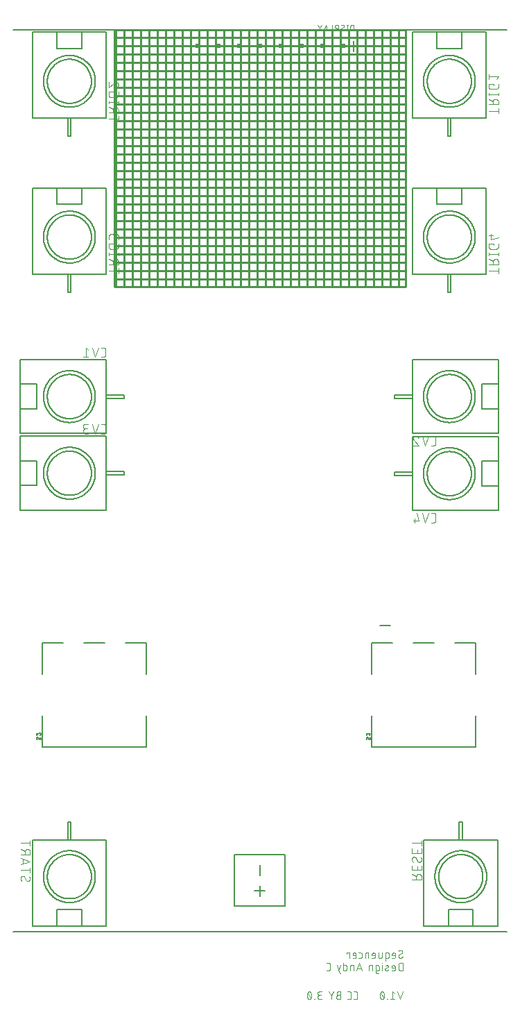
<source format=gbo>
G04 EAGLE Gerber RS-274X export*
G75*
%MOMM*%
%FSLAX34Y34*%
%LPD*%
%INBottom Silkscreen*%
%IPPOS*%
%AMOC8*
5,1,8,0,0,1.08239X$1,22.5*%
G01*
%ADD10C,0.254000*%
%ADD11C,0.076200*%
%ADD12C,0.152400*%
%ADD13C,0.203200*%
%ADD14R,0.508000X0.508000*%
%ADD15C,0.127000*%
%ADD16C,0.101600*%


D10*
X903150Y569800D02*
X903150Y882800D01*
X1258150Y882800D01*
X1258150Y569800D01*
X903150Y569800D01*
X903150Y579120D02*
X1258150Y579120D01*
X1258150Y589280D02*
X903150Y589280D01*
X903150Y599440D02*
X1258150Y599440D01*
X1258150Y609600D02*
X903150Y609600D01*
X903150Y619760D02*
X1258150Y619760D01*
X1258150Y629920D02*
X903150Y629920D01*
X903150Y640080D02*
X1258150Y640080D01*
X1258150Y650240D02*
X903150Y650240D01*
X903150Y660400D02*
X1258150Y660400D01*
X1258150Y670560D02*
X903150Y670560D01*
X903150Y680720D02*
X1258150Y680720D01*
X1258150Y690880D02*
X903150Y690880D01*
X903150Y701040D02*
X1258150Y701040D01*
X1258150Y711200D02*
X903150Y711200D01*
X903150Y721360D02*
X1258150Y721360D01*
X1258150Y731520D02*
X903150Y731520D01*
X903150Y741680D02*
X1258150Y741680D01*
X1258150Y751840D02*
X903150Y751840D01*
X903150Y762000D02*
X1258150Y762000D01*
X1258150Y772160D02*
X903150Y772160D01*
X903150Y782320D02*
X1258150Y782320D01*
X1258150Y792480D02*
X903150Y792480D01*
X903150Y802640D02*
X1258150Y802640D01*
X1258150Y812800D02*
X903150Y812800D01*
X903150Y822960D02*
X1258150Y822960D01*
X1258150Y833120D02*
X903150Y833120D01*
X903150Y843280D02*
X1258150Y843280D01*
X1258150Y853440D02*
X903150Y853440D01*
X903150Y863600D02*
X1258150Y863600D01*
X1258150Y873760D02*
X903150Y873760D01*
X904240Y882800D02*
X904240Y569800D01*
X914400Y569800D02*
X914400Y882800D01*
X924560Y882800D02*
X924560Y569800D01*
X934720Y569800D02*
X934720Y882800D01*
X944880Y882800D02*
X944880Y569800D01*
X955040Y569800D02*
X955040Y882800D01*
X965200Y882800D02*
X965200Y569800D01*
X975360Y569800D02*
X975360Y882800D01*
X985520Y882800D02*
X985520Y569800D01*
X995680Y569800D02*
X995680Y882800D01*
X1005840Y882800D02*
X1005840Y569800D01*
X1016000Y569800D02*
X1016000Y882800D01*
X1026160Y882800D02*
X1026160Y569800D01*
X1036320Y569800D02*
X1036320Y882800D01*
X1046480Y882800D02*
X1046480Y569800D01*
X1056640Y569800D02*
X1056640Y882800D01*
X1066800Y882800D02*
X1066800Y569800D01*
X1076960Y569800D02*
X1076960Y882800D01*
X1087120Y882800D02*
X1087120Y569800D01*
X1097280Y569800D02*
X1097280Y882800D01*
X1107440Y882800D02*
X1107440Y569800D01*
X1117600Y569800D02*
X1117600Y882800D01*
X1127760Y882800D02*
X1127760Y569800D01*
X1137920Y569800D02*
X1137920Y882800D01*
X1148080Y882800D02*
X1148080Y569800D01*
X1158240Y569800D02*
X1158240Y882800D01*
X1168400Y882800D02*
X1168400Y569800D01*
X1178560Y569800D02*
X1178560Y882800D01*
X1188720Y882800D02*
X1188720Y569800D01*
X1198880Y569800D02*
X1198880Y882800D01*
X1209040Y882800D02*
X1209040Y569800D01*
X1219200Y569800D02*
X1219200Y882800D01*
X1229360Y882800D02*
X1229360Y569800D01*
X1239520Y569800D02*
X1239520Y882800D01*
X1249680Y882800D02*
X1249680Y569800D01*
D11*
X1249698Y-247051D02*
X1249700Y-247140D01*
X1249706Y-247228D01*
X1249715Y-247316D01*
X1249728Y-247404D01*
X1249745Y-247491D01*
X1249765Y-247577D01*
X1249790Y-247662D01*
X1249817Y-247747D01*
X1249849Y-247830D01*
X1249883Y-247911D01*
X1249922Y-247991D01*
X1249963Y-248069D01*
X1250008Y-248146D01*
X1250056Y-248220D01*
X1250107Y-248293D01*
X1250161Y-248363D01*
X1250219Y-248430D01*
X1250279Y-248496D01*
X1250341Y-248558D01*
X1250407Y-248618D01*
X1250474Y-248676D01*
X1250544Y-248730D01*
X1250617Y-248781D01*
X1250691Y-248829D01*
X1250768Y-248874D01*
X1250846Y-248915D01*
X1250926Y-248954D01*
X1251007Y-248988D01*
X1251090Y-249020D01*
X1251175Y-249047D01*
X1251260Y-249072D01*
X1251346Y-249092D01*
X1251433Y-249109D01*
X1251521Y-249122D01*
X1251609Y-249131D01*
X1251697Y-249137D01*
X1251786Y-249139D01*
X1251915Y-249137D01*
X1252044Y-249131D01*
X1252173Y-249122D01*
X1252301Y-249109D01*
X1252429Y-249092D01*
X1252556Y-249071D01*
X1252683Y-249047D01*
X1252809Y-249019D01*
X1252934Y-248987D01*
X1253058Y-248952D01*
X1253181Y-248913D01*
X1253303Y-248870D01*
X1253423Y-248824D01*
X1253542Y-248774D01*
X1253660Y-248721D01*
X1253776Y-248665D01*
X1253890Y-248605D01*
X1254003Y-248542D01*
X1254113Y-248475D01*
X1254222Y-248406D01*
X1254328Y-248333D01*
X1254433Y-248257D01*
X1254535Y-248178D01*
X1254635Y-248096D01*
X1254732Y-248012D01*
X1254827Y-247924D01*
X1254919Y-247834D01*
X1254658Y-241829D02*
X1254656Y-241738D01*
X1254650Y-241647D01*
X1254640Y-241556D01*
X1254626Y-241466D01*
X1254608Y-241377D01*
X1254587Y-241288D01*
X1254561Y-241201D01*
X1254532Y-241115D01*
X1254499Y-241030D01*
X1254462Y-240946D01*
X1254422Y-240864D01*
X1254378Y-240785D01*
X1254331Y-240707D01*
X1254280Y-240631D01*
X1254226Y-240557D01*
X1254169Y-240486D01*
X1254109Y-240418D01*
X1254046Y-240352D01*
X1253980Y-240289D01*
X1253912Y-240229D01*
X1253841Y-240172D01*
X1253767Y-240118D01*
X1253691Y-240067D01*
X1253614Y-240020D01*
X1253534Y-239976D01*
X1253452Y-239936D01*
X1253368Y-239899D01*
X1253284Y-239866D01*
X1253197Y-239837D01*
X1253110Y-239811D01*
X1253021Y-239790D01*
X1252932Y-239772D01*
X1252842Y-239758D01*
X1252751Y-239748D01*
X1252660Y-239742D01*
X1252569Y-239740D01*
X1252569Y-239741D02*
X1252449Y-239743D01*
X1252329Y-239748D01*
X1252210Y-239758D01*
X1252090Y-239770D01*
X1251971Y-239787D01*
X1251853Y-239807D01*
X1251735Y-239831D01*
X1251619Y-239858D01*
X1251503Y-239889D01*
X1251388Y-239923D01*
X1251274Y-239961D01*
X1251161Y-240003D01*
X1251050Y-240048D01*
X1250940Y-240096D01*
X1250832Y-240147D01*
X1250725Y-240202D01*
X1250620Y-240260D01*
X1250517Y-240322D01*
X1250416Y-240386D01*
X1250316Y-240454D01*
X1250219Y-240524D01*
X1253614Y-243656D02*
X1253692Y-243608D01*
X1253768Y-243556D01*
X1253841Y-243502D01*
X1253912Y-243444D01*
X1253981Y-243383D01*
X1254047Y-243319D01*
X1254110Y-243252D01*
X1254170Y-243183D01*
X1254227Y-243111D01*
X1254281Y-243037D01*
X1254331Y-242960D01*
X1254379Y-242881D01*
X1254422Y-242801D01*
X1254463Y-242718D01*
X1254499Y-242634D01*
X1254532Y-242549D01*
X1254561Y-242462D01*
X1254587Y-242373D01*
X1254609Y-242284D01*
X1254626Y-242194D01*
X1254640Y-242104D01*
X1254650Y-242012D01*
X1254656Y-241921D01*
X1254658Y-241829D01*
X1250742Y-245224D02*
X1250664Y-245272D01*
X1250588Y-245324D01*
X1250515Y-245378D01*
X1250444Y-245436D01*
X1250375Y-245497D01*
X1250309Y-245561D01*
X1250246Y-245628D01*
X1250186Y-245697D01*
X1250129Y-245769D01*
X1250075Y-245843D01*
X1250025Y-245920D01*
X1249977Y-245999D01*
X1249934Y-246079D01*
X1249893Y-246162D01*
X1249857Y-246246D01*
X1249824Y-246331D01*
X1249795Y-246418D01*
X1249769Y-246507D01*
X1249747Y-246596D01*
X1249730Y-246686D01*
X1249716Y-246776D01*
X1249706Y-246868D01*
X1249700Y-246959D01*
X1249698Y-247051D01*
X1250742Y-245223D02*
X1253614Y-243657D01*
X1244601Y-249139D02*
X1241990Y-249139D01*
X1244601Y-249139D02*
X1244678Y-249137D01*
X1244754Y-249131D01*
X1244831Y-249122D01*
X1244907Y-249109D01*
X1244982Y-249092D01*
X1245056Y-249072D01*
X1245129Y-249047D01*
X1245200Y-249020D01*
X1245271Y-248989D01*
X1245339Y-248954D01*
X1245406Y-248916D01*
X1245471Y-248875D01*
X1245534Y-248831D01*
X1245594Y-248784D01*
X1245653Y-248733D01*
X1245708Y-248680D01*
X1245761Y-248625D01*
X1245812Y-248566D01*
X1245859Y-248506D01*
X1245903Y-248443D01*
X1245944Y-248378D01*
X1245982Y-248311D01*
X1246017Y-248243D01*
X1246048Y-248172D01*
X1246075Y-248101D01*
X1246100Y-248028D01*
X1246120Y-247954D01*
X1246137Y-247879D01*
X1246150Y-247803D01*
X1246159Y-247726D01*
X1246165Y-247650D01*
X1246167Y-247573D01*
X1246167Y-244962D01*
X1246165Y-244872D01*
X1246159Y-244783D01*
X1246150Y-244693D01*
X1246136Y-244604D01*
X1246119Y-244516D01*
X1246098Y-244429D01*
X1246073Y-244342D01*
X1246044Y-244257D01*
X1246012Y-244173D01*
X1245977Y-244091D01*
X1245937Y-244010D01*
X1245895Y-243931D01*
X1245849Y-243854D01*
X1245799Y-243779D01*
X1245747Y-243706D01*
X1245691Y-243635D01*
X1245633Y-243567D01*
X1245571Y-243502D01*
X1245507Y-243439D01*
X1245440Y-243379D01*
X1245371Y-243322D01*
X1245299Y-243268D01*
X1245225Y-243217D01*
X1245149Y-243169D01*
X1245071Y-243125D01*
X1244991Y-243084D01*
X1244909Y-243046D01*
X1244826Y-243012D01*
X1244741Y-242982D01*
X1244655Y-242955D01*
X1244569Y-242932D01*
X1244481Y-242913D01*
X1244392Y-242898D01*
X1244303Y-242886D01*
X1244214Y-242878D01*
X1244124Y-242874D01*
X1244034Y-242874D01*
X1243944Y-242878D01*
X1243855Y-242886D01*
X1243766Y-242898D01*
X1243677Y-242913D01*
X1243589Y-242932D01*
X1243503Y-242955D01*
X1243417Y-242982D01*
X1243332Y-243012D01*
X1243249Y-243046D01*
X1243167Y-243084D01*
X1243087Y-243125D01*
X1243009Y-243169D01*
X1242933Y-243217D01*
X1242859Y-243268D01*
X1242787Y-243322D01*
X1242718Y-243379D01*
X1242651Y-243439D01*
X1242587Y-243502D01*
X1242525Y-243567D01*
X1242467Y-243635D01*
X1242411Y-243706D01*
X1242359Y-243779D01*
X1242309Y-243854D01*
X1242263Y-243931D01*
X1242221Y-244010D01*
X1242181Y-244091D01*
X1242146Y-244173D01*
X1242114Y-244257D01*
X1242085Y-244342D01*
X1242060Y-244429D01*
X1242039Y-244516D01*
X1242022Y-244604D01*
X1242008Y-244693D01*
X1241999Y-244783D01*
X1241993Y-244872D01*
X1241991Y-244962D01*
X1241990Y-244962D02*
X1241990Y-246006D01*
X1246167Y-246006D01*
X1234111Y-242874D02*
X1234111Y-252272D01*
X1234111Y-242874D02*
X1236722Y-242874D01*
X1236799Y-242876D01*
X1236875Y-242882D01*
X1236952Y-242891D01*
X1237028Y-242904D01*
X1237103Y-242921D01*
X1237177Y-242941D01*
X1237250Y-242966D01*
X1237321Y-242993D01*
X1237392Y-243024D01*
X1237460Y-243059D01*
X1237527Y-243097D01*
X1237592Y-243138D01*
X1237655Y-243182D01*
X1237715Y-243229D01*
X1237774Y-243280D01*
X1237829Y-243333D01*
X1237882Y-243388D01*
X1237933Y-243447D01*
X1237980Y-243507D01*
X1238024Y-243570D01*
X1238065Y-243635D01*
X1238103Y-243702D01*
X1238138Y-243770D01*
X1238169Y-243841D01*
X1238196Y-243912D01*
X1238221Y-243985D01*
X1238241Y-244059D01*
X1238258Y-244134D01*
X1238271Y-244210D01*
X1238280Y-244287D01*
X1238286Y-244363D01*
X1238288Y-244440D01*
X1238288Y-247573D01*
X1238286Y-247650D01*
X1238280Y-247726D01*
X1238271Y-247803D01*
X1238258Y-247879D01*
X1238241Y-247954D01*
X1238221Y-248028D01*
X1238196Y-248101D01*
X1238169Y-248172D01*
X1238138Y-248243D01*
X1238103Y-248311D01*
X1238065Y-248378D01*
X1238024Y-248443D01*
X1237980Y-248506D01*
X1237933Y-248566D01*
X1237882Y-248625D01*
X1237829Y-248680D01*
X1237774Y-248733D01*
X1237715Y-248784D01*
X1237655Y-248831D01*
X1237592Y-248875D01*
X1237527Y-248916D01*
X1237460Y-248954D01*
X1237392Y-248989D01*
X1237321Y-249020D01*
X1237250Y-249047D01*
X1237177Y-249072D01*
X1237103Y-249092D01*
X1237028Y-249109D01*
X1236952Y-249122D01*
X1236875Y-249131D01*
X1236799Y-249137D01*
X1236722Y-249139D01*
X1234111Y-249139D01*
X1229708Y-247573D02*
X1229708Y-242874D01*
X1229708Y-247573D02*
X1229706Y-247650D01*
X1229700Y-247726D01*
X1229691Y-247803D01*
X1229678Y-247879D01*
X1229661Y-247954D01*
X1229641Y-248028D01*
X1229616Y-248101D01*
X1229589Y-248172D01*
X1229558Y-248243D01*
X1229523Y-248311D01*
X1229485Y-248378D01*
X1229444Y-248443D01*
X1229400Y-248506D01*
X1229353Y-248566D01*
X1229302Y-248625D01*
X1229249Y-248680D01*
X1229194Y-248733D01*
X1229135Y-248784D01*
X1229075Y-248831D01*
X1229012Y-248875D01*
X1228947Y-248916D01*
X1228880Y-248954D01*
X1228812Y-248989D01*
X1228741Y-249020D01*
X1228670Y-249047D01*
X1228597Y-249072D01*
X1228523Y-249092D01*
X1228448Y-249109D01*
X1228372Y-249122D01*
X1228295Y-249131D01*
X1228219Y-249137D01*
X1228142Y-249139D01*
X1225531Y-249139D01*
X1225531Y-242874D01*
X1219912Y-249139D02*
X1217302Y-249139D01*
X1219912Y-249139D02*
X1219989Y-249137D01*
X1220065Y-249131D01*
X1220142Y-249122D01*
X1220218Y-249109D01*
X1220293Y-249092D01*
X1220367Y-249072D01*
X1220440Y-249047D01*
X1220511Y-249020D01*
X1220582Y-248989D01*
X1220650Y-248954D01*
X1220717Y-248916D01*
X1220782Y-248875D01*
X1220845Y-248831D01*
X1220905Y-248784D01*
X1220964Y-248733D01*
X1221019Y-248680D01*
X1221072Y-248625D01*
X1221123Y-248566D01*
X1221170Y-248506D01*
X1221214Y-248443D01*
X1221255Y-248378D01*
X1221293Y-248311D01*
X1221328Y-248243D01*
X1221359Y-248172D01*
X1221386Y-248101D01*
X1221411Y-248028D01*
X1221431Y-247954D01*
X1221448Y-247879D01*
X1221461Y-247803D01*
X1221470Y-247726D01*
X1221476Y-247650D01*
X1221478Y-247573D01*
X1221479Y-247573D02*
X1221479Y-244962D01*
X1221478Y-244962D02*
X1221476Y-244872D01*
X1221470Y-244783D01*
X1221461Y-244693D01*
X1221447Y-244604D01*
X1221430Y-244516D01*
X1221409Y-244429D01*
X1221384Y-244342D01*
X1221355Y-244257D01*
X1221323Y-244173D01*
X1221288Y-244091D01*
X1221248Y-244010D01*
X1221206Y-243931D01*
X1221160Y-243854D01*
X1221110Y-243779D01*
X1221058Y-243706D01*
X1221002Y-243635D01*
X1220944Y-243567D01*
X1220882Y-243502D01*
X1220818Y-243439D01*
X1220751Y-243379D01*
X1220682Y-243322D01*
X1220610Y-243268D01*
X1220536Y-243217D01*
X1220460Y-243169D01*
X1220382Y-243125D01*
X1220302Y-243084D01*
X1220220Y-243046D01*
X1220137Y-243012D01*
X1220052Y-242982D01*
X1219966Y-242955D01*
X1219880Y-242932D01*
X1219792Y-242913D01*
X1219703Y-242898D01*
X1219614Y-242886D01*
X1219525Y-242878D01*
X1219435Y-242874D01*
X1219345Y-242874D01*
X1219255Y-242878D01*
X1219166Y-242886D01*
X1219077Y-242898D01*
X1218988Y-242913D01*
X1218900Y-242932D01*
X1218814Y-242955D01*
X1218728Y-242982D01*
X1218643Y-243012D01*
X1218560Y-243046D01*
X1218478Y-243084D01*
X1218398Y-243125D01*
X1218320Y-243169D01*
X1218244Y-243217D01*
X1218170Y-243268D01*
X1218098Y-243322D01*
X1218029Y-243379D01*
X1217962Y-243439D01*
X1217898Y-243502D01*
X1217836Y-243567D01*
X1217778Y-243635D01*
X1217722Y-243706D01*
X1217670Y-243779D01*
X1217620Y-243854D01*
X1217574Y-243931D01*
X1217532Y-244010D01*
X1217492Y-244091D01*
X1217457Y-244173D01*
X1217425Y-244257D01*
X1217396Y-244342D01*
X1217371Y-244429D01*
X1217350Y-244516D01*
X1217333Y-244604D01*
X1217319Y-244693D01*
X1217310Y-244783D01*
X1217304Y-244872D01*
X1217302Y-244962D01*
X1217302Y-246006D01*
X1221479Y-246006D01*
X1213249Y-242874D02*
X1213249Y-249139D01*
X1213249Y-242874D02*
X1210639Y-242874D01*
X1210562Y-242876D01*
X1210486Y-242882D01*
X1210409Y-242891D01*
X1210333Y-242904D01*
X1210259Y-242921D01*
X1210184Y-242941D01*
X1210111Y-242966D01*
X1210040Y-242993D01*
X1209969Y-243024D01*
X1209901Y-243059D01*
X1209834Y-243097D01*
X1209769Y-243138D01*
X1209706Y-243182D01*
X1209646Y-243229D01*
X1209587Y-243280D01*
X1209532Y-243333D01*
X1209479Y-243388D01*
X1209428Y-243447D01*
X1209381Y-243507D01*
X1209337Y-243570D01*
X1209296Y-243635D01*
X1209258Y-243702D01*
X1209223Y-243770D01*
X1209192Y-243841D01*
X1209165Y-243912D01*
X1209140Y-243985D01*
X1209120Y-244059D01*
X1209103Y-244134D01*
X1209090Y-244210D01*
X1209081Y-244286D01*
X1209075Y-244363D01*
X1209073Y-244440D01*
X1209072Y-244440D02*
X1209072Y-249139D01*
X1203443Y-249139D02*
X1201355Y-249139D01*
X1203443Y-249139D02*
X1203520Y-249137D01*
X1203596Y-249131D01*
X1203673Y-249122D01*
X1203749Y-249109D01*
X1203824Y-249092D01*
X1203898Y-249072D01*
X1203971Y-249047D01*
X1204042Y-249020D01*
X1204113Y-248989D01*
X1204181Y-248954D01*
X1204248Y-248916D01*
X1204313Y-248875D01*
X1204376Y-248831D01*
X1204436Y-248784D01*
X1204495Y-248733D01*
X1204550Y-248680D01*
X1204603Y-248625D01*
X1204654Y-248566D01*
X1204701Y-248506D01*
X1204745Y-248443D01*
X1204786Y-248378D01*
X1204824Y-248311D01*
X1204859Y-248243D01*
X1204890Y-248172D01*
X1204917Y-248101D01*
X1204942Y-248028D01*
X1204962Y-247954D01*
X1204979Y-247879D01*
X1204992Y-247803D01*
X1205001Y-247726D01*
X1205007Y-247650D01*
X1205009Y-247573D01*
X1205009Y-244440D01*
X1205007Y-244363D01*
X1205001Y-244287D01*
X1204992Y-244210D01*
X1204979Y-244134D01*
X1204962Y-244059D01*
X1204942Y-243985D01*
X1204917Y-243912D01*
X1204890Y-243841D01*
X1204859Y-243770D01*
X1204824Y-243702D01*
X1204786Y-243635D01*
X1204745Y-243570D01*
X1204701Y-243507D01*
X1204654Y-243447D01*
X1204603Y-243388D01*
X1204550Y-243333D01*
X1204495Y-243280D01*
X1204436Y-243229D01*
X1204376Y-243182D01*
X1204313Y-243138D01*
X1204248Y-243097D01*
X1204181Y-243059D01*
X1204113Y-243024D01*
X1204042Y-242993D01*
X1203971Y-242966D01*
X1203898Y-242941D01*
X1203824Y-242921D01*
X1203749Y-242904D01*
X1203673Y-242891D01*
X1203596Y-242882D01*
X1203520Y-242876D01*
X1203443Y-242874D01*
X1201355Y-242874D01*
X1196443Y-249139D02*
X1193832Y-249139D01*
X1196443Y-249139D02*
X1196520Y-249137D01*
X1196596Y-249131D01*
X1196673Y-249122D01*
X1196749Y-249109D01*
X1196824Y-249092D01*
X1196898Y-249072D01*
X1196971Y-249047D01*
X1197042Y-249020D01*
X1197113Y-248989D01*
X1197181Y-248954D01*
X1197248Y-248916D01*
X1197313Y-248875D01*
X1197376Y-248831D01*
X1197436Y-248784D01*
X1197495Y-248733D01*
X1197550Y-248680D01*
X1197603Y-248625D01*
X1197654Y-248566D01*
X1197701Y-248506D01*
X1197745Y-248443D01*
X1197786Y-248378D01*
X1197824Y-248311D01*
X1197859Y-248243D01*
X1197890Y-248172D01*
X1197917Y-248101D01*
X1197942Y-248028D01*
X1197962Y-247954D01*
X1197979Y-247879D01*
X1197992Y-247803D01*
X1198001Y-247726D01*
X1198007Y-247650D01*
X1198009Y-247573D01*
X1198009Y-244962D01*
X1198007Y-244872D01*
X1198001Y-244783D01*
X1197992Y-244693D01*
X1197978Y-244604D01*
X1197961Y-244516D01*
X1197940Y-244429D01*
X1197915Y-244342D01*
X1197886Y-244257D01*
X1197854Y-244173D01*
X1197819Y-244091D01*
X1197779Y-244010D01*
X1197737Y-243931D01*
X1197691Y-243854D01*
X1197641Y-243779D01*
X1197589Y-243706D01*
X1197533Y-243635D01*
X1197475Y-243567D01*
X1197413Y-243502D01*
X1197349Y-243439D01*
X1197282Y-243379D01*
X1197213Y-243322D01*
X1197141Y-243268D01*
X1197067Y-243217D01*
X1196991Y-243169D01*
X1196913Y-243125D01*
X1196833Y-243084D01*
X1196751Y-243046D01*
X1196668Y-243012D01*
X1196583Y-242982D01*
X1196497Y-242955D01*
X1196411Y-242932D01*
X1196323Y-242913D01*
X1196234Y-242898D01*
X1196145Y-242886D01*
X1196056Y-242878D01*
X1195966Y-242874D01*
X1195876Y-242874D01*
X1195786Y-242878D01*
X1195697Y-242886D01*
X1195608Y-242898D01*
X1195519Y-242913D01*
X1195431Y-242932D01*
X1195345Y-242955D01*
X1195259Y-242982D01*
X1195174Y-243012D01*
X1195091Y-243046D01*
X1195009Y-243084D01*
X1194929Y-243125D01*
X1194851Y-243169D01*
X1194775Y-243217D01*
X1194701Y-243268D01*
X1194629Y-243322D01*
X1194560Y-243379D01*
X1194493Y-243439D01*
X1194429Y-243502D01*
X1194367Y-243567D01*
X1194309Y-243635D01*
X1194253Y-243706D01*
X1194201Y-243779D01*
X1194151Y-243854D01*
X1194105Y-243931D01*
X1194063Y-244010D01*
X1194023Y-244091D01*
X1193988Y-244173D01*
X1193956Y-244257D01*
X1193927Y-244342D01*
X1193902Y-244429D01*
X1193881Y-244516D01*
X1193864Y-244604D01*
X1193850Y-244693D01*
X1193841Y-244783D01*
X1193835Y-244872D01*
X1193833Y-244962D01*
X1193832Y-244962D02*
X1193832Y-246006D01*
X1198009Y-246006D01*
X1189728Y-249139D02*
X1189728Y-242874D01*
X1186596Y-242874D01*
X1186596Y-243918D01*
X1254919Y-254981D02*
X1254919Y-264379D01*
X1254919Y-254981D02*
X1252308Y-254981D01*
X1252208Y-254983D01*
X1252108Y-254989D01*
X1252009Y-254998D01*
X1251909Y-255012D01*
X1251811Y-255029D01*
X1251713Y-255050D01*
X1251616Y-255074D01*
X1251520Y-255103D01*
X1251425Y-255135D01*
X1251332Y-255170D01*
X1251240Y-255209D01*
X1251149Y-255252D01*
X1251061Y-255298D01*
X1250974Y-255348D01*
X1250889Y-255400D01*
X1250806Y-255456D01*
X1250725Y-255515D01*
X1250647Y-255578D01*
X1250571Y-255643D01*
X1250497Y-255711D01*
X1250427Y-255781D01*
X1250359Y-255855D01*
X1250294Y-255931D01*
X1250231Y-256009D01*
X1250172Y-256090D01*
X1250116Y-256173D01*
X1250064Y-256258D01*
X1250014Y-256345D01*
X1249968Y-256433D01*
X1249925Y-256524D01*
X1249886Y-256616D01*
X1249851Y-256709D01*
X1249819Y-256804D01*
X1249790Y-256900D01*
X1249766Y-256997D01*
X1249745Y-257095D01*
X1249728Y-257193D01*
X1249714Y-257293D01*
X1249705Y-257392D01*
X1249699Y-257492D01*
X1249697Y-257592D01*
X1249698Y-257592D02*
X1249698Y-261768D01*
X1249697Y-261768D02*
X1249699Y-261868D01*
X1249705Y-261968D01*
X1249714Y-262067D01*
X1249728Y-262167D01*
X1249745Y-262265D01*
X1249766Y-262363D01*
X1249790Y-262460D01*
X1249819Y-262556D01*
X1249851Y-262651D01*
X1249886Y-262744D01*
X1249925Y-262836D01*
X1249968Y-262927D01*
X1250014Y-263015D01*
X1250064Y-263102D01*
X1250116Y-263187D01*
X1250172Y-263270D01*
X1250231Y-263351D01*
X1250294Y-263429D01*
X1250359Y-263505D01*
X1250427Y-263579D01*
X1250497Y-263649D01*
X1250571Y-263717D01*
X1250647Y-263782D01*
X1250725Y-263845D01*
X1250806Y-263904D01*
X1250889Y-263960D01*
X1250974Y-264012D01*
X1251061Y-264062D01*
X1251149Y-264108D01*
X1251240Y-264151D01*
X1251332Y-264190D01*
X1251425Y-264225D01*
X1251520Y-264257D01*
X1251616Y-264286D01*
X1251713Y-264310D01*
X1251811Y-264331D01*
X1251909Y-264348D01*
X1252009Y-264362D01*
X1252108Y-264371D01*
X1252208Y-264377D01*
X1252308Y-264379D01*
X1254919Y-264379D01*
X1243991Y-264379D02*
X1241381Y-264379D01*
X1243991Y-264379D02*
X1244068Y-264377D01*
X1244144Y-264371D01*
X1244221Y-264362D01*
X1244297Y-264349D01*
X1244372Y-264332D01*
X1244446Y-264312D01*
X1244519Y-264287D01*
X1244590Y-264260D01*
X1244661Y-264229D01*
X1244729Y-264194D01*
X1244796Y-264156D01*
X1244861Y-264115D01*
X1244924Y-264071D01*
X1244984Y-264024D01*
X1245043Y-263973D01*
X1245098Y-263920D01*
X1245151Y-263865D01*
X1245202Y-263806D01*
X1245249Y-263746D01*
X1245293Y-263683D01*
X1245334Y-263618D01*
X1245372Y-263551D01*
X1245407Y-263483D01*
X1245438Y-263412D01*
X1245465Y-263341D01*
X1245490Y-263268D01*
X1245510Y-263194D01*
X1245527Y-263119D01*
X1245540Y-263043D01*
X1245549Y-262966D01*
X1245555Y-262890D01*
X1245557Y-262813D01*
X1245558Y-262813D02*
X1245558Y-260202D01*
X1245557Y-260202D02*
X1245555Y-260112D01*
X1245549Y-260023D01*
X1245540Y-259933D01*
X1245526Y-259844D01*
X1245509Y-259756D01*
X1245488Y-259669D01*
X1245463Y-259582D01*
X1245434Y-259497D01*
X1245402Y-259413D01*
X1245367Y-259331D01*
X1245327Y-259250D01*
X1245285Y-259171D01*
X1245239Y-259094D01*
X1245189Y-259019D01*
X1245137Y-258946D01*
X1245081Y-258875D01*
X1245023Y-258807D01*
X1244961Y-258742D01*
X1244897Y-258679D01*
X1244830Y-258619D01*
X1244761Y-258562D01*
X1244689Y-258508D01*
X1244615Y-258457D01*
X1244539Y-258409D01*
X1244461Y-258365D01*
X1244381Y-258324D01*
X1244299Y-258286D01*
X1244216Y-258252D01*
X1244131Y-258222D01*
X1244045Y-258195D01*
X1243959Y-258172D01*
X1243871Y-258153D01*
X1243782Y-258138D01*
X1243693Y-258126D01*
X1243604Y-258118D01*
X1243514Y-258114D01*
X1243424Y-258114D01*
X1243334Y-258118D01*
X1243245Y-258126D01*
X1243156Y-258138D01*
X1243067Y-258153D01*
X1242979Y-258172D01*
X1242893Y-258195D01*
X1242807Y-258222D01*
X1242722Y-258252D01*
X1242639Y-258286D01*
X1242557Y-258324D01*
X1242477Y-258365D01*
X1242399Y-258409D01*
X1242323Y-258457D01*
X1242249Y-258508D01*
X1242177Y-258562D01*
X1242108Y-258619D01*
X1242041Y-258679D01*
X1241977Y-258742D01*
X1241915Y-258807D01*
X1241857Y-258875D01*
X1241801Y-258946D01*
X1241749Y-259019D01*
X1241699Y-259094D01*
X1241653Y-259171D01*
X1241611Y-259250D01*
X1241571Y-259331D01*
X1241536Y-259413D01*
X1241504Y-259497D01*
X1241475Y-259582D01*
X1241450Y-259669D01*
X1241429Y-259756D01*
X1241412Y-259844D01*
X1241398Y-259933D01*
X1241389Y-260023D01*
X1241383Y-260112D01*
X1241381Y-260202D01*
X1241381Y-261246D01*
X1245558Y-261246D01*
X1236850Y-260724D02*
X1234239Y-261768D01*
X1236850Y-260724D02*
X1236916Y-260696D01*
X1236981Y-260663D01*
X1237044Y-260628D01*
X1237105Y-260589D01*
X1237164Y-260547D01*
X1237220Y-260502D01*
X1237274Y-260454D01*
X1237325Y-260403D01*
X1237374Y-260350D01*
X1237419Y-260293D01*
X1237462Y-260235D01*
X1237501Y-260175D01*
X1237538Y-260112D01*
X1237570Y-260047D01*
X1237599Y-259981D01*
X1237625Y-259914D01*
X1237647Y-259845D01*
X1237665Y-259775D01*
X1237680Y-259704D01*
X1237691Y-259633D01*
X1237698Y-259561D01*
X1237701Y-259489D01*
X1237700Y-259417D01*
X1237695Y-259344D01*
X1237687Y-259273D01*
X1237675Y-259201D01*
X1237659Y-259131D01*
X1237639Y-259062D01*
X1237615Y-258993D01*
X1237588Y-258926D01*
X1237558Y-258861D01*
X1237524Y-258797D01*
X1237486Y-258735D01*
X1237446Y-258675D01*
X1237402Y-258618D01*
X1237355Y-258563D01*
X1237305Y-258510D01*
X1237253Y-258461D01*
X1237198Y-258414D01*
X1237141Y-258370D01*
X1237081Y-258329D01*
X1237019Y-258292D01*
X1236955Y-258257D01*
X1236890Y-258227D01*
X1236823Y-258199D01*
X1236755Y-258176D01*
X1236685Y-258156D01*
X1236615Y-258140D01*
X1236544Y-258127D01*
X1236472Y-258119D01*
X1236400Y-258114D01*
X1236328Y-258113D01*
X1236327Y-258114D02*
X1236176Y-258118D01*
X1236025Y-258126D01*
X1235874Y-258137D01*
X1235723Y-258153D01*
X1235573Y-258173D01*
X1235423Y-258196D01*
X1235274Y-258223D01*
X1235126Y-258254D01*
X1234978Y-258289D01*
X1234832Y-258327D01*
X1234686Y-258370D01*
X1234542Y-258416D01*
X1234399Y-258465D01*
X1234257Y-258518D01*
X1234117Y-258575D01*
X1233978Y-258636D01*
X1234239Y-261768D02*
X1234173Y-261796D01*
X1234108Y-261829D01*
X1234045Y-261864D01*
X1233984Y-261903D01*
X1233925Y-261945D01*
X1233869Y-261990D01*
X1233815Y-262038D01*
X1233764Y-262089D01*
X1233715Y-262142D01*
X1233670Y-262199D01*
X1233627Y-262257D01*
X1233588Y-262317D01*
X1233551Y-262380D01*
X1233519Y-262445D01*
X1233490Y-262511D01*
X1233464Y-262578D01*
X1233442Y-262647D01*
X1233424Y-262717D01*
X1233409Y-262788D01*
X1233398Y-262859D01*
X1233391Y-262931D01*
X1233388Y-263003D01*
X1233389Y-263075D01*
X1233394Y-263148D01*
X1233402Y-263219D01*
X1233414Y-263291D01*
X1233430Y-263361D01*
X1233450Y-263430D01*
X1233474Y-263499D01*
X1233501Y-263566D01*
X1233531Y-263631D01*
X1233565Y-263695D01*
X1233603Y-263757D01*
X1233643Y-263817D01*
X1233687Y-263874D01*
X1233734Y-263929D01*
X1233784Y-263982D01*
X1233836Y-264031D01*
X1233891Y-264078D01*
X1233948Y-264122D01*
X1234008Y-264163D01*
X1234070Y-264200D01*
X1234134Y-264235D01*
X1234199Y-264265D01*
X1234266Y-264293D01*
X1234334Y-264316D01*
X1234404Y-264336D01*
X1234474Y-264352D01*
X1234545Y-264365D01*
X1234617Y-264373D01*
X1234689Y-264378D01*
X1234761Y-264379D01*
X1234762Y-264379D02*
X1234971Y-264374D01*
X1235180Y-264363D01*
X1235389Y-264348D01*
X1235597Y-264328D01*
X1235805Y-264302D01*
X1236012Y-264272D01*
X1236219Y-264237D01*
X1236425Y-264197D01*
X1236629Y-264153D01*
X1236833Y-264103D01*
X1237035Y-264049D01*
X1237236Y-263989D01*
X1237435Y-263926D01*
X1237633Y-263857D01*
X1229753Y-264379D02*
X1229753Y-258114D01*
X1230014Y-255503D02*
X1230014Y-254981D01*
X1229492Y-254981D01*
X1229492Y-255503D01*
X1230014Y-255503D01*
X1224530Y-264379D02*
X1221919Y-264379D01*
X1224530Y-264379D02*
X1224607Y-264377D01*
X1224683Y-264371D01*
X1224760Y-264362D01*
X1224836Y-264349D01*
X1224911Y-264332D01*
X1224985Y-264312D01*
X1225058Y-264287D01*
X1225129Y-264260D01*
X1225200Y-264229D01*
X1225268Y-264194D01*
X1225335Y-264156D01*
X1225400Y-264115D01*
X1225463Y-264071D01*
X1225523Y-264024D01*
X1225582Y-263973D01*
X1225637Y-263920D01*
X1225690Y-263865D01*
X1225741Y-263806D01*
X1225788Y-263746D01*
X1225832Y-263683D01*
X1225873Y-263618D01*
X1225911Y-263551D01*
X1225946Y-263483D01*
X1225977Y-263412D01*
X1226004Y-263341D01*
X1226029Y-263268D01*
X1226049Y-263194D01*
X1226066Y-263119D01*
X1226079Y-263043D01*
X1226088Y-262966D01*
X1226094Y-262890D01*
X1226096Y-262813D01*
X1226096Y-259680D01*
X1226094Y-259603D01*
X1226088Y-259527D01*
X1226079Y-259450D01*
X1226066Y-259374D01*
X1226049Y-259299D01*
X1226029Y-259225D01*
X1226004Y-259152D01*
X1225977Y-259081D01*
X1225946Y-259010D01*
X1225911Y-258942D01*
X1225873Y-258875D01*
X1225832Y-258810D01*
X1225788Y-258747D01*
X1225741Y-258687D01*
X1225690Y-258628D01*
X1225637Y-258573D01*
X1225582Y-258520D01*
X1225523Y-258469D01*
X1225463Y-258422D01*
X1225400Y-258378D01*
X1225335Y-258337D01*
X1225268Y-258299D01*
X1225200Y-258264D01*
X1225129Y-258233D01*
X1225058Y-258206D01*
X1224985Y-258181D01*
X1224911Y-258161D01*
X1224836Y-258144D01*
X1224760Y-258131D01*
X1224683Y-258122D01*
X1224607Y-258116D01*
X1224530Y-258114D01*
X1221919Y-258114D01*
X1221919Y-265945D01*
X1221920Y-265945D02*
X1221922Y-266022D01*
X1221928Y-266098D01*
X1221937Y-266175D01*
X1221950Y-266251D01*
X1221967Y-266326D01*
X1221987Y-266400D01*
X1222012Y-266473D01*
X1222039Y-266544D01*
X1222070Y-266615D01*
X1222105Y-266683D01*
X1222143Y-266750D01*
X1222184Y-266815D01*
X1222228Y-266878D01*
X1222275Y-266938D01*
X1222326Y-266997D01*
X1222379Y-267052D01*
X1222434Y-267105D01*
X1222493Y-267156D01*
X1222553Y-267203D01*
X1222616Y-267247D01*
X1222681Y-267288D01*
X1222748Y-267326D01*
X1222816Y-267361D01*
X1222887Y-267392D01*
X1222958Y-267419D01*
X1223031Y-267444D01*
X1223106Y-267464D01*
X1223181Y-267481D01*
X1223256Y-267494D01*
X1223333Y-267503D01*
X1223409Y-267509D01*
X1223486Y-267511D01*
X1223486Y-267512D02*
X1225574Y-267512D01*
X1217516Y-264379D02*
X1217516Y-258114D01*
X1214906Y-258114D01*
X1214829Y-258116D01*
X1214753Y-258122D01*
X1214676Y-258131D01*
X1214600Y-258144D01*
X1214526Y-258161D01*
X1214451Y-258181D01*
X1214378Y-258206D01*
X1214307Y-258233D01*
X1214236Y-258264D01*
X1214168Y-258299D01*
X1214101Y-258337D01*
X1214036Y-258378D01*
X1213973Y-258422D01*
X1213913Y-258469D01*
X1213854Y-258520D01*
X1213799Y-258573D01*
X1213746Y-258628D01*
X1213695Y-258687D01*
X1213648Y-258747D01*
X1213604Y-258810D01*
X1213563Y-258875D01*
X1213525Y-258942D01*
X1213490Y-259010D01*
X1213459Y-259081D01*
X1213432Y-259152D01*
X1213407Y-259225D01*
X1213387Y-259299D01*
X1213370Y-259374D01*
X1213357Y-259450D01*
X1213348Y-259526D01*
X1213342Y-259603D01*
X1213340Y-259680D01*
X1213339Y-259680D02*
X1213339Y-264379D01*
X1204845Y-264379D02*
X1201712Y-254981D01*
X1198579Y-264379D01*
X1199362Y-262030D02*
X1204061Y-262030D01*
X1194961Y-264379D02*
X1194961Y-258114D01*
X1192351Y-258114D01*
X1192274Y-258116D01*
X1192198Y-258122D01*
X1192121Y-258131D01*
X1192045Y-258144D01*
X1191971Y-258161D01*
X1191896Y-258181D01*
X1191823Y-258206D01*
X1191752Y-258233D01*
X1191681Y-258264D01*
X1191613Y-258299D01*
X1191546Y-258337D01*
X1191481Y-258378D01*
X1191418Y-258422D01*
X1191358Y-258469D01*
X1191299Y-258520D01*
X1191244Y-258573D01*
X1191191Y-258628D01*
X1191140Y-258687D01*
X1191093Y-258747D01*
X1191049Y-258810D01*
X1191008Y-258875D01*
X1190970Y-258942D01*
X1190935Y-259010D01*
X1190904Y-259081D01*
X1190877Y-259152D01*
X1190852Y-259225D01*
X1190832Y-259299D01*
X1190815Y-259374D01*
X1190802Y-259450D01*
X1190793Y-259526D01*
X1190787Y-259603D01*
X1190785Y-259680D01*
X1190784Y-259680D02*
X1190784Y-264379D01*
X1182600Y-264379D02*
X1182600Y-254981D01*
X1182600Y-264379D02*
X1185211Y-264379D01*
X1185288Y-264377D01*
X1185364Y-264371D01*
X1185441Y-264362D01*
X1185517Y-264349D01*
X1185592Y-264332D01*
X1185666Y-264312D01*
X1185739Y-264287D01*
X1185810Y-264260D01*
X1185881Y-264229D01*
X1185949Y-264194D01*
X1186016Y-264156D01*
X1186081Y-264115D01*
X1186144Y-264071D01*
X1186204Y-264024D01*
X1186263Y-263973D01*
X1186318Y-263920D01*
X1186371Y-263865D01*
X1186422Y-263806D01*
X1186469Y-263746D01*
X1186513Y-263683D01*
X1186554Y-263618D01*
X1186592Y-263551D01*
X1186627Y-263483D01*
X1186658Y-263412D01*
X1186685Y-263341D01*
X1186710Y-263268D01*
X1186730Y-263194D01*
X1186747Y-263119D01*
X1186760Y-263043D01*
X1186769Y-262966D01*
X1186775Y-262890D01*
X1186777Y-262813D01*
X1186777Y-259680D01*
X1186775Y-259603D01*
X1186769Y-259527D01*
X1186760Y-259450D01*
X1186747Y-259374D01*
X1186730Y-259299D01*
X1186710Y-259225D01*
X1186685Y-259152D01*
X1186658Y-259081D01*
X1186627Y-259010D01*
X1186592Y-258942D01*
X1186554Y-258875D01*
X1186513Y-258810D01*
X1186469Y-258747D01*
X1186422Y-258687D01*
X1186371Y-258628D01*
X1186318Y-258573D01*
X1186263Y-258520D01*
X1186204Y-258469D01*
X1186144Y-258422D01*
X1186081Y-258378D01*
X1186016Y-258337D01*
X1185949Y-258299D01*
X1185881Y-258264D01*
X1185810Y-258233D01*
X1185739Y-258206D01*
X1185666Y-258181D01*
X1185592Y-258161D01*
X1185517Y-258144D01*
X1185441Y-258131D01*
X1185364Y-258122D01*
X1185288Y-258116D01*
X1185211Y-258114D01*
X1182600Y-258114D01*
X1178807Y-267512D02*
X1177763Y-267512D01*
X1174630Y-258114D01*
X1178807Y-258114D02*
X1176719Y-264379D01*
X1164160Y-264379D02*
X1162072Y-264379D01*
X1164160Y-264379D02*
X1164249Y-264377D01*
X1164337Y-264371D01*
X1164425Y-264362D01*
X1164513Y-264349D01*
X1164600Y-264332D01*
X1164686Y-264312D01*
X1164771Y-264287D01*
X1164856Y-264260D01*
X1164939Y-264228D01*
X1165020Y-264194D01*
X1165100Y-264155D01*
X1165178Y-264114D01*
X1165255Y-264069D01*
X1165329Y-264021D01*
X1165402Y-263970D01*
X1165472Y-263916D01*
X1165539Y-263858D01*
X1165605Y-263798D01*
X1165667Y-263736D01*
X1165727Y-263670D01*
X1165785Y-263603D01*
X1165839Y-263533D01*
X1165890Y-263460D01*
X1165938Y-263386D01*
X1165983Y-263309D01*
X1166024Y-263231D01*
X1166063Y-263151D01*
X1166097Y-263070D01*
X1166129Y-262987D01*
X1166156Y-262902D01*
X1166181Y-262817D01*
X1166201Y-262731D01*
X1166218Y-262644D01*
X1166231Y-262556D01*
X1166240Y-262468D01*
X1166246Y-262380D01*
X1166248Y-262291D01*
X1166249Y-262291D02*
X1166249Y-257069D01*
X1166247Y-256978D01*
X1166241Y-256887D01*
X1166231Y-256796D01*
X1166217Y-256706D01*
X1166199Y-256617D01*
X1166178Y-256528D01*
X1166152Y-256441D01*
X1166123Y-256355D01*
X1166090Y-256270D01*
X1166053Y-256186D01*
X1166013Y-256104D01*
X1165969Y-256025D01*
X1165922Y-255947D01*
X1165871Y-255871D01*
X1165817Y-255797D01*
X1165760Y-255726D01*
X1165700Y-255658D01*
X1165637Y-255592D01*
X1165571Y-255529D01*
X1165503Y-255469D01*
X1165432Y-255412D01*
X1165358Y-255358D01*
X1165282Y-255307D01*
X1165205Y-255260D01*
X1165125Y-255216D01*
X1165043Y-255176D01*
X1164959Y-255139D01*
X1164875Y-255106D01*
X1164788Y-255077D01*
X1164701Y-255051D01*
X1164612Y-255030D01*
X1164523Y-255012D01*
X1164433Y-254998D01*
X1164342Y-254988D01*
X1164251Y-254982D01*
X1164160Y-254980D01*
X1164160Y-254981D02*
X1162072Y-254981D01*
X1195442Y-299619D02*
X1197531Y-299619D01*
X1197620Y-299617D01*
X1197708Y-299611D01*
X1197796Y-299602D01*
X1197884Y-299589D01*
X1197971Y-299572D01*
X1198057Y-299552D01*
X1198142Y-299527D01*
X1198227Y-299500D01*
X1198310Y-299468D01*
X1198391Y-299434D01*
X1198471Y-299395D01*
X1198549Y-299354D01*
X1198626Y-299309D01*
X1198700Y-299261D01*
X1198773Y-299210D01*
X1198843Y-299156D01*
X1198910Y-299098D01*
X1198976Y-299038D01*
X1199038Y-298976D01*
X1199098Y-298910D01*
X1199156Y-298843D01*
X1199210Y-298773D01*
X1199261Y-298700D01*
X1199309Y-298626D01*
X1199354Y-298549D01*
X1199395Y-298471D01*
X1199434Y-298391D01*
X1199468Y-298310D01*
X1199500Y-298227D01*
X1199527Y-298142D01*
X1199552Y-298057D01*
X1199572Y-297971D01*
X1199589Y-297884D01*
X1199602Y-297796D01*
X1199611Y-297708D01*
X1199617Y-297620D01*
X1199619Y-297531D01*
X1199619Y-292309D01*
X1199620Y-292309D02*
X1199618Y-292218D01*
X1199612Y-292127D01*
X1199602Y-292036D01*
X1199588Y-291946D01*
X1199570Y-291857D01*
X1199549Y-291768D01*
X1199523Y-291681D01*
X1199494Y-291595D01*
X1199461Y-291510D01*
X1199424Y-291426D01*
X1199384Y-291344D01*
X1199340Y-291265D01*
X1199293Y-291187D01*
X1199242Y-291111D01*
X1199188Y-291037D01*
X1199131Y-290966D01*
X1199071Y-290898D01*
X1199008Y-290832D01*
X1198942Y-290769D01*
X1198874Y-290709D01*
X1198803Y-290652D01*
X1198729Y-290598D01*
X1198653Y-290547D01*
X1198576Y-290500D01*
X1198496Y-290456D01*
X1198414Y-290416D01*
X1198330Y-290379D01*
X1198246Y-290346D01*
X1198159Y-290317D01*
X1198072Y-290291D01*
X1197983Y-290270D01*
X1197894Y-290252D01*
X1197804Y-290238D01*
X1197713Y-290228D01*
X1197622Y-290222D01*
X1197531Y-290220D01*
X1197531Y-290221D02*
X1195442Y-290221D01*
X1189911Y-299619D02*
X1187822Y-299619D01*
X1189911Y-299619D02*
X1190000Y-299617D01*
X1190088Y-299611D01*
X1190176Y-299602D01*
X1190264Y-299589D01*
X1190351Y-299572D01*
X1190437Y-299552D01*
X1190522Y-299527D01*
X1190607Y-299500D01*
X1190690Y-299468D01*
X1190771Y-299434D01*
X1190851Y-299395D01*
X1190929Y-299354D01*
X1191006Y-299309D01*
X1191080Y-299261D01*
X1191153Y-299210D01*
X1191223Y-299156D01*
X1191290Y-299098D01*
X1191356Y-299038D01*
X1191418Y-298976D01*
X1191478Y-298910D01*
X1191536Y-298843D01*
X1191590Y-298773D01*
X1191641Y-298700D01*
X1191689Y-298626D01*
X1191734Y-298549D01*
X1191775Y-298471D01*
X1191814Y-298391D01*
X1191848Y-298310D01*
X1191880Y-298227D01*
X1191907Y-298142D01*
X1191932Y-298057D01*
X1191952Y-297971D01*
X1191969Y-297884D01*
X1191982Y-297796D01*
X1191991Y-297708D01*
X1191997Y-297620D01*
X1191999Y-297531D01*
X1191999Y-292309D01*
X1192000Y-292309D02*
X1191998Y-292218D01*
X1191992Y-292127D01*
X1191982Y-292036D01*
X1191968Y-291946D01*
X1191950Y-291857D01*
X1191929Y-291768D01*
X1191903Y-291681D01*
X1191874Y-291595D01*
X1191841Y-291510D01*
X1191804Y-291426D01*
X1191764Y-291344D01*
X1191720Y-291265D01*
X1191673Y-291187D01*
X1191622Y-291111D01*
X1191568Y-291037D01*
X1191511Y-290966D01*
X1191451Y-290898D01*
X1191388Y-290832D01*
X1191322Y-290769D01*
X1191254Y-290709D01*
X1191183Y-290652D01*
X1191109Y-290598D01*
X1191033Y-290547D01*
X1190956Y-290500D01*
X1190876Y-290456D01*
X1190794Y-290416D01*
X1190710Y-290379D01*
X1190626Y-290346D01*
X1190539Y-290317D01*
X1190452Y-290291D01*
X1190363Y-290270D01*
X1190274Y-290252D01*
X1190184Y-290238D01*
X1190093Y-290228D01*
X1190002Y-290222D01*
X1189911Y-290220D01*
X1189911Y-290221D02*
X1187822Y-290221D01*
X1179041Y-294398D02*
X1176430Y-294398D01*
X1176430Y-294397D02*
X1176329Y-294399D01*
X1176228Y-294405D01*
X1176127Y-294415D01*
X1176027Y-294428D01*
X1175927Y-294446D01*
X1175828Y-294467D01*
X1175730Y-294493D01*
X1175633Y-294522D01*
X1175537Y-294554D01*
X1175443Y-294591D01*
X1175350Y-294631D01*
X1175258Y-294675D01*
X1175169Y-294722D01*
X1175081Y-294773D01*
X1174995Y-294827D01*
X1174912Y-294884D01*
X1174830Y-294944D01*
X1174752Y-295008D01*
X1174675Y-295074D01*
X1174602Y-295144D01*
X1174531Y-295216D01*
X1174463Y-295291D01*
X1174398Y-295369D01*
X1174336Y-295449D01*
X1174277Y-295531D01*
X1174221Y-295616D01*
X1174169Y-295703D01*
X1174120Y-295791D01*
X1174074Y-295882D01*
X1174033Y-295974D01*
X1173994Y-296068D01*
X1173960Y-296163D01*
X1173929Y-296259D01*
X1173902Y-296357D01*
X1173878Y-296455D01*
X1173859Y-296555D01*
X1173843Y-296655D01*
X1173831Y-296755D01*
X1173823Y-296856D01*
X1173819Y-296957D01*
X1173819Y-297059D01*
X1173823Y-297160D01*
X1173831Y-297261D01*
X1173843Y-297361D01*
X1173859Y-297461D01*
X1173878Y-297561D01*
X1173902Y-297659D01*
X1173929Y-297757D01*
X1173960Y-297853D01*
X1173994Y-297948D01*
X1174033Y-298042D01*
X1174074Y-298134D01*
X1174120Y-298225D01*
X1174169Y-298314D01*
X1174221Y-298400D01*
X1174277Y-298485D01*
X1174336Y-298567D01*
X1174398Y-298647D01*
X1174463Y-298725D01*
X1174531Y-298800D01*
X1174602Y-298872D01*
X1174675Y-298942D01*
X1174752Y-299008D01*
X1174830Y-299072D01*
X1174912Y-299132D01*
X1174995Y-299189D01*
X1175081Y-299243D01*
X1175169Y-299294D01*
X1175258Y-299341D01*
X1175350Y-299385D01*
X1175443Y-299425D01*
X1175537Y-299462D01*
X1175633Y-299494D01*
X1175730Y-299523D01*
X1175828Y-299549D01*
X1175927Y-299570D01*
X1176027Y-299588D01*
X1176127Y-299601D01*
X1176228Y-299611D01*
X1176329Y-299617D01*
X1176430Y-299619D01*
X1179041Y-299619D01*
X1179041Y-290221D01*
X1176430Y-290221D01*
X1176340Y-290223D01*
X1176251Y-290229D01*
X1176161Y-290238D01*
X1176072Y-290252D01*
X1175984Y-290269D01*
X1175897Y-290290D01*
X1175810Y-290315D01*
X1175725Y-290344D01*
X1175641Y-290376D01*
X1175559Y-290411D01*
X1175478Y-290451D01*
X1175399Y-290493D01*
X1175322Y-290539D01*
X1175247Y-290589D01*
X1175174Y-290641D01*
X1175103Y-290697D01*
X1175035Y-290755D01*
X1174970Y-290817D01*
X1174907Y-290881D01*
X1174847Y-290948D01*
X1174790Y-291017D01*
X1174736Y-291089D01*
X1174685Y-291163D01*
X1174637Y-291239D01*
X1174593Y-291317D01*
X1174552Y-291397D01*
X1174514Y-291479D01*
X1174480Y-291562D01*
X1174450Y-291647D01*
X1174423Y-291733D01*
X1174400Y-291819D01*
X1174381Y-291907D01*
X1174366Y-291996D01*
X1174354Y-292085D01*
X1174346Y-292174D01*
X1174342Y-292264D01*
X1174342Y-292354D01*
X1174346Y-292444D01*
X1174354Y-292533D01*
X1174366Y-292622D01*
X1174381Y-292711D01*
X1174400Y-292799D01*
X1174423Y-292885D01*
X1174450Y-292971D01*
X1174480Y-293056D01*
X1174514Y-293139D01*
X1174552Y-293221D01*
X1174593Y-293301D01*
X1174637Y-293379D01*
X1174685Y-293455D01*
X1174736Y-293529D01*
X1174790Y-293601D01*
X1174847Y-293670D01*
X1174907Y-293737D01*
X1174970Y-293801D01*
X1175035Y-293863D01*
X1175103Y-293921D01*
X1175174Y-293977D01*
X1175247Y-294029D01*
X1175322Y-294079D01*
X1175399Y-294125D01*
X1175478Y-294167D01*
X1175559Y-294207D01*
X1175641Y-294242D01*
X1175725Y-294274D01*
X1175810Y-294303D01*
X1175897Y-294328D01*
X1175984Y-294349D01*
X1176072Y-294366D01*
X1176161Y-294380D01*
X1176251Y-294389D01*
X1176340Y-294395D01*
X1176430Y-294397D01*
X1170855Y-290221D02*
X1167722Y-294659D01*
X1164589Y-290221D01*
X1167722Y-294659D02*
X1167722Y-299619D01*
X1156312Y-299619D02*
X1153701Y-299619D01*
X1153600Y-299617D01*
X1153499Y-299611D01*
X1153398Y-299601D01*
X1153298Y-299588D01*
X1153198Y-299570D01*
X1153099Y-299549D01*
X1153001Y-299523D01*
X1152904Y-299494D01*
X1152808Y-299462D01*
X1152714Y-299425D01*
X1152621Y-299385D01*
X1152529Y-299341D01*
X1152440Y-299294D01*
X1152352Y-299243D01*
X1152266Y-299189D01*
X1152183Y-299132D01*
X1152101Y-299072D01*
X1152023Y-299008D01*
X1151946Y-298942D01*
X1151873Y-298872D01*
X1151802Y-298800D01*
X1151734Y-298725D01*
X1151669Y-298647D01*
X1151607Y-298567D01*
X1151548Y-298485D01*
X1151492Y-298400D01*
X1151440Y-298314D01*
X1151391Y-298225D01*
X1151345Y-298134D01*
X1151304Y-298042D01*
X1151265Y-297948D01*
X1151231Y-297853D01*
X1151200Y-297757D01*
X1151173Y-297659D01*
X1151149Y-297561D01*
X1151130Y-297461D01*
X1151114Y-297361D01*
X1151102Y-297261D01*
X1151094Y-297160D01*
X1151090Y-297059D01*
X1151090Y-296957D01*
X1151094Y-296856D01*
X1151102Y-296755D01*
X1151114Y-296655D01*
X1151130Y-296555D01*
X1151149Y-296455D01*
X1151173Y-296357D01*
X1151200Y-296259D01*
X1151231Y-296163D01*
X1151265Y-296068D01*
X1151304Y-295974D01*
X1151345Y-295882D01*
X1151391Y-295791D01*
X1151440Y-295703D01*
X1151492Y-295616D01*
X1151548Y-295531D01*
X1151607Y-295449D01*
X1151669Y-295369D01*
X1151734Y-295291D01*
X1151802Y-295216D01*
X1151873Y-295144D01*
X1151946Y-295074D01*
X1152023Y-295008D01*
X1152101Y-294944D01*
X1152183Y-294884D01*
X1152266Y-294827D01*
X1152352Y-294773D01*
X1152440Y-294722D01*
X1152529Y-294675D01*
X1152621Y-294631D01*
X1152714Y-294591D01*
X1152808Y-294554D01*
X1152904Y-294522D01*
X1153001Y-294493D01*
X1153099Y-294467D01*
X1153198Y-294446D01*
X1153298Y-294428D01*
X1153398Y-294415D01*
X1153499Y-294405D01*
X1153600Y-294399D01*
X1153701Y-294397D01*
X1153179Y-290221D02*
X1156312Y-290221D01*
X1153179Y-290221D02*
X1153089Y-290223D01*
X1153000Y-290229D01*
X1152910Y-290238D01*
X1152821Y-290252D01*
X1152733Y-290269D01*
X1152646Y-290290D01*
X1152559Y-290315D01*
X1152474Y-290344D01*
X1152390Y-290376D01*
X1152308Y-290411D01*
X1152227Y-290451D01*
X1152148Y-290493D01*
X1152071Y-290539D01*
X1151996Y-290589D01*
X1151923Y-290641D01*
X1151852Y-290697D01*
X1151784Y-290755D01*
X1151719Y-290817D01*
X1151656Y-290881D01*
X1151596Y-290948D01*
X1151539Y-291017D01*
X1151485Y-291089D01*
X1151434Y-291163D01*
X1151386Y-291239D01*
X1151342Y-291317D01*
X1151301Y-291397D01*
X1151263Y-291479D01*
X1151229Y-291562D01*
X1151199Y-291647D01*
X1151172Y-291733D01*
X1151149Y-291819D01*
X1151130Y-291907D01*
X1151115Y-291996D01*
X1151103Y-292085D01*
X1151095Y-292174D01*
X1151091Y-292264D01*
X1151091Y-292354D01*
X1151095Y-292444D01*
X1151103Y-292533D01*
X1151115Y-292622D01*
X1151130Y-292711D01*
X1151149Y-292799D01*
X1151172Y-292885D01*
X1151199Y-292971D01*
X1151229Y-293056D01*
X1151263Y-293139D01*
X1151301Y-293221D01*
X1151342Y-293301D01*
X1151386Y-293379D01*
X1151434Y-293455D01*
X1151485Y-293529D01*
X1151539Y-293601D01*
X1151596Y-293670D01*
X1151656Y-293737D01*
X1151719Y-293801D01*
X1151784Y-293863D01*
X1151852Y-293921D01*
X1151923Y-293977D01*
X1151996Y-294029D01*
X1152071Y-294079D01*
X1152148Y-294125D01*
X1152227Y-294167D01*
X1152308Y-294207D01*
X1152390Y-294242D01*
X1152474Y-294274D01*
X1152559Y-294303D01*
X1152646Y-294328D01*
X1152733Y-294349D01*
X1152821Y-294366D01*
X1152910Y-294380D01*
X1153000Y-294389D01*
X1153089Y-294395D01*
X1153179Y-294397D01*
X1153179Y-294398D02*
X1155268Y-294398D01*
X1147562Y-299097D02*
X1147562Y-299619D01*
X1147562Y-299097D02*
X1147040Y-299097D01*
X1147040Y-299619D01*
X1147562Y-299619D01*
X1143511Y-294920D02*
X1143509Y-294735D01*
X1143502Y-294550D01*
X1143491Y-294366D01*
X1143476Y-294182D01*
X1143456Y-293998D01*
X1143432Y-293814D01*
X1143403Y-293632D01*
X1143370Y-293450D01*
X1143333Y-293269D01*
X1143291Y-293089D01*
X1143245Y-292909D01*
X1143195Y-292731D01*
X1143141Y-292555D01*
X1143082Y-292379D01*
X1143020Y-292205D01*
X1142953Y-292033D01*
X1142882Y-291862D01*
X1142807Y-291693D01*
X1142728Y-291526D01*
X1142698Y-291446D01*
X1142665Y-291367D01*
X1142628Y-291290D01*
X1142588Y-291214D01*
X1142545Y-291140D01*
X1142499Y-291068D01*
X1142449Y-290999D01*
X1142397Y-290931D01*
X1142341Y-290866D01*
X1142283Y-290803D01*
X1142221Y-290744D01*
X1142158Y-290686D01*
X1142091Y-290632D01*
X1142023Y-290581D01*
X1141952Y-290533D01*
X1141879Y-290488D01*
X1141805Y-290446D01*
X1141728Y-290408D01*
X1141650Y-290373D01*
X1141571Y-290341D01*
X1141490Y-290313D01*
X1141408Y-290289D01*
X1141324Y-290268D01*
X1141241Y-290251D01*
X1141156Y-290238D01*
X1141071Y-290229D01*
X1140986Y-290223D01*
X1140900Y-290221D01*
X1140814Y-290223D01*
X1140729Y-290229D01*
X1140644Y-290238D01*
X1140559Y-290251D01*
X1140476Y-290268D01*
X1140392Y-290289D01*
X1140310Y-290313D01*
X1140229Y-290341D01*
X1140150Y-290373D01*
X1140072Y-290408D01*
X1139995Y-290446D01*
X1139921Y-290488D01*
X1139848Y-290533D01*
X1139777Y-290581D01*
X1139709Y-290632D01*
X1139642Y-290686D01*
X1139579Y-290744D01*
X1139517Y-290803D01*
X1139459Y-290866D01*
X1139403Y-290931D01*
X1139351Y-290999D01*
X1139301Y-291068D01*
X1139255Y-291140D01*
X1139212Y-291214D01*
X1139172Y-291290D01*
X1139135Y-291367D01*
X1139102Y-291446D01*
X1139072Y-291526D01*
X1138993Y-291693D01*
X1138918Y-291862D01*
X1138847Y-292033D01*
X1138780Y-292205D01*
X1138718Y-292379D01*
X1138659Y-292555D01*
X1138605Y-292731D01*
X1138555Y-292909D01*
X1138509Y-293089D01*
X1138467Y-293269D01*
X1138430Y-293450D01*
X1138397Y-293632D01*
X1138368Y-293814D01*
X1138344Y-293998D01*
X1138324Y-294182D01*
X1138309Y-294366D01*
X1138298Y-294550D01*
X1138291Y-294735D01*
X1138289Y-294920D01*
X1143511Y-294920D02*
X1143509Y-295105D01*
X1143502Y-295290D01*
X1143491Y-295474D01*
X1143476Y-295658D01*
X1143456Y-295842D01*
X1143432Y-296026D01*
X1143403Y-296208D01*
X1143370Y-296390D01*
X1143333Y-296571D01*
X1143291Y-296751D01*
X1143245Y-296931D01*
X1143195Y-297109D01*
X1143141Y-297285D01*
X1143082Y-297461D01*
X1143020Y-297635D01*
X1142953Y-297807D01*
X1142882Y-297978D01*
X1142807Y-298147D01*
X1142728Y-298314D01*
X1142698Y-298394D01*
X1142665Y-298473D01*
X1142628Y-298550D01*
X1142588Y-298626D01*
X1142545Y-298700D01*
X1142499Y-298772D01*
X1142449Y-298841D01*
X1142396Y-298909D01*
X1142341Y-298974D01*
X1142282Y-299037D01*
X1142221Y-299096D01*
X1142158Y-299154D01*
X1142091Y-299208D01*
X1142023Y-299259D01*
X1141952Y-299307D01*
X1141879Y-299352D01*
X1141805Y-299394D01*
X1141728Y-299432D01*
X1141650Y-299467D01*
X1141571Y-299499D01*
X1141490Y-299527D01*
X1141408Y-299551D01*
X1141324Y-299572D01*
X1141241Y-299589D01*
X1141156Y-299602D01*
X1141071Y-299611D01*
X1140986Y-299617D01*
X1140900Y-299619D01*
X1139072Y-298314D02*
X1138993Y-298147D01*
X1138918Y-297978D01*
X1138847Y-297807D01*
X1138780Y-297635D01*
X1138718Y-297461D01*
X1138659Y-297285D01*
X1138605Y-297109D01*
X1138555Y-296931D01*
X1138509Y-296751D01*
X1138467Y-296571D01*
X1138430Y-296390D01*
X1138397Y-296208D01*
X1138368Y-296026D01*
X1138344Y-295842D01*
X1138324Y-295658D01*
X1138309Y-295474D01*
X1138298Y-295290D01*
X1138291Y-295105D01*
X1138289Y-294920D01*
X1139072Y-298314D02*
X1139102Y-298394D01*
X1139135Y-298473D01*
X1139172Y-298550D01*
X1139212Y-298626D01*
X1139255Y-298700D01*
X1139301Y-298772D01*
X1139351Y-298841D01*
X1139404Y-298909D01*
X1139459Y-298974D01*
X1139518Y-299037D01*
X1139579Y-299096D01*
X1139642Y-299154D01*
X1139709Y-299208D01*
X1139777Y-299259D01*
X1139848Y-299307D01*
X1139921Y-299352D01*
X1139995Y-299394D01*
X1140072Y-299432D01*
X1140150Y-299467D01*
X1140230Y-299499D01*
X1140310Y-299527D01*
X1140392Y-299551D01*
X1140476Y-299572D01*
X1140559Y-299589D01*
X1140644Y-299602D01*
X1140729Y-299611D01*
X1140814Y-299617D01*
X1140900Y-299619D01*
X1142988Y-297531D02*
X1138811Y-292309D01*
X1251786Y-299619D02*
X1254919Y-290221D01*
X1248654Y-290221D02*
X1251786Y-299619D01*
X1245253Y-292309D02*
X1242642Y-290221D01*
X1242642Y-299619D01*
X1240032Y-299619D02*
X1245253Y-299619D01*
X1236503Y-299619D02*
X1236503Y-299097D01*
X1235981Y-299097D01*
X1235981Y-299619D01*
X1236503Y-299619D01*
X1232452Y-294920D02*
X1232450Y-294735D01*
X1232443Y-294550D01*
X1232432Y-294366D01*
X1232417Y-294182D01*
X1232397Y-293998D01*
X1232373Y-293814D01*
X1232344Y-293632D01*
X1232311Y-293450D01*
X1232274Y-293269D01*
X1232232Y-293089D01*
X1232186Y-292909D01*
X1232136Y-292731D01*
X1232082Y-292555D01*
X1232023Y-292379D01*
X1231961Y-292205D01*
X1231894Y-292033D01*
X1231823Y-291862D01*
X1231748Y-291693D01*
X1231669Y-291526D01*
X1231639Y-291446D01*
X1231606Y-291367D01*
X1231569Y-291290D01*
X1231529Y-291214D01*
X1231486Y-291140D01*
X1231440Y-291068D01*
X1231390Y-290999D01*
X1231338Y-290931D01*
X1231282Y-290866D01*
X1231224Y-290803D01*
X1231162Y-290744D01*
X1231099Y-290686D01*
X1231032Y-290632D01*
X1230964Y-290581D01*
X1230893Y-290533D01*
X1230820Y-290488D01*
X1230746Y-290446D01*
X1230669Y-290408D01*
X1230591Y-290373D01*
X1230512Y-290341D01*
X1230431Y-290313D01*
X1230349Y-290289D01*
X1230265Y-290268D01*
X1230182Y-290251D01*
X1230097Y-290238D01*
X1230012Y-290229D01*
X1229927Y-290223D01*
X1229841Y-290221D01*
X1229755Y-290223D01*
X1229670Y-290229D01*
X1229585Y-290238D01*
X1229500Y-290251D01*
X1229417Y-290268D01*
X1229333Y-290289D01*
X1229251Y-290313D01*
X1229170Y-290341D01*
X1229091Y-290373D01*
X1229013Y-290408D01*
X1228936Y-290446D01*
X1228862Y-290488D01*
X1228789Y-290533D01*
X1228718Y-290581D01*
X1228650Y-290632D01*
X1228583Y-290686D01*
X1228520Y-290744D01*
X1228458Y-290803D01*
X1228400Y-290866D01*
X1228344Y-290931D01*
X1228292Y-290999D01*
X1228242Y-291068D01*
X1228196Y-291140D01*
X1228153Y-291214D01*
X1228113Y-291290D01*
X1228076Y-291367D01*
X1228043Y-291446D01*
X1228013Y-291526D01*
X1227934Y-291693D01*
X1227859Y-291862D01*
X1227788Y-292033D01*
X1227721Y-292205D01*
X1227659Y-292379D01*
X1227600Y-292555D01*
X1227546Y-292731D01*
X1227496Y-292909D01*
X1227450Y-293089D01*
X1227408Y-293269D01*
X1227371Y-293450D01*
X1227338Y-293632D01*
X1227309Y-293814D01*
X1227285Y-293998D01*
X1227265Y-294182D01*
X1227250Y-294366D01*
X1227239Y-294550D01*
X1227232Y-294735D01*
X1227230Y-294920D01*
X1232452Y-294920D02*
X1232450Y-295105D01*
X1232443Y-295290D01*
X1232432Y-295474D01*
X1232417Y-295658D01*
X1232397Y-295842D01*
X1232373Y-296026D01*
X1232344Y-296208D01*
X1232311Y-296390D01*
X1232274Y-296571D01*
X1232232Y-296751D01*
X1232186Y-296931D01*
X1232136Y-297109D01*
X1232082Y-297285D01*
X1232023Y-297461D01*
X1231961Y-297635D01*
X1231894Y-297807D01*
X1231823Y-297978D01*
X1231748Y-298147D01*
X1231669Y-298314D01*
X1231639Y-298394D01*
X1231606Y-298473D01*
X1231569Y-298550D01*
X1231529Y-298626D01*
X1231486Y-298700D01*
X1231440Y-298772D01*
X1231390Y-298841D01*
X1231337Y-298909D01*
X1231282Y-298974D01*
X1231223Y-299037D01*
X1231162Y-299096D01*
X1231099Y-299154D01*
X1231032Y-299208D01*
X1230964Y-299259D01*
X1230893Y-299307D01*
X1230820Y-299352D01*
X1230746Y-299394D01*
X1230669Y-299432D01*
X1230591Y-299467D01*
X1230512Y-299499D01*
X1230431Y-299527D01*
X1230349Y-299551D01*
X1230265Y-299572D01*
X1230182Y-299589D01*
X1230097Y-299602D01*
X1230012Y-299611D01*
X1229927Y-299617D01*
X1229841Y-299619D01*
X1228013Y-298314D02*
X1227934Y-298147D01*
X1227859Y-297978D01*
X1227788Y-297807D01*
X1227721Y-297635D01*
X1227659Y-297461D01*
X1227600Y-297285D01*
X1227546Y-297109D01*
X1227496Y-296931D01*
X1227450Y-296751D01*
X1227408Y-296571D01*
X1227371Y-296390D01*
X1227338Y-296208D01*
X1227309Y-296026D01*
X1227285Y-295842D01*
X1227265Y-295658D01*
X1227250Y-295474D01*
X1227239Y-295290D01*
X1227232Y-295105D01*
X1227230Y-294920D01*
X1228013Y-298314D02*
X1228043Y-298394D01*
X1228076Y-298473D01*
X1228113Y-298550D01*
X1228153Y-298626D01*
X1228196Y-298700D01*
X1228242Y-298772D01*
X1228292Y-298841D01*
X1228345Y-298909D01*
X1228400Y-298974D01*
X1228459Y-299037D01*
X1228520Y-299096D01*
X1228583Y-299154D01*
X1228650Y-299208D01*
X1228718Y-299259D01*
X1228789Y-299307D01*
X1228862Y-299352D01*
X1228936Y-299394D01*
X1229013Y-299432D01*
X1229091Y-299467D01*
X1229171Y-299499D01*
X1229251Y-299527D01*
X1229333Y-299551D01*
X1229417Y-299572D01*
X1229500Y-299589D01*
X1229585Y-299602D01*
X1229670Y-299611D01*
X1229755Y-299617D01*
X1229841Y-299619D01*
X1231929Y-297531D02*
X1227752Y-292309D01*
D12*
X1382150Y882600D02*
X779150Y882600D01*
X779150Y-217200D02*
X1382150Y-217200D01*
D13*
X1239950Y156170D02*
X1227250Y156170D01*
D12*
X1194950Y856450D02*
X1194950Y869150D01*
D14*
X1029850Y862800D03*
X1055250Y862800D03*
X1080650Y862800D03*
X1106050Y862800D03*
X1131450Y862800D03*
X1156850Y862800D03*
X1182250Y862800D03*
X1004450Y862800D03*
D11*
X1195331Y881469D02*
X1195331Y888835D01*
X1193285Y888835D01*
X1193196Y888833D01*
X1193107Y888827D01*
X1193018Y888817D01*
X1192930Y888804D01*
X1192842Y888787D01*
X1192755Y888765D01*
X1192670Y888740D01*
X1192585Y888712D01*
X1192502Y888679D01*
X1192420Y888643D01*
X1192340Y888604D01*
X1192262Y888561D01*
X1192186Y888515D01*
X1192111Y888465D01*
X1192039Y888412D01*
X1191970Y888356D01*
X1191903Y888297D01*
X1191838Y888236D01*
X1191777Y888171D01*
X1191718Y888104D01*
X1191662Y888035D01*
X1191609Y887963D01*
X1191559Y887888D01*
X1191513Y887812D01*
X1191470Y887734D01*
X1191431Y887654D01*
X1191395Y887572D01*
X1191362Y887489D01*
X1191334Y887404D01*
X1191309Y887319D01*
X1191287Y887232D01*
X1191270Y887144D01*
X1191257Y887056D01*
X1191247Y886967D01*
X1191241Y886878D01*
X1191239Y886789D01*
X1191239Y883515D01*
X1191241Y883426D01*
X1191247Y883337D01*
X1191257Y883248D01*
X1191270Y883160D01*
X1191287Y883072D01*
X1191309Y882985D01*
X1191334Y882900D01*
X1191362Y882815D01*
X1191395Y882732D01*
X1191431Y882650D01*
X1191470Y882570D01*
X1191513Y882492D01*
X1191559Y882416D01*
X1191609Y882341D01*
X1191662Y882269D01*
X1191718Y882200D01*
X1191777Y882133D01*
X1191838Y882068D01*
X1191903Y882007D01*
X1191970Y881948D01*
X1192039Y881892D01*
X1192111Y881839D01*
X1192186Y881789D01*
X1192262Y881743D01*
X1192340Y881700D01*
X1192420Y881661D01*
X1192502Y881625D01*
X1192585Y881592D01*
X1192670Y881564D01*
X1192755Y881539D01*
X1192842Y881517D01*
X1192930Y881500D01*
X1193018Y881487D01*
X1193107Y881477D01*
X1193196Y881471D01*
X1193285Y881469D01*
X1195331Y881469D01*
X1187189Y881469D02*
X1187189Y888835D01*
X1188007Y881469D02*
X1186370Y881469D01*
X1186370Y888835D02*
X1188007Y888835D01*
X1181171Y881469D02*
X1181093Y881471D01*
X1181015Y881476D01*
X1180938Y881486D01*
X1180861Y881499D01*
X1180785Y881515D01*
X1180710Y881535D01*
X1180636Y881559D01*
X1180563Y881586D01*
X1180491Y881617D01*
X1180421Y881651D01*
X1180353Y881688D01*
X1180286Y881729D01*
X1180221Y881773D01*
X1180159Y881819D01*
X1180099Y881869D01*
X1180041Y881921D01*
X1179986Y881976D01*
X1179934Y882034D01*
X1179884Y882094D01*
X1179838Y882156D01*
X1179794Y882221D01*
X1179753Y882287D01*
X1179716Y882356D01*
X1179682Y882426D01*
X1179651Y882498D01*
X1179624Y882571D01*
X1179600Y882645D01*
X1179580Y882720D01*
X1179564Y882796D01*
X1179551Y882873D01*
X1179541Y882950D01*
X1179536Y883028D01*
X1179534Y883106D01*
X1181171Y881469D02*
X1181285Y881471D01*
X1181398Y881476D01*
X1181512Y881486D01*
X1181625Y881499D01*
X1181737Y881516D01*
X1181849Y881536D01*
X1181960Y881560D01*
X1182071Y881588D01*
X1182180Y881619D01*
X1182288Y881654D01*
X1182395Y881693D01*
X1182501Y881735D01*
X1182605Y881780D01*
X1182708Y881829D01*
X1182809Y881882D01*
X1182908Y881937D01*
X1183006Y881996D01*
X1183101Y882058D01*
X1183194Y882123D01*
X1183286Y882191D01*
X1183374Y882262D01*
X1183461Y882336D01*
X1183545Y882413D01*
X1183626Y882492D01*
X1183422Y887198D02*
X1183420Y887276D01*
X1183415Y887354D01*
X1183405Y887431D01*
X1183392Y887508D01*
X1183376Y887584D01*
X1183356Y887659D01*
X1183332Y887733D01*
X1183305Y887806D01*
X1183274Y887878D01*
X1183240Y887948D01*
X1183203Y888017D01*
X1183162Y888083D01*
X1183118Y888148D01*
X1183072Y888210D01*
X1183022Y888270D01*
X1182970Y888328D01*
X1182915Y888383D01*
X1182857Y888435D01*
X1182797Y888485D01*
X1182735Y888531D01*
X1182670Y888575D01*
X1182604Y888616D01*
X1182535Y888653D01*
X1182465Y888687D01*
X1182393Y888718D01*
X1182320Y888745D01*
X1182246Y888769D01*
X1182171Y888789D01*
X1182095Y888805D01*
X1182018Y888818D01*
X1181941Y888828D01*
X1181863Y888833D01*
X1181785Y888835D01*
X1181675Y888833D01*
X1181566Y888827D01*
X1181456Y888817D01*
X1181348Y888804D01*
X1181239Y888786D01*
X1181132Y888765D01*
X1181025Y888739D01*
X1180919Y888710D01*
X1180814Y888678D01*
X1180711Y888641D01*
X1180609Y888601D01*
X1180508Y888557D01*
X1180409Y888509D01*
X1180312Y888459D01*
X1180217Y888404D01*
X1180124Y888346D01*
X1180033Y888285D01*
X1179944Y888221D01*
X1182604Y885765D02*
X1182671Y885807D01*
X1182736Y885851D01*
X1182798Y885899D01*
X1182858Y885949D01*
X1182916Y886002D01*
X1182971Y886058D01*
X1183023Y886117D01*
X1183073Y886177D01*
X1183120Y886241D01*
X1183163Y886306D01*
X1183204Y886373D01*
X1183241Y886442D01*
X1183275Y886513D01*
X1183306Y886585D01*
X1183333Y886659D01*
X1183357Y886733D01*
X1183377Y886809D01*
X1183393Y886886D01*
X1183406Y886963D01*
X1183416Y887041D01*
X1183421Y887120D01*
X1183423Y887198D01*
X1180353Y884538D02*
X1180287Y884497D01*
X1180222Y884452D01*
X1180160Y884405D01*
X1180100Y884354D01*
X1180042Y884301D01*
X1179987Y884245D01*
X1179934Y884187D01*
X1179885Y884126D01*
X1179838Y884063D01*
X1179795Y883998D01*
X1179754Y883931D01*
X1179717Y883862D01*
X1179683Y883791D01*
X1179652Y883719D01*
X1179625Y883645D01*
X1179601Y883570D01*
X1179581Y883495D01*
X1179565Y883418D01*
X1179552Y883341D01*
X1179542Y883263D01*
X1179537Y883184D01*
X1179535Y883106D01*
X1180353Y884538D02*
X1182604Y885766D01*
X1176194Y888835D02*
X1176194Y881469D01*
X1176194Y888835D02*
X1174148Y888835D01*
X1174059Y888833D01*
X1173970Y888827D01*
X1173881Y888817D01*
X1173793Y888804D01*
X1173705Y888787D01*
X1173618Y888765D01*
X1173533Y888740D01*
X1173448Y888712D01*
X1173365Y888679D01*
X1173283Y888643D01*
X1173203Y888604D01*
X1173125Y888561D01*
X1173049Y888515D01*
X1172974Y888465D01*
X1172902Y888412D01*
X1172833Y888356D01*
X1172766Y888297D01*
X1172701Y888236D01*
X1172640Y888171D01*
X1172581Y888104D01*
X1172525Y888035D01*
X1172472Y887963D01*
X1172422Y887888D01*
X1172376Y887812D01*
X1172333Y887734D01*
X1172294Y887654D01*
X1172258Y887572D01*
X1172225Y887489D01*
X1172197Y887404D01*
X1172172Y887319D01*
X1172150Y887232D01*
X1172133Y887144D01*
X1172120Y887056D01*
X1172110Y886967D01*
X1172104Y886878D01*
X1172102Y886789D01*
X1172104Y886700D01*
X1172110Y886611D01*
X1172120Y886522D01*
X1172133Y886434D01*
X1172150Y886346D01*
X1172172Y886259D01*
X1172197Y886174D01*
X1172225Y886089D01*
X1172258Y886006D01*
X1172294Y885924D01*
X1172333Y885844D01*
X1172376Y885766D01*
X1172422Y885690D01*
X1172472Y885615D01*
X1172525Y885543D01*
X1172581Y885474D01*
X1172640Y885407D01*
X1172701Y885342D01*
X1172766Y885281D01*
X1172833Y885222D01*
X1172902Y885166D01*
X1172974Y885113D01*
X1173049Y885063D01*
X1173125Y885017D01*
X1173203Y884974D01*
X1173283Y884935D01*
X1173365Y884899D01*
X1173448Y884866D01*
X1173533Y884838D01*
X1173618Y884813D01*
X1173705Y884791D01*
X1173793Y884774D01*
X1173881Y884761D01*
X1173970Y884751D01*
X1174059Y884745D01*
X1174148Y884743D01*
X1176194Y884743D01*
X1168981Y881469D02*
X1168981Y888835D01*
X1168981Y881469D02*
X1165707Y881469D01*
X1163310Y881469D02*
X1160854Y888835D01*
X1158399Y881469D01*
X1159013Y883311D02*
X1162696Y883311D01*
X1155994Y888835D02*
X1153539Y885357D01*
X1151084Y888835D01*
X1153539Y885357D02*
X1153539Y881469D01*
D15*
X1280377Y820000D02*
X1280387Y820776D01*
X1280415Y821552D01*
X1280463Y822326D01*
X1280529Y823100D01*
X1280615Y823871D01*
X1280719Y824640D01*
X1280843Y825406D01*
X1280985Y826169D01*
X1281145Y826929D01*
X1281325Y827684D01*
X1281523Y828434D01*
X1281739Y829180D01*
X1281973Y829920D01*
X1282226Y830653D01*
X1282496Y831381D01*
X1282784Y832102D01*
X1283090Y832815D01*
X1283413Y833521D01*
X1283754Y834218D01*
X1284111Y834907D01*
X1284485Y835587D01*
X1284876Y836257D01*
X1285283Y836918D01*
X1285706Y837569D01*
X1286146Y838209D01*
X1286600Y838838D01*
X1287070Y839455D01*
X1287555Y840061D01*
X1288055Y840655D01*
X1288569Y841237D01*
X1289097Y841805D01*
X1289639Y842361D01*
X1290195Y842903D01*
X1290763Y843431D01*
X1291345Y843945D01*
X1291939Y844445D01*
X1292545Y844930D01*
X1293162Y845400D01*
X1293791Y845854D01*
X1294431Y846294D01*
X1295082Y846717D01*
X1295743Y847124D01*
X1296413Y847515D01*
X1297093Y847889D01*
X1297782Y848246D01*
X1298479Y848587D01*
X1299185Y848910D01*
X1299898Y849216D01*
X1300619Y849504D01*
X1301347Y849774D01*
X1302080Y850027D01*
X1302820Y850261D01*
X1303566Y850477D01*
X1304316Y850675D01*
X1305071Y850855D01*
X1305831Y851015D01*
X1306594Y851157D01*
X1307360Y851281D01*
X1308129Y851385D01*
X1308900Y851471D01*
X1309674Y851537D01*
X1310448Y851585D01*
X1311224Y851613D01*
X1312000Y851623D01*
X1312776Y851613D01*
X1313552Y851585D01*
X1314326Y851537D01*
X1315100Y851471D01*
X1315871Y851385D01*
X1316640Y851281D01*
X1317406Y851157D01*
X1318169Y851015D01*
X1318929Y850855D01*
X1319684Y850675D01*
X1320434Y850477D01*
X1321180Y850261D01*
X1321920Y850027D01*
X1322653Y849774D01*
X1323381Y849504D01*
X1324102Y849216D01*
X1324815Y848910D01*
X1325521Y848587D01*
X1326218Y848246D01*
X1326907Y847889D01*
X1327587Y847515D01*
X1328257Y847124D01*
X1328918Y846717D01*
X1329569Y846294D01*
X1330209Y845854D01*
X1330838Y845400D01*
X1331455Y844930D01*
X1332061Y844445D01*
X1332655Y843945D01*
X1333237Y843431D01*
X1333805Y842903D01*
X1334361Y842361D01*
X1334903Y841805D01*
X1335431Y841237D01*
X1335945Y840655D01*
X1336445Y840061D01*
X1336930Y839455D01*
X1337400Y838838D01*
X1337854Y838209D01*
X1338294Y837569D01*
X1338717Y836918D01*
X1339124Y836257D01*
X1339515Y835587D01*
X1339889Y834907D01*
X1340246Y834218D01*
X1340587Y833521D01*
X1340910Y832815D01*
X1341216Y832102D01*
X1341504Y831381D01*
X1341774Y830653D01*
X1342027Y829920D01*
X1342261Y829180D01*
X1342477Y828434D01*
X1342675Y827684D01*
X1342855Y826929D01*
X1343015Y826169D01*
X1343157Y825406D01*
X1343281Y824640D01*
X1343385Y823871D01*
X1343471Y823100D01*
X1343537Y822326D01*
X1343585Y821552D01*
X1343613Y820776D01*
X1343623Y820000D01*
X1343613Y819224D01*
X1343585Y818448D01*
X1343537Y817674D01*
X1343471Y816900D01*
X1343385Y816129D01*
X1343281Y815360D01*
X1343157Y814594D01*
X1343015Y813831D01*
X1342855Y813071D01*
X1342675Y812316D01*
X1342477Y811566D01*
X1342261Y810820D01*
X1342027Y810080D01*
X1341774Y809347D01*
X1341504Y808619D01*
X1341216Y807898D01*
X1340910Y807185D01*
X1340587Y806479D01*
X1340246Y805782D01*
X1339889Y805093D01*
X1339515Y804413D01*
X1339124Y803743D01*
X1338717Y803082D01*
X1338294Y802431D01*
X1337854Y801791D01*
X1337400Y801162D01*
X1336930Y800545D01*
X1336445Y799939D01*
X1335945Y799345D01*
X1335431Y798763D01*
X1334903Y798195D01*
X1334361Y797639D01*
X1333805Y797097D01*
X1333237Y796569D01*
X1332655Y796055D01*
X1332061Y795555D01*
X1331455Y795070D01*
X1330838Y794600D01*
X1330209Y794146D01*
X1329569Y793706D01*
X1328918Y793283D01*
X1328257Y792876D01*
X1327587Y792485D01*
X1326907Y792111D01*
X1326218Y791754D01*
X1325521Y791413D01*
X1324815Y791090D01*
X1324102Y790784D01*
X1323381Y790496D01*
X1322653Y790226D01*
X1321920Y789973D01*
X1321180Y789739D01*
X1320434Y789523D01*
X1319684Y789325D01*
X1318929Y789145D01*
X1318169Y788985D01*
X1317406Y788843D01*
X1316640Y788719D01*
X1315871Y788615D01*
X1315100Y788529D01*
X1314326Y788463D01*
X1313552Y788415D01*
X1312776Y788387D01*
X1312000Y788377D01*
X1311224Y788387D01*
X1310448Y788415D01*
X1309674Y788463D01*
X1308900Y788529D01*
X1308129Y788615D01*
X1307360Y788719D01*
X1306594Y788843D01*
X1305831Y788985D01*
X1305071Y789145D01*
X1304316Y789325D01*
X1303566Y789523D01*
X1302820Y789739D01*
X1302080Y789973D01*
X1301347Y790226D01*
X1300619Y790496D01*
X1299898Y790784D01*
X1299185Y791090D01*
X1298479Y791413D01*
X1297782Y791754D01*
X1297093Y792111D01*
X1296413Y792485D01*
X1295743Y792876D01*
X1295082Y793283D01*
X1294431Y793706D01*
X1293791Y794146D01*
X1293162Y794600D01*
X1292545Y795070D01*
X1291939Y795555D01*
X1291345Y796055D01*
X1290763Y796569D01*
X1290195Y797097D01*
X1289639Y797639D01*
X1289097Y798195D01*
X1288569Y798763D01*
X1288055Y799345D01*
X1287555Y799939D01*
X1287070Y800545D01*
X1286600Y801162D01*
X1286146Y801791D01*
X1285706Y802431D01*
X1285283Y803082D01*
X1284876Y803743D01*
X1284485Y804413D01*
X1284111Y805093D01*
X1283754Y805782D01*
X1283413Y806479D01*
X1283090Y807185D01*
X1282784Y807898D01*
X1282496Y808619D01*
X1282226Y809347D01*
X1281973Y810080D01*
X1281739Y810820D01*
X1281523Y811566D01*
X1281325Y812316D01*
X1281145Y813071D01*
X1280985Y813831D01*
X1280843Y814594D01*
X1280719Y815360D01*
X1280615Y816129D01*
X1280529Y816900D01*
X1280463Y817674D01*
X1280415Y818448D01*
X1280387Y819224D01*
X1280377Y820000D01*
X1285093Y820000D02*
X1285101Y820660D01*
X1285125Y821320D01*
X1285166Y821979D01*
X1285223Y822637D01*
X1285295Y823294D01*
X1285384Y823948D01*
X1285489Y824600D01*
X1285610Y825249D01*
X1285747Y825895D01*
X1285899Y826538D01*
X1286068Y827176D01*
X1286252Y827811D01*
X1286451Y828440D01*
X1286666Y829065D01*
X1286896Y829684D01*
X1287141Y830297D01*
X1287401Y830904D01*
X1287676Y831504D01*
X1287966Y832098D01*
X1288270Y832684D01*
X1288589Y833262D01*
X1288921Y833833D01*
X1289268Y834395D01*
X1289628Y834949D01*
X1290001Y835493D01*
X1290388Y836028D01*
X1290788Y836554D01*
X1291201Y837070D01*
X1291626Y837575D01*
X1292063Y838070D01*
X1292513Y838553D01*
X1292974Y839026D01*
X1293447Y839487D01*
X1293930Y839937D01*
X1294425Y840374D01*
X1294930Y840799D01*
X1295446Y841212D01*
X1295972Y841612D01*
X1296507Y841999D01*
X1297051Y842372D01*
X1297605Y842732D01*
X1298167Y843079D01*
X1298738Y843411D01*
X1299316Y843730D01*
X1299902Y844034D01*
X1300496Y844324D01*
X1301096Y844599D01*
X1301703Y844859D01*
X1302316Y845104D01*
X1302935Y845334D01*
X1303560Y845549D01*
X1304189Y845748D01*
X1304824Y845932D01*
X1305462Y846101D01*
X1306105Y846253D01*
X1306751Y846390D01*
X1307400Y846511D01*
X1308052Y846616D01*
X1308706Y846705D01*
X1309363Y846777D01*
X1310021Y846834D01*
X1310680Y846875D01*
X1311340Y846899D01*
X1312000Y846907D01*
X1312660Y846899D01*
X1313320Y846875D01*
X1313979Y846834D01*
X1314637Y846777D01*
X1315294Y846705D01*
X1315948Y846616D01*
X1316600Y846511D01*
X1317249Y846390D01*
X1317895Y846253D01*
X1318538Y846101D01*
X1319176Y845932D01*
X1319811Y845748D01*
X1320440Y845549D01*
X1321065Y845334D01*
X1321684Y845104D01*
X1322297Y844859D01*
X1322904Y844599D01*
X1323504Y844324D01*
X1324098Y844034D01*
X1324684Y843730D01*
X1325262Y843411D01*
X1325833Y843079D01*
X1326395Y842732D01*
X1326949Y842372D01*
X1327493Y841999D01*
X1328028Y841612D01*
X1328554Y841212D01*
X1329070Y840799D01*
X1329575Y840374D01*
X1330070Y839937D01*
X1330553Y839487D01*
X1331026Y839026D01*
X1331487Y838553D01*
X1331937Y838070D01*
X1332374Y837575D01*
X1332799Y837070D01*
X1333212Y836554D01*
X1333612Y836028D01*
X1333999Y835493D01*
X1334372Y834949D01*
X1334732Y834395D01*
X1335079Y833833D01*
X1335411Y833262D01*
X1335730Y832684D01*
X1336034Y832098D01*
X1336324Y831504D01*
X1336599Y830904D01*
X1336859Y830297D01*
X1337104Y829684D01*
X1337334Y829065D01*
X1337549Y828440D01*
X1337748Y827811D01*
X1337932Y827176D01*
X1338101Y826538D01*
X1338253Y825895D01*
X1338390Y825249D01*
X1338511Y824600D01*
X1338616Y823948D01*
X1338705Y823294D01*
X1338777Y822637D01*
X1338834Y821979D01*
X1338875Y821320D01*
X1338899Y820660D01*
X1338907Y820000D01*
X1338899Y819340D01*
X1338875Y818680D01*
X1338834Y818021D01*
X1338777Y817363D01*
X1338705Y816706D01*
X1338616Y816052D01*
X1338511Y815400D01*
X1338390Y814751D01*
X1338253Y814105D01*
X1338101Y813462D01*
X1337932Y812824D01*
X1337748Y812189D01*
X1337549Y811560D01*
X1337334Y810935D01*
X1337104Y810316D01*
X1336859Y809703D01*
X1336599Y809096D01*
X1336324Y808496D01*
X1336034Y807902D01*
X1335730Y807316D01*
X1335411Y806738D01*
X1335079Y806167D01*
X1334732Y805605D01*
X1334372Y805051D01*
X1333999Y804507D01*
X1333612Y803972D01*
X1333212Y803446D01*
X1332799Y802930D01*
X1332374Y802425D01*
X1331937Y801930D01*
X1331487Y801447D01*
X1331026Y800974D01*
X1330553Y800513D01*
X1330070Y800063D01*
X1329575Y799626D01*
X1329070Y799201D01*
X1328554Y798788D01*
X1328028Y798388D01*
X1327493Y798001D01*
X1326949Y797628D01*
X1326395Y797268D01*
X1325833Y796921D01*
X1325262Y796589D01*
X1324684Y796270D01*
X1324098Y795966D01*
X1323504Y795676D01*
X1322904Y795401D01*
X1322297Y795141D01*
X1321684Y794896D01*
X1321065Y794666D01*
X1320440Y794451D01*
X1319811Y794252D01*
X1319176Y794068D01*
X1318538Y793899D01*
X1317895Y793747D01*
X1317249Y793610D01*
X1316600Y793489D01*
X1315948Y793384D01*
X1315294Y793295D01*
X1314637Y793223D01*
X1313979Y793166D01*
X1313320Y793125D01*
X1312660Y793101D01*
X1312000Y793093D01*
X1311340Y793101D01*
X1310680Y793125D01*
X1310021Y793166D01*
X1309363Y793223D01*
X1308706Y793295D01*
X1308052Y793384D01*
X1307400Y793489D01*
X1306751Y793610D01*
X1306105Y793747D01*
X1305462Y793899D01*
X1304824Y794068D01*
X1304189Y794252D01*
X1303560Y794451D01*
X1302935Y794666D01*
X1302316Y794896D01*
X1301703Y795141D01*
X1301096Y795401D01*
X1300496Y795676D01*
X1299902Y795966D01*
X1299316Y796270D01*
X1298738Y796589D01*
X1298167Y796921D01*
X1297605Y797268D01*
X1297051Y797628D01*
X1296507Y798001D01*
X1295972Y798388D01*
X1295446Y798788D01*
X1294930Y799201D01*
X1294425Y799626D01*
X1293930Y800063D01*
X1293447Y800513D01*
X1292974Y800974D01*
X1292513Y801447D01*
X1292063Y801930D01*
X1291626Y802425D01*
X1291201Y802930D01*
X1290788Y803446D01*
X1290388Y803972D01*
X1290001Y804507D01*
X1289628Y805051D01*
X1289268Y805605D01*
X1288921Y806167D01*
X1288589Y806738D01*
X1288270Y807316D01*
X1287966Y807902D01*
X1287676Y808496D01*
X1287401Y809096D01*
X1287141Y809703D01*
X1286896Y810316D01*
X1286666Y810935D01*
X1286451Y811560D01*
X1286252Y812189D01*
X1286068Y812824D01*
X1285899Y813462D01*
X1285747Y814105D01*
X1285610Y814751D01*
X1285489Y815400D01*
X1285384Y816052D01*
X1285295Y816706D01*
X1285223Y817363D01*
X1285166Y818021D01*
X1285125Y818680D01*
X1285101Y819340D01*
X1285093Y820000D01*
X1327000Y880000D02*
X1357000Y880000D01*
X1327000Y880000D02*
X1297000Y880000D01*
X1267000Y880000D01*
X1357000Y880000D02*
X1357000Y775000D01*
X1310000Y775000D01*
X1267000Y775000D01*
X1267000Y880000D01*
X1327000Y880000D02*
X1327000Y860000D01*
X1297000Y860000D01*
X1297000Y880000D01*
X1314000Y774000D02*
X1314000Y753000D01*
X1310000Y753000D01*
X1310000Y775000D01*
D16*
X1360006Y784050D02*
X1371690Y784050D01*
X1371690Y787295D02*
X1371690Y780804D01*
X1371690Y791927D02*
X1360006Y791927D01*
X1371690Y791927D02*
X1371690Y795172D01*
X1371688Y795285D01*
X1371682Y795398D01*
X1371672Y795511D01*
X1371658Y795624D01*
X1371641Y795736D01*
X1371619Y795847D01*
X1371594Y795957D01*
X1371564Y796067D01*
X1371531Y796175D01*
X1371494Y796282D01*
X1371454Y796388D01*
X1371409Y796492D01*
X1371361Y796595D01*
X1371310Y796696D01*
X1371255Y796795D01*
X1371197Y796892D01*
X1371135Y796987D01*
X1371070Y797080D01*
X1371002Y797170D01*
X1370931Y797258D01*
X1370856Y797344D01*
X1370779Y797427D01*
X1370699Y797507D01*
X1370616Y797584D01*
X1370530Y797659D01*
X1370442Y797730D01*
X1370352Y797798D01*
X1370259Y797863D01*
X1370164Y797925D01*
X1370067Y797983D01*
X1369968Y798038D01*
X1369867Y798089D01*
X1369764Y798137D01*
X1369660Y798182D01*
X1369554Y798222D01*
X1369447Y798259D01*
X1369339Y798292D01*
X1369229Y798322D01*
X1369119Y798347D01*
X1369008Y798369D01*
X1368896Y798386D01*
X1368783Y798400D01*
X1368670Y798410D01*
X1368557Y798416D01*
X1368444Y798418D01*
X1368331Y798416D01*
X1368218Y798410D01*
X1368105Y798400D01*
X1367992Y798386D01*
X1367880Y798369D01*
X1367769Y798347D01*
X1367659Y798322D01*
X1367549Y798292D01*
X1367441Y798259D01*
X1367334Y798222D01*
X1367228Y798182D01*
X1367124Y798137D01*
X1367021Y798089D01*
X1366920Y798038D01*
X1366821Y797983D01*
X1366724Y797925D01*
X1366629Y797863D01*
X1366536Y797798D01*
X1366446Y797730D01*
X1366358Y797659D01*
X1366272Y797584D01*
X1366189Y797507D01*
X1366109Y797427D01*
X1366032Y797344D01*
X1365957Y797258D01*
X1365886Y797170D01*
X1365818Y797080D01*
X1365753Y796987D01*
X1365691Y796892D01*
X1365633Y796795D01*
X1365578Y796696D01*
X1365527Y796595D01*
X1365479Y796492D01*
X1365434Y796388D01*
X1365394Y796282D01*
X1365357Y796175D01*
X1365324Y796067D01*
X1365294Y795957D01*
X1365269Y795847D01*
X1365247Y795736D01*
X1365230Y795624D01*
X1365216Y795511D01*
X1365206Y795398D01*
X1365200Y795285D01*
X1365198Y795172D01*
X1365199Y795172D02*
X1365199Y791927D01*
X1365199Y795821D02*
X1360006Y798418D01*
X1360006Y804243D02*
X1371690Y804243D01*
X1360006Y802944D02*
X1360006Y805541D01*
X1371690Y805541D02*
X1371690Y802944D01*
X1366497Y815066D02*
X1366497Y817013D01*
X1360006Y817013D01*
X1360006Y813118D01*
X1360008Y813019D01*
X1360014Y812919D01*
X1360023Y812820D01*
X1360036Y812722D01*
X1360053Y812624D01*
X1360074Y812526D01*
X1360099Y812430D01*
X1360127Y812335D01*
X1360159Y812241D01*
X1360194Y812148D01*
X1360233Y812056D01*
X1360276Y811966D01*
X1360321Y811878D01*
X1360371Y811791D01*
X1360423Y811707D01*
X1360479Y811624D01*
X1360537Y811544D01*
X1360599Y811466D01*
X1360664Y811391D01*
X1360732Y811318D01*
X1360802Y811248D01*
X1360875Y811180D01*
X1360950Y811115D01*
X1361028Y811053D01*
X1361108Y810995D01*
X1361191Y810939D01*
X1361275Y810887D01*
X1361362Y810837D01*
X1361450Y810792D01*
X1361540Y810749D01*
X1361632Y810710D01*
X1361725Y810675D01*
X1361819Y810643D01*
X1361914Y810615D01*
X1362010Y810590D01*
X1362108Y810569D01*
X1362206Y810552D01*
X1362304Y810539D01*
X1362403Y810530D01*
X1362503Y810524D01*
X1362602Y810522D01*
X1369094Y810522D01*
X1369193Y810524D01*
X1369293Y810530D01*
X1369392Y810539D01*
X1369490Y810552D01*
X1369588Y810569D01*
X1369686Y810590D01*
X1369782Y810615D01*
X1369877Y810643D01*
X1369971Y810675D01*
X1370064Y810710D01*
X1370156Y810749D01*
X1370246Y810792D01*
X1370334Y810837D01*
X1370421Y810887D01*
X1370505Y810939D01*
X1370588Y810995D01*
X1370668Y811053D01*
X1370746Y811115D01*
X1370821Y811180D01*
X1370894Y811248D01*
X1370964Y811318D01*
X1371032Y811391D01*
X1371097Y811466D01*
X1371159Y811544D01*
X1371217Y811624D01*
X1371273Y811707D01*
X1371325Y811791D01*
X1371375Y811878D01*
X1371420Y811966D01*
X1371463Y812056D01*
X1371502Y812148D01*
X1371537Y812240D01*
X1371569Y812335D01*
X1371597Y812430D01*
X1371622Y812526D01*
X1371643Y812624D01*
X1371660Y812722D01*
X1371673Y812820D01*
X1371682Y812919D01*
X1371688Y813019D01*
X1371690Y813118D01*
X1371690Y817013D01*
X1369094Y822333D02*
X1371690Y825578D01*
X1360006Y825578D01*
X1360006Y822333D02*
X1360006Y828824D01*
D15*
X816377Y820000D02*
X816387Y820776D01*
X816415Y821552D01*
X816463Y822326D01*
X816529Y823100D01*
X816615Y823871D01*
X816719Y824640D01*
X816843Y825406D01*
X816985Y826169D01*
X817145Y826929D01*
X817325Y827684D01*
X817523Y828434D01*
X817739Y829180D01*
X817973Y829920D01*
X818226Y830653D01*
X818496Y831381D01*
X818784Y832102D01*
X819090Y832815D01*
X819413Y833521D01*
X819754Y834218D01*
X820111Y834907D01*
X820485Y835587D01*
X820876Y836257D01*
X821283Y836918D01*
X821706Y837569D01*
X822146Y838209D01*
X822600Y838838D01*
X823070Y839455D01*
X823555Y840061D01*
X824055Y840655D01*
X824569Y841237D01*
X825097Y841805D01*
X825639Y842361D01*
X826195Y842903D01*
X826763Y843431D01*
X827345Y843945D01*
X827939Y844445D01*
X828545Y844930D01*
X829162Y845400D01*
X829791Y845854D01*
X830431Y846294D01*
X831082Y846717D01*
X831743Y847124D01*
X832413Y847515D01*
X833093Y847889D01*
X833782Y848246D01*
X834479Y848587D01*
X835185Y848910D01*
X835898Y849216D01*
X836619Y849504D01*
X837347Y849774D01*
X838080Y850027D01*
X838820Y850261D01*
X839566Y850477D01*
X840316Y850675D01*
X841071Y850855D01*
X841831Y851015D01*
X842594Y851157D01*
X843360Y851281D01*
X844129Y851385D01*
X844900Y851471D01*
X845674Y851537D01*
X846448Y851585D01*
X847224Y851613D01*
X848000Y851623D01*
X848776Y851613D01*
X849552Y851585D01*
X850326Y851537D01*
X851100Y851471D01*
X851871Y851385D01*
X852640Y851281D01*
X853406Y851157D01*
X854169Y851015D01*
X854929Y850855D01*
X855684Y850675D01*
X856434Y850477D01*
X857180Y850261D01*
X857920Y850027D01*
X858653Y849774D01*
X859381Y849504D01*
X860102Y849216D01*
X860815Y848910D01*
X861521Y848587D01*
X862218Y848246D01*
X862907Y847889D01*
X863587Y847515D01*
X864257Y847124D01*
X864918Y846717D01*
X865569Y846294D01*
X866209Y845854D01*
X866838Y845400D01*
X867455Y844930D01*
X868061Y844445D01*
X868655Y843945D01*
X869237Y843431D01*
X869805Y842903D01*
X870361Y842361D01*
X870903Y841805D01*
X871431Y841237D01*
X871945Y840655D01*
X872445Y840061D01*
X872930Y839455D01*
X873400Y838838D01*
X873854Y838209D01*
X874294Y837569D01*
X874717Y836918D01*
X875124Y836257D01*
X875515Y835587D01*
X875889Y834907D01*
X876246Y834218D01*
X876587Y833521D01*
X876910Y832815D01*
X877216Y832102D01*
X877504Y831381D01*
X877774Y830653D01*
X878027Y829920D01*
X878261Y829180D01*
X878477Y828434D01*
X878675Y827684D01*
X878855Y826929D01*
X879015Y826169D01*
X879157Y825406D01*
X879281Y824640D01*
X879385Y823871D01*
X879471Y823100D01*
X879537Y822326D01*
X879585Y821552D01*
X879613Y820776D01*
X879623Y820000D01*
X879613Y819224D01*
X879585Y818448D01*
X879537Y817674D01*
X879471Y816900D01*
X879385Y816129D01*
X879281Y815360D01*
X879157Y814594D01*
X879015Y813831D01*
X878855Y813071D01*
X878675Y812316D01*
X878477Y811566D01*
X878261Y810820D01*
X878027Y810080D01*
X877774Y809347D01*
X877504Y808619D01*
X877216Y807898D01*
X876910Y807185D01*
X876587Y806479D01*
X876246Y805782D01*
X875889Y805093D01*
X875515Y804413D01*
X875124Y803743D01*
X874717Y803082D01*
X874294Y802431D01*
X873854Y801791D01*
X873400Y801162D01*
X872930Y800545D01*
X872445Y799939D01*
X871945Y799345D01*
X871431Y798763D01*
X870903Y798195D01*
X870361Y797639D01*
X869805Y797097D01*
X869237Y796569D01*
X868655Y796055D01*
X868061Y795555D01*
X867455Y795070D01*
X866838Y794600D01*
X866209Y794146D01*
X865569Y793706D01*
X864918Y793283D01*
X864257Y792876D01*
X863587Y792485D01*
X862907Y792111D01*
X862218Y791754D01*
X861521Y791413D01*
X860815Y791090D01*
X860102Y790784D01*
X859381Y790496D01*
X858653Y790226D01*
X857920Y789973D01*
X857180Y789739D01*
X856434Y789523D01*
X855684Y789325D01*
X854929Y789145D01*
X854169Y788985D01*
X853406Y788843D01*
X852640Y788719D01*
X851871Y788615D01*
X851100Y788529D01*
X850326Y788463D01*
X849552Y788415D01*
X848776Y788387D01*
X848000Y788377D01*
X847224Y788387D01*
X846448Y788415D01*
X845674Y788463D01*
X844900Y788529D01*
X844129Y788615D01*
X843360Y788719D01*
X842594Y788843D01*
X841831Y788985D01*
X841071Y789145D01*
X840316Y789325D01*
X839566Y789523D01*
X838820Y789739D01*
X838080Y789973D01*
X837347Y790226D01*
X836619Y790496D01*
X835898Y790784D01*
X835185Y791090D01*
X834479Y791413D01*
X833782Y791754D01*
X833093Y792111D01*
X832413Y792485D01*
X831743Y792876D01*
X831082Y793283D01*
X830431Y793706D01*
X829791Y794146D01*
X829162Y794600D01*
X828545Y795070D01*
X827939Y795555D01*
X827345Y796055D01*
X826763Y796569D01*
X826195Y797097D01*
X825639Y797639D01*
X825097Y798195D01*
X824569Y798763D01*
X824055Y799345D01*
X823555Y799939D01*
X823070Y800545D01*
X822600Y801162D01*
X822146Y801791D01*
X821706Y802431D01*
X821283Y803082D01*
X820876Y803743D01*
X820485Y804413D01*
X820111Y805093D01*
X819754Y805782D01*
X819413Y806479D01*
X819090Y807185D01*
X818784Y807898D01*
X818496Y808619D01*
X818226Y809347D01*
X817973Y810080D01*
X817739Y810820D01*
X817523Y811566D01*
X817325Y812316D01*
X817145Y813071D01*
X816985Y813831D01*
X816843Y814594D01*
X816719Y815360D01*
X816615Y816129D01*
X816529Y816900D01*
X816463Y817674D01*
X816415Y818448D01*
X816387Y819224D01*
X816377Y820000D01*
X821093Y820000D02*
X821101Y820660D01*
X821125Y821320D01*
X821166Y821979D01*
X821223Y822637D01*
X821295Y823294D01*
X821384Y823948D01*
X821489Y824600D01*
X821610Y825249D01*
X821747Y825895D01*
X821899Y826538D01*
X822068Y827176D01*
X822252Y827811D01*
X822451Y828440D01*
X822666Y829065D01*
X822896Y829684D01*
X823141Y830297D01*
X823401Y830904D01*
X823676Y831504D01*
X823966Y832098D01*
X824270Y832684D01*
X824589Y833262D01*
X824921Y833833D01*
X825268Y834395D01*
X825628Y834949D01*
X826001Y835493D01*
X826388Y836028D01*
X826788Y836554D01*
X827201Y837070D01*
X827626Y837575D01*
X828063Y838070D01*
X828513Y838553D01*
X828974Y839026D01*
X829447Y839487D01*
X829930Y839937D01*
X830425Y840374D01*
X830930Y840799D01*
X831446Y841212D01*
X831972Y841612D01*
X832507Y841999D01*
X833051Y842372D01*
X833605Y842732D01*
X834167Y843079D01*
X834738Y843411D01*
X835316Y843730D01*
X835902Y844034D01*
X836496Y844324D01*
X837096Y844599D01*
X837703Y844859D01*
X838316Y845104D01*
X838935Y845334D01*
X839560Y845549D01*
X840189Y845748D01*
X840824Y845932D01*
X841462Y846101D01*
X842105Y846253D01*
X842751Y846390D01*
X843400Y846511D01*
X844052Y846616D01*
X844706Y846705D01*
X845363Y846777D01*
X846021Y846834D01*
X846680Y846875D01*
X847340Y846899D01*
X848000Y846907D01*
X848660Y846899D01*
X849320Y846875D01*
X849979Y846834D01*
X850637Y846777D01*
X851294Y846705D01*
X851948Y846616D01*
X852600Y846511D01*
X853249Y846390D01*
X853895Y846253D01*
X854538Y846101D01*
X855176Y845932D01*
X855811Y845748D01*
X856440Y845549D01*
X857065Y845334D01*
X857684Y845104D01*
X858297Y844859D01*
X858904Y844599D01*
X859504Y844324D01*
X860098Y844034D01*
X860684Y843730D01*
X861262Y843411D01*
X861833Y843079D01*
X862395Y842732D01*
X862949Y842372D01*
X863493Y841999D01*
X864028Y841612D01*
X864554Y841212D01*
X865070Y840799D01*
X865575Y840374D01*
X866070Y839937D01*
X866553Y839487D01*
X867026Y839026D01*
X867487Y838553D01*
X867937Y838070D01*
X868374Y837575D01*
X868799Y837070D01*
X869212Y836554D01*
X869612Y836028D01*
X869999Y835493D01*
X870372Y834949D01*
X870732Y834395D01*
X871079Y833833D01*
X871411Y833262D01*
X871730Y832684D01*
X872034Y832098D01*
X872324Y831504D01*
X872599Y830904D01*
X872859Y830297D01*
X873104Y829684D01*
X873334Y829065D01*
X873549Y828440D01*
X873748Y827811D01*
X873932Y827176D01*
X874101Y826538D01*
X874253Y825895D01*
X874390Y825249D01*
X874511Y824600D01*
X874616Y823948D01*
X874705Y823294D01*
X874777Y822637D01*
X874834Y821979D01*
X874875Y821320D01*
X874899Y820660D01*
X874907Y820000D01*
X874899Y819340D01*
X874875Y818680D01*
X874834Y818021D01*
X874777Y817363D01*
X874705Y816706D01*
X874616Y816052D01*
X874511Y815400D01*
X874390Y814751D01*
X874253Y814105D01*
X874101Y813462D01*
X873932Y812824D01*
X873748Y812189D01*
X873549Y811560D01*
X873334Y810935D01*
X873104Y810316D01*
X872859Y809703D01*
X872599Y809096D01*
X872324Y808496D01*
X872034Y807902D01*
X871730Y807316D01*
X871411Y806738D01*
X871079Y806167D01*
X870732Y805605D01*
X870372Y805051D01*
X869999Y804507D01*
X869612Y803972D01*
X869212Y803446D01*
X868799Y802930D01*
X868374Y802425D01*
X867937Y801930D01*
X867487Y801447D01*
X867026Y800974D01*
X866553Y800513D01*
X866070Y800063D01*
X865575Y799626D01*
X865070Y799201D01*
X864554Y798788D01*
X864028Y798388D01*
X863493Y798001D01*
X862949Y797628D01*
X862395Y797268D01*
X861833Y796921D01*
X861262Y796589D01*
X860684Y796270D01*
X860098Y795966D01*
X859504Y795676D01*
X858904Y795401D01*
X858297Y795141D01*
X857684Y794896D01*
X857065Y794666D01*
X856440Y794451D01*
X855811Y794252D01*
X855176Y794068D01*
X854538Y793899D01*
X853895Y793747D01*
X853249Y793610D01*
X852600Y793489D01*
X851948Y793384D01*
X851294Y793295D01*
X850637Y793223D01*
X849979Y793166D01*
X849320Y793125D01*
X848660Y793101D01*
X848000Y793093D01*
X847340Y793101D01*
X846680Y793125D01*
X846021Y793166D01*
X845363Y793223D01*
X844706Y793295D01*
X844052Y793384D01*
X843400Y793489D01*
X842751Y793610D01*
X842105Y793747D01*
X841462Y793899D01*
X840824Y794068D01*
X840189Y794252D01*
X839560Y794451D01*
X838935Y794666D01*
X838316Y794896D01*
X837703Y795141D01*
X837096Y795401D01*
X836496Y795676D01*
X835902Y795966D01*
X835316Y796270D01*
X834738Y796589D01*
X834167Y796921D01*
X833605Y797268D01*
X833051Y797628D01*
X832507Y798001D01*
X831972Y798388D01*
X831446Y798788D01*
X830930Y799201D01*
X830425Y799626D01*
X829930Y800063D01*
X829447Y800513D01*
X828974Y800974D01*
X828513Y801447D01*
X828063Y801930D01*
X827626Y802425D01*
X827201Y802930D01*
X826788Y803446D01*
X826388Y803972D01*
X826001Y804507D01*
X825628Y805051D01*
X825268Y805605D01*
X824921Y806167D01*
X824589Y806738D01*
X824270Y807316D01*
X823966Y807902D01*
X823676Y808496D01*
X823401Y809096D01*
X823141Y809703D01*
X822896Y810316D01*
X822666Y810935D01*
X822451Y811560D01*
X822252Y812189D01*
X822068Y812824D01*
X821899Y813462D01*
X821747Y814105D01*
X821610Y814751D01*
X821489Y815400D01*
X821384Y816052D01*
X821295Y816706D01*
X821223Y817363D01*
X821166Y818021D01*
X821125Y818680D01*
X821101Y819340D01*
X821093Y820000D01*
X863000Y880000D02*
X893000Y880000D01*
X863000Y880000D02*
X833000Y880000D01*
X803000Y880000D01*
X893000Y880000D02*
X893000Y775000D01*
X846000Y775000D01*
X803000Y775000D01*
X803000Y880000D01*
X863000Y880000D02*
X863000Y860000D01*
X833000Y860000D01*
X833000Y880000D01*
X850000Y774000D02*
X850000Y753000D01*
X846000Y753000D01*
X846000Y775000D01*
D16*
X896006Y774050D02*
X907690Y774050D01*
X907690Y777295D02*
X907690Y770804D01*
X907690Y781927D02*
X896006Y781927D01*
X907690Y781927D02*
X907690Y785172D01*
X907688Y785285D01*
X907682Y785398D01*
X907672Y785511D01*
X907658Y785624D01*
X907641Y785736D01*
X907619Y785847D01*
X907594Y785957D01*
X907564Y786067D01*
X907531Y786175D01*
X907494Y786282D01*
X907454Y786388D01*
X907409Y786492D01*
X907361Y786595D01*
X907310Y786696D01*
X907255Y786795D01*
X907197Y786892D01*
X907135Y786987D01*
X907070Y787080D01*
X907002Y787170D01*
X906931Y787258D01*
X906856Y787344D01*
X906779Y787427D01*
X906699Y787507D01*
X906616Y787584D01*
X906530Y787659D01*
X906442Y787730D01*
X906352Y787798D01*
X906259Y787863D01*
X906164Y787925D01*
X906067Y787983D01*
X905968Y788038D01*
X905867Y788089D01*
X905764Y788137D01*
X905660Y788182D01*
X905554Y788222D01*
X905447Y788259D01*
X905339Y788292D01*
X905229Y788322D01*
X905119Y788347D01*
X905008Y788369D01*
X904896Y788386D01*
X904783Y788400D01*
X904670Y788410D01*
X904557Y788416D01*
X904444Y788418D01*
X904331Y788416D01*
X904218Y788410D01*
X904105Y788400D01*
X903992Y788386D01*
X903880Y788369D01*
X903769Y788347D01*
X903659Y788322D01*
X903549Y788292D01*
X903441Y788259D01*
X903334Y788222D01*
X903228Y788182D01*
X903124Y788137D01*
X903021Y788089D01*
X902920Y788038D01*
X902821Y787983D01*
X902724Y787925D01*
X902629Y787863D01*
X902536Y787798D01*
X902446Y787730D01*
X902358Y787659D01*
X902272Y787584D01*
X902189Y787507D01*
X902109Y787427D01*
X902032Y787344D01*
X901957Y787258D01*
X901886Y787170D01*
X901818Y787080D01*
X901753Y786987D01*
X901691Y786892D01*
X901633Y786795D01*
X901578Y786696D01*
X901527Y786595D01*
X901479Y786492D01*
X901434Y786388D01*
X901394Y786282D01*
X901357Y786175D01*
X901324Y786067D01*
X901294Y785957D01*
X901269Y785847D01*
X901247Y785736D01*
X901230Y785624D01*
X901216Y785511D01*
X901206Y785398D01*
X901200Y785285D01*
X901198Y785172D01*
X901199Y785172D02*
X901199Y781927D01*
X901199Y785821D02*
X896006Y788418D01*
X896006Y794243D02*
X907690Y794243D01*
X896006Y792944D02*
X896006Y795541D01*
X907690Y795541D02*
X907690Y792944D01*
X902497Y805066D02*
X902497Y807013D01*
X896006Y807013D01*
X896006Y803118D01*
X896008Y803019D01*
X896014Y802919D01*
X896023Y802820D01*
X896036Y802722D01*
X896053Y802624D01*
X896074Y802526D01*
X896099Y802430D01*
X896127Y802335D01*
X896159Y802241D01*
X896194Y802148D01*
X896233Y802056D01*
X896276Y801966D01*
X896321Y801878D01*
X896371Y801791D01*
X896423Y801707D01*
X896479Y801624D01*
X896537Y801544D01*
X896599Y801466D01*
X896664Y801391D01*
X896732Y801318D01*
X896802Y801248D01*
X896875Y801180D01*
X896950Y801115D01*
X897028Y801053D01*
X897108Y800995D01*
X897191Y800939D01*
X897275Y800887D01*
X897362Y800837D01*
X897450Y800792D01*
X897540Y800749D01*
X897632Y800710D01*
X897725Y800675D01*
X897819Y800643D01*
X897914Y800615D01*
X898010Y800590D01*
X898108Y800569D01*
X898206Y800552D01*
X898304Y800539D01*
X898403Y800530D01*
X898503Y800524D01*
X898602Y800522D01*
X905094Y800522D01*
X905193Y800524D01*
X905293Y800530D01*
X905392Y800539D01*
X905490Y800552D01*
X905588Y800569D01*
X905686Y800590D01*
X905782Y800615D01*
X905877Y800643D01*
X905971Y800675D01*
X906064Y800710D01*
X906156Y800749D01*
X906246Y800792D01*
X906334Y800837D01*
X906421Y800887D01*
X906505Y800939D01*
X906588Y800995D01*
X906668Y801053D01*
X906746Y801115D01*
X906821Y801180D01*
X906894Y801248D01*
X906964Y801318D01*
X907032Y801391D01*
X907097Y801466D01*
X907159Y801544D01*
X907217Y801624D01*
X907273Y801707D01*
X907325Y801791D01*
X907375Y801878D01*
X907420Y801966D01*
X907463Y802056D01*
X907502Y802148D01*
X907537Y802240D01*
X907569Y802335D01*
X907597Y802430D01*
X907622Y802526D01*
X907643Y802624D01*
X907660Y802722D01*
X907673Y802820D01*
X907682Y802919D01*
X907688Y803019D01*
X907690Y803118D01*
X907690Y807013D01*
X907690Y815903D02*
X907688Y816010D01*
X907682Y816116D01*
X907672Y816222D01*
X907659Y816328D01*
X907641Y816434D01*
X907620Y816538D01*
X907595Y816642D01*
X907566Y816745D01*
X907534Y816846D01*
X907497Y816946D01*
X907457Y817045D01*
X907414Y817143D01*
X907367Y817239D01*
X907316Y817333D01*
X907262Y817425D01*
X907205Y817515D01*
X907145Y817603D01*
X907081Y817688D01*
X907014Y817771D01*
X906944Y817852D01*
X906872Y817930D01*
X906796Y818006D01*
X906718Y818078D01*
X906637Y818148D01*
X906554Y818215D01*
X906469Y818279D01*
X906381Y818339D01*
X906291Y818396D01*
X906199Y818450D01*
X906105Y818501D01*
X906009Y818548D01*
X905911Y818591D01*
X905812Y818631D01*
X905712Y818668D01*
X905611Y818700D01*
X905508Y818729D01*
X905404Y818754D01*
X905300Y818775D01*
X905194Y818793D01*
X905088Y818806D01*
X904982Y818816D01*
X904876Y818822D01*
X904769Y818824D01*
X907690Y815903D02*
X907688Y815782D01*
X907682Y815661D01*
X907672Y815541D01*
X907659Y815420D01*
X907641Y815301D01*
X907620Y815181D01*
X907595Y815063D01*
X907566Y814946D01*
X907533Y814829D01*
X907497Y814714D01*
X907456Y814600D01*
X907413Y814487D01*
X907365Y814375D01*
X907314Y814266D01*
X907259Y814158D01*
X907201Y814051D01*
X907140Y813947D01*
X907075Y813845D01*
X907007Y813745D01*
X906936Y813647D01*
X906862Y813551D01*
X906785Y813458D01*
X906704Y813368D01*
X906621Y813280D01*
X906535Y813195D01*
X906446Y813112D01*
X906355Y813033D01*
X906261Y812956D01*
X906165Y812883D01*
X906067Y812813D01*
X905966Y812746D01*
X905863Y812682D01*
X905758Y812622D01*
X905651Y812565D01*
X905543Y812511D01*
X905433Y812461D01*
X905321Y812415D01*
X905208Y812372D01*
X905093Y812333D01*
X902497Y817851D02*
X902574Y817930D01*
X902655Y818006D01*
X902738Y818079D01*
X902823Y818149D01*
X902911Y818216D01*
X903001Y818280D01*
X903093Y818340D01*
X903188Y818397D01*
X903284Y818451D01*
X903382Y818502D01*
X903482Y818549D01*
X903584Y818593D01*
X903687Y818633D01*
X903791Y818669D01*
X903897Y818701D01*
X904003Y818730D01*
X904111Y818755D01*
X904219Y818777D01*
X904329Y818794D01*
X904438Y818808D01*
X904548Y818817D01*
X904659Y818823D01*
X904769Y818825D01*
X902497Y817850D02*
X896006Y812333D01*
X896006Y818824D01*
D15*
X816377Y435500D02*
X816387Y436276D01*
X816415Y437052D01*
X816463Y437826D01*
X816529Y438600D01*
X816615Y439371D01*
X816719Y440140D01*
X816843Y440906D01*
X816985Y441669D01*
X817145Y442429D01*
X817325Y443184D01*
X817523Y443934D01*
X817739Y444680D01*
X817973Y445420D01*
X818226Y446153D01*
X818496Y446881D01*
X818784Y447602D01*
X819090Y448315D01*
X819413Y449021D01*
X819754Y449718D01*
X820111Y450407D01*
X820485Y451087D01*
X820876Y451757D01*
X821283Y452418D01*
X821706Y453069D01*
X822146Y453709D01*
X822600Y454338D01*
X823070Y454955D01*
X823555Y455561D01*
X824055Y456155D01*
X824569Y456737D01*
X825097Y457305D01*
X825639Y457861D01*
X826195Y458403D01*
X826763Y458931D01*
X827345Y459445D01*
X827939Y459945D01*
X828545Y460430D01*
X829162Y460900D01*
X829791Y461354D01*
X830431Y461794D01*
X831082Y462217D01*
X831743Y462624D01*
X832413Y463015D01*
X833093Y463389D01*
X833782Y463746D01*
X834479Y464087D01*
X835185Y464410D01*
X835898Y464716D01*
X836619Y465004D01*
X837347Y465274D01*
X838080Y465527D01*
X838820Y465761D01*
X839566Y465977D01*
X840316Y466175D01*
X841071Y466355D01*
X841831Y466515D01*
X842594Y466657D01*
X843360Y466781D01*
X844129Y466885D01*
X844900Y466971D01*
X845674Y467037D01*
X846448Y467085D01*
X847224Y467113D01*
X848000Y467123D01*
X848776Y467113D01*
X849552Y467085D01*
X850326Y467037D01*
X851100Y466971D01*
X851871Y466885D01*
X852640Y466781D01*
X853406Y466657D01*
X854169Y466515D01*
X854929Y466355D01*
X855684Y466175D01*
X856434Y465977D01*
X857180Y465761D01*
X857920Y465527D01*
X858653Y465274D01*
X859381Y465004D01*
X860102Y464716D01*
X860815Y464410D01*
X861521Y464087D01*
X862218Y463746D01*
X862907Y463389D01*
X863587Y463015D01*
X864257Y462624D01*
X864918Y462217D01*
X865569Y461794D01*
X866209Y461354D01*
X866838Y460900D01*
X867455Y460430D01*
X868061Y459945D01*
X868655Y459445D01*
X869237Y458931D01*
X869805Y458403D01*
X870361Y457861D01*
X870903Y457305D01*
X871431Y456737D01*
X871945Y456155D01*
X872445Y455561D01*
X872930Y454955D01*
X873400Y454338D01*
X873854Y453709D01*
X874294Y453069D01*
X874717Y452418D01*
X875124Y451757D01*
X875515Y451087D01*
X875889Y450407D01*
X876246Y449718D01*
X876587Y449021D01*
X876910Y448315D01*
X877216Y447602D01*
X877504Y446881D01*
X877774Y446153D01*
X878027Y445420D01*
X878261Y444680D01*
X878477Y443934D01*
X878675Y443184D01*
X878855Y442429D01*
X879015Y441669D01*
X879157Y440906D01*
X879281Y440140D01*
X879385Y439371D01*
X879471Y438600D01*
X879537Y437826D01*
X879585Y437052D01*
X879613Y436276D01*
X879623Y435500D01*
X879613Y434724D01*
X879585Y433948D01*
X879537Y433174D01*
X879471Y432400D01*
X879385Y431629D01*
X879281Y430860D01*
X879157Y430094D01*
X879015Y429331D01*
X878855Y428571D01*
X878675Y427816D01*
X878477Y427066D01*
X878261Y426320D01*
X878027Y425580D01*
X877774Y424847D01*
X877504Y424119D01*
X877216Y423398D01*
X876910Y422685D01*
X876587Y421979D01*
X876246Y421282D01*
X875889Y420593D01*
X875515Y419913D01*
X875124Y419243D01*
X874717Y418582D01*
X874294Y417931D01*
X873854Y417291D01*
X873400Y416662D01*
X872930Y416045D01*
X872445Y415439D01*
X871945Y414845D01*
X871431Y414263D01*
X870903Y413695D01*
X870361Y413139D01*
X869805Y412597D01*
X869237Y412069D01*
X868655Y411555D01*
X868061Y411055D01*
X867455Y410570D01*
X866838Y410100D01*
X866209Y409646D01*
X865569Y409206D01*
X864918Y408783D01*
X864257Y408376D01*
X863587Y407985D01*
X862907Y407611D01*
X862218Y407254D01*
X861521Y406913D01*
X860815Y406590D01*
X860102Y406284D01*
X859381Y405996D01*
X858653Y405726D01*
X857920Y405473D01*
X857180Y405239D01*
X856434Y405023D01*
X855684Y404825D01*
X854929Y404645D01*
X854169Y404485D01*
X853406Y404343D01*
X852640Y404219D01*
X851871Y404115D01*
X851100Y404029D01*
X850326Y403963D01*
X849552Y403915D01*
X848776Y403887D01*
X848000Y403877D01*
X847224Y403887D01*
X846448Y403915D01*
X845674Y403963D01*
X844900Y404029D01*
X844129Y404115D01*
X843360Y404219D01*
X842594Y404343D01*
X841831Y404485D01*
X841071Y404645D01*
X840316Y404825D01*
X839566Y405023D01*
X838820Y405239D01*
X838080Y405473D01*
X837347Y405726D01*
X836619Y405996D01*
X835898Y406284D01*
X835185Y406590D01*
X834479Y406913D01*
X833782Y407254D01*
X833093Y407611D01*
X832413Y407985D01*
X831743Y408376D01*
X831082Y408783D01*
X830431Y409206D01*
X829791Y409646D01*
X829162Y410100D01*
X828545Y410570D01*
X827939Y411055D01*
X827345Y411555D01*
X826763Y412069D01*
X826195Y412597D01*
X825639Y413139D01*
X825097Y413695D01*
X824569Y414263D01*
X824055Y414845D01*
X823555Y415439D01*
X823070Y416045D01*
X822600Y416662D01*
X822146Y417291D01*
X821706Y417931D01*
X821283Y418582D01*
X820876Y419243D01*
X820485Y419913D01*
X820111Y420593D01*
X819754Y421282D01*
X819413Y421979D01*
X819090Y422685D01*
X818784Y423398D01*
X818496Y424119D01*
X818226Y424847D01*
X817973Y425580D01*
X817739Y426320D01*
X817523Y427066D01*
X817325Y427816D01*
X817145Y428571D01*
X816985Y429331D01*
X816843Y430094D01*
X816719Y430860D01*
X816615Y431629D01*
X816529Y432400D01*
X816463Y433174D01*
X816415Y433948D01*
X816387Y434724D01*
X816377Y435500D01*
X821093Y435500D02*
X821101Y436160D01*
X821125Y436820D01*
X821166Y437479D01*
X821223Y438137D01*
X821295Y438794D01*
X821384Y439448D01*
X821489Y440100D01*
X821610Y440749D01*
X821747Y441395D01*
X821899Y442038D01*
X822068Y442676D01*
X822252Y443311D01*
X822451Y443940D01*
X822666Y444565D01*
X822896Y445184D01*
X823141Y445797D01*
X823401Y446404D01*
X823676Y447004D01*
X823966Y447598D01*
X824270Y448184D01*
X824589Y448762D01*
X824921Y449333D01*
X825268Y449895D01*
X825628Y450449D01*
X826001Y450993D01*
X826388Y451528D01*
X826788Y452054D01*
X827201Y452570D01*
X827626Y453075D01*
X828063Y453570D01*
X828513Y454053D01*
X828974Y454526D01*
X829447Y454987D01*
X829930Y455437D01*
X830425Y455874D01*
X830930Y456299D01*
X831446Y456712D01*
X831972Y457112D01*
X832507Y457499D01*
X833051Y457872D01*
X833605Y458232D01*
X834167Y458579D01*
X834738Y458911D01*
X835316Y459230D01*
X835902Y459534D01*
X836496Y459824D01*
X837096Y460099D01*
X837703Y460359D01*
X838316Y460604D01*
X838935Y460834D01*
X839560Y461049D01*
X840189Y461248D01*
X840824Y461432D01*
X841462Y461601D01*
X842105Y461753D01*
X842751Y461890D01*
X843400Y462011D01*
X844052Y462116D01*
X844706Y462205D01*
X845363Y462277D01*
X846021Y462334D01*
X846680Y462375D01*
X847340Y462399D01*
X848000Y462407D01*
X848660Y462399D01*
X849320Y462375D01*
X849979Y462334D01*
X850637Y462277D01*
X851294Y462205D01*
X851948Y462116D01*
X852600Y462011D01*
X853249Y461890D01*
X853895Y461753D01*
X854538Y461601D01*
X855176Y461432D01*
X855811Y461248D01*
X856440Y461049D01*
X857065Y460834D01*
X857684Y460604D01*
X858297Y460359D01*
X858904Y460099D01*
X859504Y459824D01*
X860098Y459534D01*
X860684Y459230D01*
X861262Y458911D01*
X861833Y458579D01*
X862395Y458232D01*
X862949Y457872D01*
X863493Y457499D01*
X864028Y457112D01*
X864554Y456712D01*
X865070Y456299D01*
X865575Y455874D01*
X866070Y455437D01*
X866553Y454987D01*
X867026Y454526D01*
X867487Y454053D01*
X867937Y453570D01*
X868374Y453075D01*
X868799Y452570D01*
X869212Y452054D01*
X869612Y451528D01*
X869999Y450993D01*
X870372Y450449D01*
X870732Y449895D01*
X871079Y449333D01*
X871411Y448762D01*
X871730Y448184D01*
X872034Y447598D01*
X872324Y447004D01*
X872599Y446404D01*
X872859Y445797D01*
X873104Y445184D01*
X873334Y444565D01*
X873549Y443940D01*
X873748Y443311D01*
X873932Y442676D01*
X874101Y442038D01*
X874253Y441395D01*
X874390Y440749D01*
X874511Y440100D01*
X874616Y439448D01*
X874705Y438794D01*
X874777Y438137D01*
X874834Y437479D01*
X874875Y436820D01*
X874899Y436160D01*
X874907Y435500D01*
X874899Y434840D01*
X874875Y434180D01*
X874834Y433521D01*
X874777Y432863D01*
X874705Y432206D01*
X874616Y431552D01*
X874511Y430900D01*
X874390Y430251D01*
X874253Y429605D01*
X874101Y428962D01*
X873932Y428324D01*
X873748Y427689D01*
X873549Y427060D01*
X873334Y426435D01*
X873104Y425816D01*
X872859Y425203D01*
X872599Y424596D01*
X872324Y423996D01*
X872034Y423402D01*
X871730Y422816D01*
X871411Y422238D01*
X871079Y421667D01*
X870732Y421105D01*
X870372Y420551D01*
X869999Y420007D01*
X869612Y419472D01*
X869212Y418946D01*
X868799Y418430D01*
X868374Y417925D01*
X867937Y417430D01*
X867487Y416947D01*
X867026Y416474D01*
X866553Y416013D01*
X866070Y415563D01*
X865575Y415126D01*
X865070Y414701D01*
X864554Y414288D01*
X864028Y413888D01*
X863493Y413501D01*
X862949Y413128D01*
X862395Y412768D01*
X861833Y412421D01*
X861262Y412089D01*
X860684Y411770D01*
X860098Y411466D01*
X859504Y411176D01*
X858904Y410901D01*
X858297Y410641D01*
X857684Y410396D01*
X857065Y410166D01*
X856440Y409951D01*
X855811Y409752D01*
X855176Y409568D01*
X854538Y409399D01*
X853895Y409247D01*
X853249Y409110D01*
X852600Y408989D01*
X851948Y408884D01*
X851294Y408795D01*
X850637Y408723D01*
X849979Y408666D01*
X849320Y408625D01*
X848660Y408601D01*
X848000Y408593D01*
X847340Y408601D01*
X846680Y408625D01*
X846021Y408666D01*
X845363Y408723D01*
X844706Y408795D01*
X844052Y408884D01*
X843400Y408989D01*
X842751Y409110D01*
X842105Y409247D01*
X841462Y409399D01*
X840824Y409568D01*
X840189Y409752D01*
X839560Y409951D01*
X838935Y410166D01*
X838316Y410396D01*
X837703Y410641D01*
X837096Y410901D01*
X836496Y411176D01*
X835902Y411466D01*
X835316Y411770D01*
X834738Y412089D01*
X834167Y412421D01*
X833605Y412768D01*
X833051Y413128D01*
X832507Y413501D01*
X831972Y413888D01*
X831446Y414288D01*
X830930Y414701D01*
X830425Y415126D01*
X829930Y415563D01*
X829447Y416013D01*
X828974Y416474D01*
X828513Y416947D01*
X828063Y417430D01*
X827626Y417925D01*
X827201Y418430D01*
X826788Y418946D01*
X826388Y419472D01*
X826001Y420007D01*
X825628Y420551D01*
X825268Y421105D01*
X824921Y421667D01*
X824589Y422238D01*
X824270Y422816D01*
X823966Y423402D01*
X823676Y423996D01*
X823401Y424596D01*
X823141Y425203D01*
X822896Y425816D01*
X822666Y426435D01*
X822451Y427060D01*
X822252Y427689D01*
X822068Y428324D01*
X821899Y428962D01*
X821747Y429605D01*
X821610Y430251D01*
X821489Y430900D01*
X821384Y431552D01*
X821295Y432206D01*
X821223Y432863D01*
X821166Y433521D01*
X821125Y434180D01*
X821101Y434840D01*
X821093Y435500D01*
X788000Y450500D02*
X788000Y480500D01*
X788000Y450500D02*
X788000Y420500D01*
X788000Y390500D01*
X788000Y480500D02*
X893000Y480500D01*
X893000Y433500D01*
X893000Y390500D01*
X788000Y390500D01*
X788000Y450500D02*
X808000Y450500D01*
X808000Y420500D01*
X788000Y420500D01*
X894000Y437500D02*
X915000Y437500D01*
X915000Y433500D01*
X893000Y433500D01*
D16*
X889600Y483506D02*
X887003Y483506D01*
X889600Y483506D02*
X889699Y483508D01*
X889799Y483514D01*
X889898Y483523D01*
X889996Y483536D01*
X890094Y483553D01*
X890192Y483574D01*
X890288Y483599D01*
X890383Y483627D01*
X890477Y483659D01*
X890570Y483694D01*
X890662Y483733D01*
X890752Y483776D01*
X890840Y483821D01*
X890927Y483871D01*
X891011Y483923D01*
X891094Y483979D01*
X891174Y484037D01*
X891252Y484099D01*
X891327Y484164D01*
X891400Y484232D01*
X891470Y484302D01*
X891538Y484375D01*
X891603Y484450D01*
X891665Y484528D01*
X891723Y484608D01*
X891779Y484691D01*
X891831Y484775D01*
X891881Y484862D01*
X891926Y484950D01*
X891969Y485040D01*
X892008Y485132D01*
X892043Y485225D01*
X892075Y485319D01*
X892103Y485414D01*
X892128Y485510D01*
X892149Y485608D01*
X892166Y485706D01*
X892179Y485804D01*
X892188Y485903D01*
X892194Y486003D01*
X892196Y486102D01*
X892196Y492594D01*
X892194Y492693D01*
X892188Y492793D01*
X892179Y492892D01*
X892166Y492990D01*
X892149Y493088D01*
X892128Y493186D01*
X892103Y493282D01*
X892075Y493377D01*
X892043Y493471D01*
X892008Y493564D01*
X891969Y493656D01*
X891926Y493746D01*
X891881Y493834D01*
X891831Y493921D01*
X891779Y494005D01*
X891723Y494088D01*
X891665Y494168D01*
X891603Y494246D01*
X891538Y494321D01*
X891470Y494394D01*
X891400Y494464D01*
X891327Y494532D01*
X891252Y494597D01*
X891174Y494659D01*
X891094Y494717D01*
X891011Y494773D01*
X890927Y494825D01*
X890840Y494875D01*
X890752Y494920D01*
X890662Y494963D01*
X890570Y495002D01*
X890477Y495037D01*
X890383Y495069D01*
X890288Y495097D01*
X890192Y495122D01*
X890094Y495143D01*
X889996Y495160D01*
X889898Y495173D01*
X889799Y495182D01*
X889699Y495188D01*
X889600Y495190D01*
X887003Y495190D01*
X883287Y495190D02*
X879392Y483506D01*
X875498Y495190D01*
X871208Y492594D02*
X867962Y495190D01*
X867962Y483506D01*
X864717Y483506D02*
X871208Y483506D01*
D15*
X1280377Y435500D02*
X1280387Y436276D01*
X1280415Y437052D01*
X1280463Y437826D01*
X1280529Y438600D01*
X1280615Y439371D01*
X1280719Y440140D01*
X1280843Y440906D01*
X1280985Y441669D01*
X1281145Y442429D01*
X1281325Y443184D01*
X1281523Y443934D01*
X1281739Y444680D01*
X1281973Y445420D01*
X1282226Y446153D01*
X1282496Y446881D01*
X1282784Y447602D01*
X1283090Y448315D01*
X1283413Y449021D01*
X1283754Y449718D01*
X1284111Y450407D01*
X1284485Y451087D01*
X1284876Y451757D01*
X1285283Y452418D01*
X1285706Y453069D01*
X1286146Y453709D01*
X1286600Y454338D01*
X1287070Y454955D01*
X1287555Y455561D01*
X1288055Y456155D01*
X1288569Y456737D01*
X1289097Y457305D01*
X1289639Y457861D01*
X1290195Y458403D01*
X1290763Y458931D01*
X1291345Y459445D01*
X1291939Y459945D01*
X1292545Y460430D01*
X1293162Y460900D01*
X1293791Y461354D01*
X1294431Y461794D01*
X1295082Y462217D01*
X1295743Y462624D01*
X1296413Y463015D01*
X1297093Y463389D01*
X1297782Y463746D01*
X1298479Y464087D01*
X1299185Y464410D01*
X1299898Y464716D01*
X1300619Y465004D01*
X1301347Y465274D01*
X1302080Y465527D01*
X1302820Y465761D01*
X1303566Y465977D01*
X1304316Y466175D01*
X1305071Y466355D01*
X1305831Y466515D01*
X1306594Y466657D01*
X1307360Y466781D01*
X1308129Y466885D01*
X1308900Y466971D01*
X1309674Y467037D01*
X1310448Y467085D01*
X1311224Y467113D01*
X1312000Y467123D01*
X1312776Y467113D01*
X1313552Y467085D01*
X1314326Y467037D01*
X1315100Y466971D01*
X1315871Y466885D01*
X1316640Y466781D01*
X1317406Y466657D01*
X1318169Y466515D01*
X1318929Y466355D01*
X1319684Y466175D01*
X1320434Y465977D01*
X1321180Y465761D01*
X1321920Y465527D01*
X1322653Y465274D01*
X1323381Y465004D01*
X1324102Y464716D01*
X1324815Y464410D01*
X1325521Y464087D01*
X1326218Y463746D01*
X1326907Y463389D01*
X1327587Y463015D01*
X1328257Y462624D01*
X1328918Y462217D01*
X1329569Y461794D01*
X1330209Y461354D01*
X1330838Y460900D01*
X1331455Y460430D01*
X1332061Y459945D01*
X1332655Y459445D01*
X1333237Y458931D01*
X1333805Y458403D01*
X1334361Y457861D01*
X1334903Y457305D01*
X1335431Y456737D01*
X1335945Y456155D01*
X1336445Y455561D01*
X1336930Y454955D01*
X1337400Y454338D01*
X1337854Y453709D01*
X1338294Y453069D01*
X1338717Y452418D01*
X1339124Y451757D01*
X1339515Y451087D01*
X1339889Y450407D01*
X1340246Y449718D01*
X1340587Y449021D01*
X1340910Y448315D01*
X1341216Y447602D01*
X1341504Y446881D01*
X1341774Y446153D01*
X1342027Y445420D01*
X1342261Y444680D01*
X1342477Y443934D01*
X1342675Y443184D01*
X1342855Y442429D01*
X1343015Y441669D01*
X1343157Y440906D01*
X1343281Y440140D01*
X1343385Y439371D01*
X1343471Y438600D01*
X1343537Y437826D01*
X1343585Y437052D01*
X1343613Y436276D01*
X1343623Y435500D01*
X1343613Y434724D01*
X1343585Y433948D01*
X1343537Y433174D01*
X1343471Y432400D01*
X1343385Y431629D01*
X1343281Y430860D01*
X1343157Y430094D01*
X1343015Y429331D01*
X1342855Y428571D01*
X1342675Y427816D01*
X1342477Y427066D01*
X1342261Y426320D01*
X1342027Y425580D01*
X1341774Y424847D01*
X1341504Y424119D01*
X1341216Y423398D01*
X1340910Y422685D01*
X1340587Y421979D01*
X1340246Y421282D01*
X1339889Y420593D01*
X1339515Y419913D01*
X1339124Y419243D01*
X1338717Y418582D01*
X1338294Y417931D01*
X1337854Y417291D01*
X1337400Y416662D01*
X1336930Y416045D01*
X1336445Y415439D01*
X1335945Y414845D01*
X1335431Y414263D01*
X1334903Y413695D01*
X1334361Y413139D01*
X1333805Y412597D01*
X1333237Y412069D01*
X1332655Y411555D01*
X1332061Y411055D01*
X1331455Y410570D01*
X1330838Y410100D01*
X1330209Y409646D01*
X1329569Y409206D01*
X1328918Y408783D01*
X1328257Y408376D01*
X1327587Y407985D01*
X1326907Y407611D01*
X1326218Y407254D01*
X1325521Y406913D01*
X1324815Y406590D01*
X1324102Y406284D01*
X1323381Y405996D01*
X1322653Y405726D01*
X1321920Y405473D01*
X1321180Y405239D01*
X1320434Y405023D01*
X1319684Y404825D01*
X1318929Y404645D01*
X1318169Y404485D01*
X1317406Y404343D01*
X1316640Y404219D01*
X1315871Y404115D01*
X1315100Y404029D01*
X1314326Y403963D01*
X1313552Y403915D01*
X1312776Y403887D01*
X1312000Y403877D01*
X1311224Y403887D01*
X1310448Y403915D01*
X1309674Y403963D01*
X1308900Y404029D01*
X1308129Y404115D01*
X1307360Y404219D01*
X1306594Y404343D01*
X1305831Y404485D01*
X1305071Y404645D01*
X1304316Y404825D01*
X1303566Y405023D01*
X1302820Y405239D01*
X1302080Y405473D01*
X1301347Y405726D01*
X1300619Y405996D01*
X1299898Y406284D01*
X1299185Y406590D01*
X1298479Y406913D01*
X1297782Y407254D01*
X1297093Y407611D01*
X1296413Y407985D01*
X1295743Y408376D01*
X1295082Y408783D01*
X1294431Y409206D01*
X1293791Y409646D01*
X1293162Y410100D01*
X1292545Y410570D01*
X1291939Y411055D01*
X1291345Y411555D01*
X1290763Y412069D01*
X1290195Y412597D01*
X1289639Y413139D01*
X1289097Y413695D01*
X1288569Y414263D01*
X1288055Y414845D01*
X1287555Y415439D01*
X1287070Y416045D01*
X1286600Y416662D01*
X1286146Y417291D01*
X1285706Y417931D01*
X1285283Y418582D01*
X1284876Y419243D01*
X1284485Y419913D01*
X1284111Y420593D01*
X1283754Y421282D01*
X1283413Y421979D01*
X1283090Y422685D01*
X1282784Y423398D01*
X1282496Y424119D01*
X1282226Y424847D01*
X1281973Y425580D01*
X1281739Y426320D01*
X1281523Y427066D01*
X1281325Y427816D01*
X1281145Y428571D01*
X1280985Y429331D01*
X1280843Y430094D01*
X1280719Y430860D01*
X1280615Y431629D01*
X1280529Y432400D01*
X1280463Y433174D01*
X1280415Y433948D01*
X1280387Y434724D01*
X1280377Y435500D01*
X1285093Y435500D02*
X1285101Y436160D01*
X1285125Y436820D01*
X1285166Y437479D01*
X1285223Y438137D01*
X1285295Y438794D01*
X1285384Y439448D01*
X1285489Y440100D01*
X1285610Y440749D01*
X1285747Y441395D01*
X1285899Y442038D01*
X1286068Y442676D01*
X1286252Y443311D01*
X1286451Y443940D01*
X1286666Y444565D01*
X1286896Y445184D01*
X1287141Y445797D01*
X1287401Y446404D01*
X1287676Y447004D01*
X1287966Y447598D01*
X1288270Y448184D01*
X1288589Y448762D01*
X1288921Y449333D01*
X1289268Y449895D01*
X1289628Y450449D01*
X1290001Y450993D01*
X1290388Y451528D01*
X1290788Y452054D01*
X1291201Y452570D01*
X1291626Y453075D01*
X1292063Y453570D01*
X1292513Y454053D01*
X1292974Y454526D01*
X1293447Y454987D01*
X1293930Y455437D01*
X1294425Y455874D01*
X1294930Y456299D01*
X1295446Y456712D01*
X1295972Y457112D01*
X1296507Y457499D01*
X1297051Y457872D01*
X1297605Y458232D01*
X1298167Y458579D01*
X1298738Y458911D01*
X1299316Y459230D01*
X1299902Y459534D01*
X1300496Y459824D01*
X1301096Y460099D01*
X1301703Y460359D01*
X1302316Y460604D01*
X1302935Y460834D01*
X1303560Y461049D01*
X1304189Y461248D01*
X1304824Y461432D01*
X1305462Y461601D01*
X1306105Y461753D01*
X1306751Y461890D01*
X1307400Y462011D01*
X1308052Y462116D01*
X1308706Y462205D01*
X1309363Y462277D01*
X1310021Y462334D01*
X1310680Y462375D01*
X1311340Y462399D01*
X1312000Y462407D01*
X1312660Y462399D01*
X1313320Y462375D01*
X1313979Y462334D01*
X1314637Y462277D01*
X1315294Y462205D01*
X1315948Y462116D01*
X1316600Y462011D01*
X1317249Y461890D01*
X1317895Y461753D01*
X1318538Y461601D01*
X1319176Y461432D01*
X1319811Y461248D01*
X1320440Y461049D01*
X1321065Y460834D01*
X1321684Y460604D01*
X1322297Y460359D01*
X1322904Y460099D01*
X1323504Y459824D01*
X1324098Y459534D01*
X1324684Y459230D01*
X1325262Y458911D01*
X1325833Y458579D01*
X1326395Y458232D01*
X1326949Y457872D01*
X1327493Y457499D01*
X1328028Y457112D01*
X1328554Y456712D01*
X1329070Y456299D01*
X1329575Y455874D01*
X1330070Y455437D01*
X1330553Y454987D01*
X1331026Y454526D01*
X1331487Y454053D01*
X1331937Y453570D01*
X1332374Y453075D01*
X1332799Y452570D01*
X1333212Y452054D01*
X1333612Y451528D01*
X1333999Y450993D01*
X1334372Y450449D01*
X1334732Y449895D01*
X1335079Y449333D01*
X1335411Y448762D01*
X1335730Y448184D01*
X1336034Y447598D01*
X1336324Y447004D01*
X1336599Y446404D01*
X1336859Y445797D01*
X1337104Y445184D01*
X1337334Y444565D01*
X1337549Y443940D01*
X1337748Y443311D01*
X1337932Y442676D01*
X1338101Y442038D01*
X1338253Y441395D01*
X1338390Y440749D01*
X1338511Y440100D01*
X1338616Y439448D01*
X1338705Y438794D01*
X1338777Y438137D01*
X1338834Y437479D01*
X1338875Y436820D01*
X1338899Y436160D01*
X1338907Y435500D01*
X1338899Y434840D01*
X1338875Y434180D01*
X1338834Y433521D01*
X1338777Y432863D01*
X1338705Y432206D01*
X1338616Y431552D01*
X1338511Y430900D01*
X1338390Y430251D01*
X1338253Y429605D01*
X1338101Y428962D01*
X1337932Y428324D01*
X1337748Y427689D01*
X1337549Y427060D01*
X1337334Y426435D01*
X1337104Y425816D01*
X1336859Y425203D01*
X1336599Y424596D01*
X1336324Y423996D01*
X1336034Y423402D01*
X1335730Y422816D01*
X1335411Y422238D01*
X1335079Y421667D01*
X1334732Y421105D01*
X1334372Y420551D01*
X1333999Y420007D01*
X1333612Y419472D01*
X1333212Y418946D01*
X1332799Y418430D01*
X1332374Y417925D01*
X1331937Y417430D01*
X1331487Y416947D01*
X1331026Y416474D01*
X1330553Y416013D01*
X1330070Y415563D01*
X1329575Y415126D01*
X1329070Y414701D01*
X1328554Y414288D01*
X1328028Y413888D01*
X1327493Y413501D01*
X1326949Y413128D01*
X1326395Y412768D01*
X1325833Y412421D01*
X1325262Y412089D01*
X1324684Y411770D01*
X1324098Y411466D01*
X1323504Y411176D01*
X1322904Y410901D01*
X1322297Y410641D01*
X1321684Y410396D01*
X1321065Y410166D01*
X1320440Y409951D01*
X1319811Y409752D01*
X1319176Y409568D01*
X1318538Y409399D01*
X1317895Y409247D01*
X1317249Y409110D01*
X1316600Y408989D01*
X1315948Y408884D01*
X1315294Y408795D01*
X1314637Y408723D01*
X1313979Y408666D01*
X1313320Y408625D01*
X1312660Y408601D01*
X1312000Y408593D01*
X1311340Y408601D01*
X1310680Y408625D01*
X1310021Y408666D01*
X1309363Y408723D01*
X1308706Y408795D01*
X1308052Y408884D01*
X1307400Y408989D01*
X1306751Y409110D01*
X1306105Y409247D01*
X1305462Y409399D01*
X1304824Y409568D01*
X1304189Y409752D01*
X1303560Y409951D01*
X1302935Y410166D01*
X1302316Y410396D01*
X1301703Y410641D01*
X1301096Y410901D01*
X1300496Y411176D01*
X1299902Y411466D01*
X1299316Y411770D01*
X1298738Y412089D01*
X1298167Y412421D01*
X1297605Y412768D01*
X1297051Y413128D01*
X1296507Y413501D01*
X1295972Y413888D01*
X1295446Y414288D01*
X1294930Y414701D01*
X1294425Y415126D01*
X1293930Y415563D01*
X1293447Y416013D01*
X1292974Y416474D01*
X1292513Y416947D01*
X1292063Y417430D01*
X1291626Y417925D01*
X1291201Y418430D01*
X1290788Y418946D01*
X1290388Y419472D01*
X1290001Y420007D01*
X1289628Y420551D01*
X1289268Y421105D01*
X1288921Y421667D01*
X1288589Y422238D01*
X1288270Y422816D01*
X1287966Y423402D01*
X1287676Y423996D01*
X1287401Y424596D01*
X1287141Y425203D01*
X1286896Y425816D01*
X1286666Y426435D01*
X1286451Y427060D01*
X1286252Y427689D01*
X1286068Y428324D01*
X1285899Y428962D01*
X1285747Y429605D01*
X1285610Y430251D01*
X1285489Y430900D01*
X1285384Y431552D01*
X1285295Y432206D01*
X1285223Y432863D01*
X1285166Y433521D01*
X1285125Y434180D01*
X1285101Y434840D01*
X1285093Y435500D01*
X1372000Y420500D02*
X1372000Y390500D01*
X1372000Y420500D02*
X1372000Y450500D01*
X1372000Y480500D01*
X1372000Y390500D02*
X1267000Y390500D01*
X1267000Y437500D01*
X1267000Y480500D01*
X1372000Y480500D01*
X1372000Y420500D02*
X1352000Y420500D01*
X1352000Y450500D01*
X1372000Y450500D01*
X1266000Y433500D02*
X1245000Y433500D01*
X1245000Y437500D01*
X1267000Y437500D01*
D16*
X1290090Y375810D02*
X1292687Y375810D01*
X1292786Y375812D01*
X1292886Y375818D01*
X1292985Y375827D01*
X1293083Y375840D01*
X1293181Y375857D01*
X1293279Y375878D01*
X1293375Y375903D01*
X1293470Y375931D01*
X1293564Y375963D01*
X1293657Y375998D01*
X1293749Y376037D01*
X1293839Y376080D01*
X1293927Y376125D01*
X1294014Y376175D01*
X1294098Y376227D01*
X1294181Y376283D01*
X1294261Y376341D01*
X1294339Y376403D01*
X1294414Y376468D01*
X1294487Y376536D01*
X1294557Y376606D01*
X1294625Y376679D01*
X1294690Y376754D01*
X1294752Y376832D01*
X1294810Y376912D01*
X1294866Y376995D01*
X1294918Y377079D01*
X1294968Y377166D01*
X1295013Y377254D01*
X1295056Y377344D01*
X1295095Y377436D01*
X1295130Y377529D01*
X1295162Y377623D01*
X1295190Y377718D01*
X1295215Y377814D01*
X1295236Y377912D01*
X1295253Y378010D01*
X1295266Y378108D01*
X1295275Y378207D01*
X1295281Y378307D01*
X1295283Y378406D01*
X1295283Y384898D01*
X1295281Y384997D01*
X1295275Y385097D01*
X1295266Y385196D01*
X1295253Y385294D01*
X1295236Y385392D01*
X1295215Y385490D01*
X1295190Y385586D01*
X1295162Y385681D01*
X1295130Y385775D01*
X1295095Y385868D01*
X1295056Y385960D01*
X1295013Y386050D01*
X1294968Y386138D01*
X1294918Y386225D01*
X1294866Y386309D01*
X1294810Y386392D01*
X1294752Y386472D01*
X1294690Y386550D01*
X1294625Y386625D01*
X1294557Y386698D01*
X1294487Y386768D01*
X1294414Y386836D01*
X1294339Y386901D01*
X1294261Y386963D01*
X1294181Y387021D01*
X1294098Y387077D01*
X1294014Y387129D01*
X1293927Y387179D01*
X1293839Y387224D01*
X1293749Y387267D01*
X1293657Y387306D01*
X1293564Y387341D01*
X1293470Y387373D01*
X1293375Y387401D01*
X1293279Y387426D01*
X1293181Y387447D01*
X1293083Y387464D01*
X1292985Y387477D01*
X1292886Y387486D01*
X1292786Y387492D01*
X1292687Y387494D01*
X1290090Y387494D01*
X1286374Y387494D02*
X1282480Y375810D01*
X1278585Y387494D01*
X1270725Y387494D02*
X1270618Y387492D01*
X1270512Y387486D01*
X1270406Y387476D01*
X1270300Y387463D01*
X1270194Y387445D01*
X1270090Y387424D01*
X1269986Y387399D01*
X1269883Y387370D01*
X1269782Y387338D01*
X1269682Y387301D01*
X1269583Y387261D01*
X1269485Y387218D01*
X1269389Y387171D01*
X1269295Y387120D01*
X1269203Y387066D01*
X1269113Y387009D01*
X1269025Y386949D01*
X1268940Y386885D01*
X1268857Y386818D01*
X1268776Y386748D01*
X1268698Y386676D01*
X1268622Y386600D01*
X1268550Y386522D01*
X1268480Y386441D01*
X1268413Y386358D01*
X1268349Y386273D01*
X1268289Y386185D01*
X1268232Y386095D01*
X1268178Y386003D01*
X1268127Y385909D01*
X1268080Y385813D01*
X1268037Y385715D01*
X1267997Y385616D01*
X1267960Y385516D01*
X1267928Y385415D01*
X1267899Y385312D01*
X1267874Y385208D01*
X1267853Y385104D01*
X1267835Y384998D01*
X1267822Y384892D01*
X1267812Y384786D01*
X1267806Y384680D01*
X1267804Y384573D01*
X1270725Y387494D02*
X1270846Y387492D01*
X1270967Y387486D01*
X1271087Y387476D01*
X1271208Y387463D01*
X1271327Y387445D01*
X1271447Y387424D01*
X1271565Y387399D01*
X1271682Y387370D01*
X1271799Y387337D01*
X1271914Y387301D01*
X1272028Y387260D01*
X1272141Y387217D01*
X1272253Y387169D01*
X1272362Y387118D01*
X1272470Y387063D01*
X1272577Y387005D01*
X1272681Y386944D01*
X1272783Y386879D01*
X1272883Y386811D01*
X1272981Y386740D01*
X1273077Y386666D01*
X1273170Y386589D01*
X1273260Y386508D01*
X1273348Y386425D01*
X1273433Y386339D01*
X1273516Y386250D01*
X1273595Y386159D01*
X1273672Y386065D01*
X1273745Y385969D01*
X1273815Y385871D01*
X1273882Y385770D01*
X1273946Y385667D01*
X1274007Y385562D01*
X1274064Y385455D01*
X1274117Y385347D01*
X1274167Y385237D01*
X1274213Y385125D01*
X1274256Y385012D01*
X1274295Y384897D01*
X1268778Y382301D02*
X1268699Y382379D01*
X1268623Y382459D01*
X1268550Y382542D01*
X1268480Y382628D01*
X1268413Y382715D01*
X1268349Y382806D01*
X1268289Y382898D01*
X1268231Y382992D01*
X1268177Y383089D01*
X1268127Y383187D01*
X1268080Y383287D01*
X1268036Y383388D01*
X1267996Y383491D01*
X1267960Y383596D01*
X1267928Y383701D01*
X1267899Y383808D01*
X1267874Y383915D01*
X1267852Y384024D01*
X1267835Y384133D01*
X1267821Y384242D01*
X1267812Y384352D01*
X1267806Y384463D01*
X1267804Y384573D01*
X1268778Y382301D02*
X1274295Y375810D01*
X1267804Y375810D01*
D15*
X816377Y630000D02*
X816387Y630776D01*
X816415Y631552D01*
X816463Y632326D01*
X816529Y633100D01*
X816615Y633871D01*
X816719Y634640D01*
X816843Y635406D01*
X816985Y636169D01*
X817145Y636929D01*
X817325Y637684D01*
X817523Y638434D01*
X817739Y639180D01*
X817973Y639920D01*
X818226Y640653D01*
X818496Y641381D01*
X818784Y642102D01*
X819090Y642815D01*
X819413Y643521D01*
X819754Y644218D01*
X820111Y644907D01*
X820485Y645587D01*
X820876Y646257D01*
X821283Y646918D01*
X821706Y647569D01*
X822146Y648209D01*
X822600Y648838D01*
X823070Y649455D01*
X823555Y650061D01*
X824055Y650655D01*
X824569Y651237D01*
X825097Y651805D01*
X825639Y652361D01*
X826195Y652903D01*
X826763Y653431D01*
X827345Y653945D01*
X827939Y654445D01*
X828545Y654930D01*
X829162Y655400D01*
X829791Y655854D01*
X830431Y656294D01*
X831082Y656717D01*
X831743Y657124D01*
X832413Y657515D01*
X833093Y657889D01*
X833782Y658246D01*
X834479Y658587D01*
X835185Y658910D01*
X835898Y659216D01*
X836619Y659504D01*
X837347Y659774D01*
X838080Y660027D01*
X838820Y660261D01*
X839566Y660477D01*
X840316Y660675D01*
X841071Y660855D01*
X841831Y661015D01*
X842594Y661157D01*
X843360Y661281D01*
X844129Y661385D01*
X844900Y661471D01*
X845674Y661537D01*
X846448Y661585D01*
X847224Y661613D01*
X848000Y661623D01*
X848776Y661613D01*
X849552Y661585D01*
X850326Y661537D01*
X851100Y661471D01*
X851871Y661385D01*
X852640Y661281D01*
X853406Y661157D01*
X854169Y661015D01*
X854929Y660855D01*
X855684Y660675D01*
X856434Y660477D01*
X857180Y660261D01*
X857920Y660027D01*
X858653Y659774D01*
X859381Y659504D01*
X860102Y659216D01*
X860815Y658910D01*
X861521Y658587D01*
X862218Y658246D01*
X862907Y657889D01*
X863587Y657515D01*
X864257Y657124D01*
X864918Y656717D01*
X865569Y656294D01*
X866209Y655854D01*
X866838Y655400D01*
X867455Y654930D01*
X868061Y654445D01*
X868655Y653945D01*
X869237Y653431D01*
X869805Y652903D01*
X870361Y652361D01*
X870903Y651805D01*
X871431Y651237D01*
X871945Y650655D01*
X872445Y650061D01*
X872930Y649455D01*
X873400Y648838D01*
X873854Y648209D01*
X874294Y647569D01*
X874717Y646918D01*
X875124Y646257D01*
X875515Y645587D01*
X875889Y644907D01*
X876246Y644218D01*
X876587Y643521D01*
X876910Y642815D01*
X877216Y642102D01*
X877504Y641381D01*
X877774Y640653D01*
X878027Y639920D01*
X878261Y639180D01*
X878477Y638434D01*
X878675Y637684D01*
X878855Y636929D01*
X879015Y636169D01*
X879157Y635406D01*
X879281Y634640D01*
X879385Y633871D01*
X879471Y633100D01*
X879537Y632326D01*
X879585Y631552D01*
X879613Y630776D01*
X879623Y630000D01*
X879613Y629224D01*
X879585Y628448D01*
X879537Y627674D01*
X879471Y626900D01*
X879385Y626129D01*
X879281Y625360D01*
X879157Y624594D01*
X879015Y623831D01*
X878855Y623071D01*
X878675Y622316D01*
X878477Y621566D01*
X878261Y620820D01*
X878027Y620080D01*
X877774Y619347D01*
X877504Y618619D01*
X877216Y617898D01*
X876910Y617185D01*
X876587Y616479D01*
X876246Y615782D01*
X875889Y615093D01*
X875515Y614413D01*
X875124Y613743D01*
X874717Y613082D01*
X874294Y612431D01*
X873854Y611791D01*
X873400Y611162D01*
X872930Y610545D01*
X872445Y609939D01*
X871945Y609345D01*
X871431Y608763D01*
X870903Y608195D01*
X870361Y607639D01*
X869805Y607097D01*
X869237Y606569D01*
X868655Y606055D01*
X868061Y605555D01*
X867455Y605070D01*
X866838Y604600D01*
X866209Y604146D01*
X865569Y603706D01*
X864918Y603283D01*
X864257Y602876D01*
X863587Y602485D01*
X862907Y602111D01*
X862218Y601754D01*
X861521Y601413D01*
X860815Y601090D01*
X860102Y600784D01*
X859381Y600496D01*
X858653Y600226D01*
X857920Y599973D01*
X857180Y599739D01*
X856434Y599523D01*
X855684Y599325D01*
X854929Y599145D01*
X854169Y598985D01*
X853406Y598843D01*
X852640Y598719D01*
X851871Y598615D01*
X851100Y598529D01*
X850326Y598463D01*
X849552Y598415D01*
X848776Y598387D01*
X848000Y598377D01*
X847224Y598387D01*
X846448Y598415D01*
X845674Y598463D01*
X844900Y598529D01*
X844129Y598615D01*
X843360Y598719D01*
X842594Y598843D01*
X841831Y598985D01*
X841071Y599145D01*
X840316Y599325D01*
X839566Y599523D01*
X838820Y599739D01*
X838080Y599973D01*
X837347Y600226D01*
X836619Y600496D01*
X835898Y600784D01*
X835185Y601090D01*
X834479Y601413D01*
X833782Y601754D01*
X833093Y602111D01*
X832413Y602485D01*
X831743Y602876D01*
X831082Y603283D01*
X830431Y603706D01*
X829791Y604146D01*
X829162Y604600D01*
X828545Y605070D01*
X827939Y605555D01*
X827345Y606055D01*
X826763Y606569D01*
X826195Y607097D01*
X825639Y607639D01*
X825097Y608195D01*
X824569Y608763D01*
X824055Y609345D01*
X823555Y609939D01*
X823070Y610545D01*
X822600Y611162D01*
X822146Y611791D01*
X821706Y612431D01*
X821283Y613082D01*
X820876Y613743D01*
X820485Y614413D01*
X820111Y615093D01*
X819754Y615782D01*
X819413Y616479D01*
X819090Y617185D01*
X818784Y617898D01*
X818496Y618619D01*
X818226Y619347D01*
X817973Y620080D01*
X817739Y620820D01*
X817523Y621566D01*
X817325Y622316D01*
X817145Y623071D01*
X816985Y623831D01*
X816843Y624594D01*
X816719Y625360D01*
X816615Y626129D01*
X816529Y626900D01*
X816463Y627674D01*
X816415Y628448D01*
X816387Y629224D01*
X816377Y630000D01*
X821093Y630000D02*
X821101Y630660D01*
X821125Y631320D01*
X821166Y631979D01*
X821223Y632637D01*
X821295Y633294D01*
X821384Y633948D01*
X821489Y634600D01*
X821610Y635249D01*
X821747Y635895D01*
X821899Y636538D01*
X822068Y637176D01*
X822252Y637811D01*
X822451Y638440D01*
X822666Y639065D01*
X822896Y639684D01*
X823141Y640297D01*
X823401Y640904D01*
X823676Y641504D01*
X823966Y642098D01*
X824270Y642684D01*
X824589Y643262D01*
X824921Y643833D01*
X825268Y644395D01*
X825628Y644949D01*
X826001Y645493D01*
X826388Y646028D01*
X826788Y646554D01*
X827201Y647070D01*
X827626Y647575D01*
X828063Y648070D01*
X828513Y648553D01*
X828974Y649026D01*
X829447Y649487D01*
X829930Y649937D01*
X830425Y650374D01*
X830930Y650799D01*
X831446Y651212D01*
X831972Y651612D01*
X832507Y651999D01*
X833051Y652372D01*
X833605Y652732D01*
X834167Y653079D01*
X834738Y653411D01*
X835316Y653730D01*
X835902Y654034D01*
X836496Y654324D01*
X837096Y654599D01*
X837703Y654859D01*
X838316Y655104D01*
X838935Y655334D01*
X839560Y655549D01*
X840189Y655748D01*
X840824Y655932D01*
X841462Y656101D01*
X842105Y656253D01*
X842751Y656390D01*
X843400Y656511D01*
X844052Y656616D01*
X844706Y656705D01*
X845363Y656777D01*
X846021Y656834D01*
X846680Y656875D01*
X847340Y656899D01*
X848000Y656907D01*
X848660Y656899D01*
X849320Y656875D01*
X849979Y656834D01*
X850637Y656777D01*
X851294Y656705D01*
X851948Y656616D01*
X852600Y656511D01*
X853249Y656390D01*
X853895Y656253D01*
X854538Y656101D01*
X855176Y655932D01*
X855811Y655748D01*
X856440Y655549D01*
X857065Y655334D01*
X857684Y655104D01*
X858297Y654859D01*
X858904Y654599D01*
X859504Y654324D01*
X860098Y654034D01*
X860684Y653730D01*
X861262Y653411D01*
X861833Y653079D01*
X862395Y652732D01*
X862949Y652372D01*
X863493Y651999D01*
X864028Y651612D01*
X864554Y651212D01*
X865070Y650799D01*
X865575Y650374D01*
X866070Y649937D01*
X866553Y649487D01*
X867026Y649026D01*
X867487Y648553D01*
X867937Y648070D01*
X868374Y647575D01*
X868799Y647070D01*
X869212Y646554D01*
X869612Y646028D01*
X869999Y645493D01*
X870372Y644949D01*
X870732Y644395D01*
X871079Y643833D01*
X871411Y643262D01*
X871730Y642684D01*
X872034Y642098D01*
X872324Y641504D01*
X872599Y640904D01*
X872859Y640297D01*
X873104Y639684D01*
X873334Y639065D01*
X873549Y638440D01*
X873748Y637811D01*
X873932Y637176D01*
X874101Y636538D01*
X874253Y635895D01*
X874390Y635249D01*
X874511Y634600D01*
X874616Y633948D01*
X874705Y633294D01*
X874777Y632637D01*
X874834Y631979D01*
X874875Y631320D01*
X874899Y630660D01*
X874907Y630000D01*
X874899Y629340D01*
X874875Y628680D01*
X874834Y628021D01*
X874777Y627363D01*
X874705Y626706D01*
X874616Y626052D01*
X874511Y625400D01*
X874390Y624751D01*
X874253Y624105D01*
X874101Y623462D01*
X873932Y622824D01*
X873748Y622189D01*
X873549Y621560D01*
X873334Y620935D01*
X873104Y620316D01*
X872859Y619703D01*
X872599Y619096D01*
X872324Y618496D01*
X872034Y617902D01*
X871730Y617316D01*
X871411Y616738D01*
X871079Y616167D01*
X870732Y615605D01*
X870372Y615051D01*
X869999Y614507D01*
X869612Y613972D01*
X869212Y613446D01*
X868799Y612930D01*
X868374Y612425D01*
X867937Y611930D01*
X867487Y611447D01*
X867026Y610974D01*
X866553Y610513D01*
X866070Y610063D01*
X865575Y609626D01*
X865070Y609201D01*
X864554Y608788D01*
X864028Y608388D01*
X863493Y608001D01*
X862949Y607628D01*
X862395Y607268D01*
X861833Y606921D01*
X861262Y606589D01*
X860684Y606270D01*
X860098Y605966D01*
X859504Y605676D01*
X858904Y605401D01*
X858297Y605141D01*
X857684Y604896D01*
X857065Y604666D01*
X856440Y604451D01*
X855811Y604252D01*
X855176Y604068D01*
X854538Y603899D01*
X853895Y603747D01*
X853249Y603610D01*
X852600Y603489D01*
X851948Y603384D01*
X851294Y603295D01*
X850637Y603223D01*
X849979Y603166D01*
X849320Y603125D01*
X848660Y603101D01*
X848000Y603093D01*
X847340Y603101D01*
X846680Y603125D01*
X846021Y603166D01*
X845363Y603223D01*
X844706Y603295D01*
X844052Y603384D01*
X843400Y603489D01*
X842751Y603610D01*
X842105Y603747D01*
X841462Y603899D01*
X840824Y604068D01*
X840189Y604252D01*
X839560Y604451D01*
X838935Y604666D01*
X838316Y604896D01*
X837703Y605141D01*
X837096Y605401D01*
X836496Y605676D01*
X835902Y605966D01*
X835316Y606270D01*
X834738Y606589D01*
X834167Y606921D01*
X833605Y607268D01*
X833051Y607628D01*
X832507Y608001D01*
X831972Y608388D01*
X831446Y608788D01*
X830930Y609201D01*
X830425Y609626D01*
X829930Y610063D01*
X829447Y610513D01*
X828974Y610974D01*
X828513Y611447D01*
X828063Y611930D01*
X827626Y612425D01*
X827201Y612930D01*
X826788Y613446D01*
X826388Y613972D01*
X826001Y614507D01*
X825628Y615051D01*
X825268Y615605D01*
X824921Y616167D01*
X824589Y616738D01*
X824270Y617316D01*
X823966Y617902D01*
X823676Y618496D01*
X823401Y619096D01*
X823141Y619703D01*
X822896Y620316D01*
X822666Y620935D01*
X822451Y621560D01*
X822252Y622189D01*
X822068Y622824D01*
X821899Y623462D01*
X821747Y624105D01*
X821610Y624751D01*
X821489Y625400D01*
X821384Y626052D01*
X821295Y626706D01*
X821223Y627363D01*
X821166Y628021D01*
X821125Y628680D01*
X821101Y629340D01*
X821093Y630000D01*
X863000Y690000D02*
X893000Y690000D01*
X863000Y690000D02*
X833000Y690000D01*
X803000Y690000D01*
X893000Y690000D02*
X893000Y585000D01*
X846000Y585000D01*
X803000Y585000D01*
X803000Y690000D01*
X863000Y690000D02*
X863000Y670000D01*
X833000Y670000D01*
X833000Y690000D01*
X850000Y584000D02*
X850000Y563000D01*
X846000Y563000D01*
X846000Y585000D01*
D16*
X896006Y589050D02*
X907690Y589050D01*
X907690Y592295D02*
X907690Y585804D01*
X907690Y596927D02*
X896006Y596927D01*
X907690Y596927D02*
X907690Y600172D01*
X907688Y600285D01*
X907682Y600398D01*
X907672Y600511D01*
X907658Y600624D01*
X907641Y600736D01*
X907619Y600847D01*
X907594Y600957D01*
X907564Y601067D01*
X907531Y601175D01*
X907494Y601282D01*
X907454Y601388D01*
X907409Y601492D01*
X907361Y601595D01*
X907310Y601696D01*
X907255Y601795D01*
X907197Y601892D01*
X907135Y601987D01*
X907070Y602080D01*
X907002Y602170D01*
X906931Y602258D01*
X906856Y602344D01*
X906779Y602427D01*
X906699Y602507D01*
X906616Y602584D01*
X906530Y602659D01*
X906442Y602730D01*
X906352Y602798D01*
X906259Y602863D01*
X906164Y602925D01*
X906067Y602983D01*
X905968Y603038D01*
X905867Y603089D01*
X905764Y603137D01*
X905660Y603182D01*
X905554Y603222D01*
X905447Y603259D01*
X905339Y603292D01*
X905229Y603322D01*
X905119Y603347D01*
X905008Y603369D01*
X904896Y603386D01*
X904783Y603400D01*
X904670Y603410D01*
X904557Y603416D01*
X904444Y603418D01*
X904331Y603416D01*
X904218Y603410D01*
X904105Y603400D01*
X903992Y603386D01*
X903880Y603369D01*
X903769Y603347D01*
X903659Y603322D01*
X903549Y603292D01*
X903441Y603259D01*
X903334Y603222D01*
X903228Y603182D01*
X903124Y603137D01*
X903021Y603089D01*
X902920Y603038D01*
X902821Y602983D01*
X902724Y602925D01*
X902629Y602863D01*
X902536Y602798D01*
X902446Y602730D01*
X902358Y602659D01*
X902272Y602584D01*
X902189Y602507D01*
X902109Y602427D01*
X902032Y602344D01*
X901957Y602258D01*
X901886Y602170D01*
X901818Y602080D01*
X901753Y601987D01*
X901691Y601892D01*
X901633Y601795D01*
X901578Y601696D01*
X901527Y601595D01*
X901479Y601492D01*
X901434Y601388D01*
X901394Y601282D01*
X901357Y601175D01*
X901324Y601067D01*
X901294Y600957D01*
X901269Y600847D01*
X901247Y600736D01*
X901230Y600624D01*
X901216Y600511D01*
X901206Y600398D01*
X901200Y600285D01*
X901198Y600172D01*
X901199Y600172D02*
X901199Y596927D01*
X901199Y600821D02*
X896006Y603418D01*
X896006Y609243D02*
X907690Y609243D01*
X896006Y607944D02*
X896006Y610541D01*
X907690Y610541D02*
X907690Y607944D01*
X902497Y620066D02*
X902497Y622013D01*
X896006Y622013D01*
X896006Y618118D01*
X896008Y618019D01*
X896014Y617919D01*
X896023Y617820D01*
X896036Y617722D01*
X896053Y617624D01*
X896074Y617526D01*
X896099Y617430D01*
X896127Y617335D01*
X896159Y617241D01*
X896194Y617148D01*
X896233Y617056D01*
X896276Y616966D01*
X896321Y616878D01*
X896371Y616791D01*
X896423Y616707D01*
X896479Y616624D01*
X896537Y616544D01*
X896599Y616466D01*
X896664Y616391D01*
X896732Y616318D01*
X896802Y616248D01*
X896875Y616180D01*
X896950Y616115D01*
X897028Y616053D01*
X897108Y615995D01*
X897191Y615939D01*
X897275Y615887D01*
X897362Y615837D01*
X897450Y615792D01*
X897540Y615749D01*
X897632Y615710D01*
X897725Y615675D01*
X897819Y615643D01*
X897914Y615615D01*
X898010Y615590D01*
X898108Y615569D01*
X898206Y615552D01*
X898304Y615539D01*
X898403Y615530D01*
X898503Y615524D01*
X898602Y615522D01*
X905094Y615522D01*
X905193Y615524D01*
X905293Y615530D01*
X905392Y615539D01*
X905490Y615552D01*
X905588Y615569D01*
X905686Y615590D01*
X905782Y615615D01*
X905877Y615643D01*
X905971Y615675D01*
X906064Y615710D01*
X906156Y615749D01*
X906246Y615792D01*
X906334Y615837D01*
X906421Y615887D01*
X906505Y615939D01*
X906588Y615995D01*
X906668Y616053D01*
X906746Y616115D01*
X906821Y616180D01*
X906894Y616248D01*
X906964Y616318D01*
X907032Y616391D01*
X907097Y616466D01*
X907159Y616544D01*
X907217Y616624D01*
X907273Y616707D01*
X907325Y616791D01*
X907375Y616878D01*
X907420Y616966D01*
X907463Y617056D01*
X907502Y617148D01*
X907537Y617240D01*
X907569Y617335D01*
X907597Y617430D01*
X907622Y617526D01*
X907643Y617624D01*
X907660Y617722D01*
X907673Y617820D01*
X907682Y617919D01*
X907688Y618019D01*
X907690Y618118D01*
X907690Y622013D01*
X896006Y627333D02*
X896006Y630578D01*
X896008Y630691D01*
X896014Y630804D01*
X896024Y630917D01*
X896038Y631030D01*
X896055Y631142D01*
X896077Y631253D01*
X896102Y631363D01*
X896132Y631473D01*
X896165Y631581D01*
X896202Y631688D01*
X896242Y631794D01*
X896287Y631898D01*
X896335Y632001D01*
X896386Y632102D01*
X896441Y632201D01*
X896499Y632298D01*
X896561Y632393D01*
X896626Y632486D01*
X896694Y632576D01*
X896765Y632664D01*
X896840Y632750D01*
X896917Y632833D01*
X896997Y632913D01*
X897080Y632990D01*
X897166Y633065D01*
X897254Y633136D01*
X897344Y633204D01*
X897437Y633269D01*
X897532Y633331D01*
X897629Y633389D01*
X897728Y633444D01*
X897829Y633495D01*
X897932Y633543D01*
X898036Y633588D01*
X898142Y633628D01*
X898249Y633665D01*
X898357Y633698D01*
X898467Y633728D01*
X898577Y633753D01*
X898688Y633775D01*
X898800Y633792D01*
X898913Y633806D01*
X899026Y633816D01*
X899139Y633822D01*
X899252Y633824D01*
X899365Y633822D01*
X899478Y633816D01*
X899591Y633806D01*
X899704Y633792D01*
X899816Y633775D01*
X899927Y633753D01*
X900037Y633728D01*
X900147Y633698D01*
X900255Y633665D01*
X900362Y633628D01*
X900468Y633588D01*
X900572Y633543D01*
X900675Y633495D01*
X900776Y633444D01*
X900875Y633389D01*
X900972Y633331D01*
X901067Y633269D01*
X901160Y633204D01*
X901250Y633136D01*
X901338Y633065D01*
X901424Y632990D01*
X901507Y632913D01*
X901587Y632833D01*
X901664Y632750D01*
X901739Y632664D01*
X901810Y632576D01*
X901878Y632486D01*
X901943Y632393D01*
X902005Y632298D01*
X902063Y632201D01*
X902118Y632102D01*
X902169Y632001D01*
X902217Y631898D01*
X902262Y631794D01*
X902302Y631688D01*
X902339Y631581D01*
X902372Y631473D01*
X902402Y631363D01*
X902427Y631253D01*
X902449Y631142D01*
X902466Y631030D01*
X902480Y630917D01*
X902490Y630804D01*
X902496Y630691D01*
X902498Y630578D01*
X907690Y631228D02*
X907690Y627333D01*
X907690Y631228D02*
X907688Y631329D01*
X907682Y631429D01*
X907672Y631529D01*
X907659Y631629D01*
X907641Y631728D01*
X907620Y631827D01*
X907595Y631924D01*
X907566Y632021D01*
X907533Y632116D01*
X907497Y632210D01*
X907457Y632302D01*
X907414Y632393D01*
X907367Y632482D01*
X907317Y632569D01*
X907263Y632655D01*
X907206Y632738D01*
X907146Y632818D01*
X907083Y632897D01*
X907016Y632973D01*
X906947Y633046D01*
X906875Y633116D01*
X906801Y633184D01*
X906724Y633249D01*
X906644Y633310D01*
X906562Y633369D01*
X906478Y633424D01*
X906392Y633476D01*
X906304Y633525D01*
X906214Y633570D01*
X906122Y633612D01*
X906029Y633650D01*
X905934Y633684D01*
X905839Y633715D01*
X905742Y633742D01*
X905644Y633765D01*
X905545Y633785D01*
X905445Y633800D01*
X905345Y633812D01*
X905245Y633820D01*
X905144Y633824D01*
X905044Y633824D01*
X904943Y633820D01*
X904843Y633812D01*
X904743Y633800D01*
X904643Y633785D01*
X904544Y633765D01*
X904446Y633742D01*
X904349Y633715D01*
X904254Y633684D01*
X904159Y633650D01*
X904066Y633612D01*
X903974Y633570D01*
X903884Y633525D01*
X903796Y633476D01*
X903710Y633424D01*
X903626Y633369D01*
X903544Y633310D01*
X903464Y633249D01*
X903387Y633184D01*
X903313Y633116D01*
X903241Y633046D01*
X903172Y632973D01*
X903105Y632897D01*
X903042Y632818D01*
X902982Y632738D01*
X902925Y632655D01*
X902871Y632569D01*
X902821Y632482D01*
X902774Y632393D01*
X902731Y632302D01*
X902691Y632210D01*
X902655Y632116D01*
X902622Y632021D01*
X902593Y631924D01*
X902568Y631827D01*
X902547Y631728D01*
X902529Y631629D01*
X902516Y631529D01*
X902506Y631429D01*
X902500Y631329D01*
X902498Y631228D01*
X902497Y631228D02*
X902497Y628631D01*
D15*
X1280377Y630000D02*
X1280387Y630776D01*
X1280415Y631552D01*
X1280463Y632326D01*
X1280529Y633100D01*
X1280615Y633871D01*
X1280719Y634640D01*
X1280843Y635406D01*
X1280985Y636169D01*
X1281145Y636929D01*
X1281325Y637684D01*
X1281523Y638434D01*
X1281739Y639180D01*
X1281973Y639920D01*
X1282226Y640653D01*
X1282496Y641381D01*
X1282784Y642102D01*
X1283090Y642815D01*
X1283413Y643521D01*
X1283754Y644218D01*
X1284111Y644907D01*
X1284485Y645587D01*
X1284876Y646257D01*
X1285283Y646918D01*
X1285706Y647569D01*
X1286146Y648209D01*
X1286600Y648838D01*
X1287070Y649455D01*
X1287555Y650061D01*
X1288055Y650655D01*
X1288569Y651237D01*
X1289097Y651805D01*
X1289639Y652361D01*
X1290195Y652903D01*
X1290763Y653431D01*
X1291345Y653945D01*
X1291939Y654445D01*
X1292545Y654930D01*
X1293162Y655400D01*
X1293791Y655854D01*
X1294431Y656294D01*
X1295082Y656717D01*
X1295743Y657124D01*
X1296413Y657515D01*
X1297093Y657889D01*
X1297782Y658246D01*
X1298479Y658587D01*
X1299185Y658910D01*
X1299898Y659216D01*
X1300619Y659504D01*
X1301347Y659774D01*
X1302080Y660027D01*
X1302820Y660261D01*
X1303566Y660477D01*
X1304316Y660675D01*
X1305071Y660855D01*
X1305831Y661015D01*
X1306594Y661157D01*
X1307360Y661281D01*
X1308129Y661385D01*
X1308900Y661471D01*
X1309674Y661537D01*
X1310448Y661585D01*
X1311224Y661613D01*
X1312000Y661623D01*
X1312776Y661613D01*
X1313552Y661585D01*
X1314326Y661537D01*
X1315100Y661471D01*
X1315871Y661385D01*
X1316640Y661281D01*
X1317406Y661157D01*
X1318169Y661015D01*
X1318929Y660855D01*
X1319684Y660675D01*
X1320434Y660477D01*
X1321180Y660261D01*
X1321920Y660027D01*
X1322653Y659774D01*
X1323381Y659504D01*
X1324102Y659216D01*
X1324815Y658910D01*
X1325521Y658587D01*
X1326218Y658246D01*
X1326907Y657889D01*
X1327587Y657515D01*
X1328257Y657124D01*
X1328918Y656717D01*
X1329569Y656294D01*
X1330209Y655854D01*
X1330838Y655400D01*
X1331455Y654930D01*
X1332061Y654445D01*
X1332655Y653945D01*
X1333237Y653431D01*
X1333805Y652903D01*
X1334361Y652361D01*
X1334903Y651805D01*
X1335431Y651237D01*
X1335945Y650655D01*
X1336445Y650061D01*
X1336930Y649455D01*
X1337400Y648838D01*
X1337854Y648209D01*
X1338294Y647569D01*
X1338717Y646918D01*
X1339124Y646257D01*
X1339515Y645587D01*
X1339889Y644907D01*
X1340246Y644218D01*
X1340587Y643521D01*
X1340910Y642815D01*
X1341216Y642102D01*
X1341504Y641381D01*
X1341774Y640653D01*
X1342027Y639920D01*
X1342261Y639180D01*
X1342477Y638434D01*
X1342675Y637684D01*
X1342855Y636929D01*
X1343015Y636169D01*
X1343157Y635406D01*
X1343281Y634640D01*
X1343385Y633871D01*
X1343471Y633100D01*
X1343537Y632326D01*
X1343585Y631552D01*
X1343613Y630776D01*
X1343623Y630000D01*
X1343613Y629224D01*
X1343585Y628448D01*
X1343537Y627674D01*
X1343471Y626900D01*
X1343385Y626129D01*
X1343281Y625360D01*
X1343157Y624594D01*
X1343015Y623831D01*
X1342855Y623071D01*
X1342675Y622316D01*
X1342477Y621566D01*
X1342261Y620820D01*
X1342027Y620080D01*
X1341774Y619347D01*
X1341504Y618619D01*
X1341216Y617898D01*
X1340910Y617185D01*
X1340587Y616479D01*
X1340246Y615782D01*
X1339889Y615093D01*
X1339515Y614413D01*
X1339124Y613743D01*
X1338717Y613082D01*
X1338294Y612431D01*
X1337854Y611791D01*
X1337400Y611162D01*
X1336930Y610545D01*
X1336445Y609939D01*
X1335945Y609345D01*
X1335431Y608763D01*
X1334903Y608195D01*
X1334361Y607639D01*
X1333805Y607097D01*
X1333237Y606569D01*
X1332655Y606055D01*
X1332061Y605555D01*
X1331455Y605070D01*
X1330838Y604600D01*
X1330209Y604146D01*
X1329569Y603706D01*
X1328918Y603283D01*
X1328257Y602876D01*
X1327587Y602485D01*
X1326907Y602111D01*
X1326218Y601754D01*
X1325521Y601413D01*
X1324815Y601090D01*
X1324102Y600784D01*
X1323381Y600496D01*
X1322653Y600226D01*
X1321920Y599973D01*
X1321180Y599739D01*
X1320434Y599523D01*
X1319684Y599325D01*
X1318929Y599145D01*
X1318169Y598985D01*
X1317406Y598843D01*
X1316640Y598719D01*
X1315871Y598615D01*
X1315100Y598529D01*
X1314326Y598463D01*
X1313552Y598415D01*
X1312776Y598387D01*
X1312000Y598377D01*
X1311224Y598387D01*
X1310448Y598415D01*
X1309674Y598463D01*
X1308900Y598529D01*
X1308129Y598615D01*
X1307360Y598719D01*
X1306594Y598843D01*
X1305831Y598985D01*
X1305071Y599145D01*
X1304316Y599325D01*
X1303566Y599523D01*
X1302820Y599739D01*
X1302080Y599973D01*
X1301347Y600226D01*
X1300619Y600496D01*
X1299898Y600784D01*
X1299185Y601090D01*
X1298479Y601413D01*
X1297782Y601754D01*
X1297093Y602111D01*
X1296413Y602485D01*
X1295743Y602876D01*
X1295082Y603283D01*
X1294431Y603706D01*
X1293791Y604146D01*
X1293162Y604600D01*
X1292545Y605070D01*
X1291939Y605555D01*
X1291345Y606055D01*
X1290763Y606569D01*
X1290195Y607097D01*
X1289639Y607639D01*
X1289097Y608195D01*
X1288569Y608763D01*
X1288055Y609345D01*
X1287555Y609939D01*
X1287070Y610545D01*
X1286600Y611162D01*
X1286146Y611791D01*
X1285706Y612431D01*
X1285283Y613082D01*
X1284876Y613743D01*
X1284485Y614413D01*
X1284111Y615093D01*
X1283754Y615782D01*
X1283413Y616479D01*
X1283090Y617185D01*
X1282784Y617898D01*
X1282496Y618619D01*
X1282226Y619347D01*
X1281973Y620080D01*
X1281739Y620820D01*
X1281523Y621566D01*
X1281325Y622316D01*
X1281145Y623071D01*
X1280985Y623831D01*
X1280843Y624594D01*
X1280719Y625360D01*
X1280615Y626129D01*
X1280529Y626900D01*
X1280463Y627674D01*
X1280415Y628448D01*
X1280387Y629224D01*
X1280377Y630000D01*
X1285093Y630000D02*
X1285101Y630660D01*
X1285125Y631320D01*
X1285166Y631979D01*
X1285223Y632637D01*
X1285295Y633294D01*
X1285384Y633948D01*
X1285489Y634600D01*
X1285610Y635249D01*
X1285747Y635895D01*
X1285899Y636538D01*
X1286068Y637176D01*
X1286252Y637811D01*
X1286451Y638440D01*
X1286666Y639065D01*
X1286896Y639684D01*
X1287141Y640297D01*
X1287401Y640904D01*
X1287676Y641504D01*
X1287966Y642098D01*
X1288270Y642684D01*
X1288589Y643262D01*
X1288921Y643833D01*
X1289268Y644395D01*
X1289628Y644949D01*
X1290001Y645493D01*
X1290388Y646028D01*
X1290788Y646554D01*
X1291201Y647070D01*
X1291626Y647575D01*
X1292063Y648070D01*
X1292513Y648553D01*
X1292974Y649026D01*
X1293447Y649487D01*
X1293930Y649937D01*
X1294425Y650374D01*
X1294930Y650799D01*
X1295446Y651212D01*
X1295972Y651612D01*
X1296507Y651999D01*
X1297051Y652372D01*
X1297605Y652732D01*
X1298167Y653079D01*
X1298738Y653411D01*
X1299316Y653730D01*
X1299902Y654034D01*
X1300496Y654324D01*
X1301096Y654599D01*
X1301703Y654859D01*
X1302316Y655104D01*
X1302935Y655334D01*
X1303560Y655549D01*
X1304189Y655748D01*
X1304824Y655932D01*
X1305462Y656101D01*
X1306105Y656253D01*
X1306751Y656390D01*
X1307400Y656511D01*
X1308052Y656616D01*
X1308706Y656705D01*
X1309363Y656777D01*
X1310021Y656834D01*
X1310680Y656875D01*
X1311340Y656899D01*
X1312000Y656907D01*
X1312660Y656899D01*
X1313320Y656875D01*
X1313979Y656834D01*
X1314637Y656777D01*
X1315294Y656705D01*
X1315948Y656616D01*
X1316600Y656511D01*
X1317249Y656390D01*
X1317895Y656253D01*
X1318538Y656101D01*
X1319176Y655932D01*
X1319811Y655748D01*
X1320440Y655549D01*
X1321065Y655334D01*
X1321684Y655104D01*
X1322297Y654859D01*
X1322904Y654599D01*
X1323504Y654324D01*
X1324098Y654034D01*
X1324684Y653730D01*
X1325262Y653411D01*
X1325833Y653079D01*
X1326395Y652732D01*
X1326949Y652372D01*
X1327493Y651999D01*
X1328028Y651612D01*
X1328554Y651212D01*
X1329070Y650799D01*
X1329575Y650374D01*
X1330070Y649937D01*
X1330553Y649487D01*
X1331026Y649026D01*
X1331487Y648553D01*
X1331937Y648070D01*
X1332374Y647575D01*
X1332799Y647070D01*
X1333212Y646554D01*
X1333612Y646028D01*
X1333999Y645493D01*
X1334372Y644949D01*
X1334732Y644395D01*
X1335079Y643833D01*
X1335411Y643262D01*
X1335730Y642684D01*
X1336034Y642098D01*
X1336324Y641504D01*
X1336599Y640904D01*
X1336859Y640297D01*
X1337104Y639684D01*
X1337334Y639065D01*
X1337549Y638440D01*
X1337748Y637811D01*
X1337932Y637176D01*
X1338101Y636538D01*
X1338253Y635895D01*
X1338390Y635249D01*
X1338511Y634600D01*
X1338616Y633948D01*
X1338705Y633294D01*
X1338777Y632637D01*
X1338834Y631979D01*
X1338875Y631320D01*
X1338899Y630660D01*
X1338907Y630000D01*
X1338899Y629340D01*
X1338875Y628680D01*
X1338834Y628021D01*
X1338777Y627363D01*
X1338705Y626706D01*
X1338616Y626052D01*
X1338511Y625400D01*
X1338390Y624751D01*
X1338253Y624105D01*
X1338101Y623462D01*
X1337932Y622824D01*
X1337748Y622189D01*
X1337549Y621560D01*
X1337334Y620935D01*
X1337104Y620316D01*
X1336859Y619703D01*
X1336599Y619096D01*
X1336324Y618496D01*
X1336034Y617902D01*
X1335730Y617316D01*
X1335411Y616738D01*
X1335079Y616167D01*
X1334732Y615605D01*
X1334372Y615051D01*
X1333999Y614507D01*
X1333612Y613972D01*
X1333212Y613446D01*
X1332799Y612930D01*
X1332374Y612425D01*
X1331937Y611930D01*
X1331487Y611447D01*
X1331026Y610974D01*
X1330553Y610513D01*
X1330070Y610063D01*
X1329575Y609626D01*
X1329070Y609201D01*
X1328554Y608788D01*
X1328028Y608388D01*
X1327493Y608001D01*
X1326949Y607628D01*
X1326395Y607268D01*
X1325833Y606921D01*
X1325262Y606589D01*
X1324684Y606270D01*
X1324098Y605966D01*
X1323504Y605676D01*
X1322904Y605401D01*
X1322297Y605141D01*
X1321684Y604896D01*
X1321065Y604666D01*
X1320440Y604451D01*
X1319811Y604252D01*
X1319176Y604068D01*
X1318538Y603899D01*
X1317895Y603747D01*
X1317249Y603610D01*
X1316600Y603489D01*
X1315948Y603384D01*
X1315294Y603295D01*
X1314637Y603223D01*
X1313979Y603166D01*
X1313320Y603125D01*
X1312660Y603101D01*
X1312000Y603093D01*
X1311340Y603101D01*
X1310680Y603125D01*
X1310021Y603166D01*
X1309363Y603223D01*
X1308706Y603295D01*
X1308052Y603384D01*
X1307400Y603489D01*
X1306751Y603610D01*
X1306105Y603747D01*
X1305462Y603899D01*
X1304824Y604068D01*
X1304189Y604252D01*
X1303560Y604451D01*
X1302935Y604666D01*
X1302316Y604896D01*
X1301703Y605141D01*
X1301096Y605401D01*
X1300496Y605676D01*
X1299902Y605966D01*
X1299316Y606270D01*
X1298738Y606589D01*
X1298167Y606921D01*
X1297605Y607268D01*
X1297051Y607628D01*
X1296507Y608001D01*
X1295972Y608388D01*
X1295446Y608788D01*
X1294930Y609201D01*
X1294425Y609626D01*
X1293930Y610063D01*
X1293447Y610513D01*
X1292974Y610974D01*
X1292513Y611447D01*
X1292063Y611930D01*
X1291626Y612425D01*
X1291201Y612930D01*
X1290788Y613446D01*
X1290388Y613972D01*
X1290001Y614507D01*
X1289628Y615051D01*
X1289268Y615605D01*
X1288921Y616167D01*
X1288589Y616738D01*
X1288270Y617316D01*
X1287966Y617902D01*
X1287676Y618496D01*
X1287401Y619096D01*
X1287141Y619703D01*
X1286896Y620316D01*
X1286666Y620935D01*
X1286451Y621560D01*
X1286252Y622189D01*
X1286068Y622824D01*
X1285899Y623462D01*
X1285747Y624105D01*
X1285610Y624751D01*
X1285489Y625400D01*
X1285384Y626052D01*
X1285295Y626706D01*
X1285223Y627363D01*
X1285166Y628021D01*
X1285125Y628680D01*
X1285101Y629340D01*
X1285093Y630000D01*
X1327000Y690000D02*
X1357000Y690000D01*
X1327000Y690000D02*
X1297000Y690000D01*
X1267000Y690000D01*
X1357000Y690000D02*
X1357000Y585000D01*
X1310000Y585000D01*
X1267000Y585000D01*
X1267000Y690000D01*
X1327000Y690000D02*
X1327000Y670000D01*
X1297000Y670000D01*
X1297000Y690000D01*
X1314000Y584000D02*
X1314000Y563000D01*
X1310000Y563000D01*
X1310000Y585000D01*
D16*
X1360006Y589050D02*
X1371690Y589050D01*
X1371690Y592295D02*
X1371690Y585804D01*
X1371690Y596927D02*
X1360006Y596927D01*
X1371690Y596927D02*
X1371690Y600172D01*
X1371688Y600285D01*
X1371682Y600398D01*
X1371672Y600511D01*
X1371658Y600624D01*
X1371641Y600736D01*
X1371619Y600847D01*
X1371594Y600957D01*
X1371564Y601067D01*
X1371531Y601175D01*
X1371494Y601282D01*
X1371454Y601388D01*
X1371409Y601492D01*
X1371361Y601595D01*
X1371310Y601696D01*
X1371255Y601795D01*
X1371197Y601892D01*
X1371135Y601987D01*
X1371070Y602080D01*
X1371002Y602170D01*
X1370931Y602258D01*
X1370856Y602344D01*
X1370779Y602427D01*
X1370699Y602507D01*
X1370616Y602584D01*
X1370530Y602659D01*
X1370442Y602730D01*
X1370352Y602798D01*
X1370259Y602863D01*
X1370164Y602925D01*
X1370067Y602983D01*
X1369968Y603038D01*
X1369867Y603089D01*
X1369764Y603137D01*
X1369660Y603182D01*
X1369554Y603222D01*
X1369447Y603259D01*
X1369339Y603292D01*
X1369229Y603322D01*
X1369119Y603347D01*
X1369008Y603369D01*
X1368896Y603386D01*
X1368783Y603400D01*
X1368670Y603410D01*
X1368557Y603416D01*
X1368444Y603418D01*
X1368331Y603416D01*
X1368218Y603410D01*
X1368105Y603400D01*
X1367992Y603386D01*
X1367880Y603369D01*
X1367769Y603347D01*
X1367659Y603322D01*
X1367549Y603292D01*
X1367441Y603259D01*
X1367334Y603222D01*
X1367228Y603182D01*
X1367124Y603137D01*
X1367021Y603089D01*
X1366920Y603038D01*
X1366821Y602983D01*
X1366724Y602925D01*
X1366629Y602863D01*
X1366536Y602798D01*
X1366446Y602730D01*
X1366358Y602659D01*
X1366272Y602584D01*
X1366189Y602507D01*
X1366109Y602427D01*
X1366032Y602344D01*
X1365957Y602258D01*
X1365886Y602170D01*
X1365818Y602080D01*
X1365753Y601987D01*
X1365691Y601892D01*
X1365633Y601795D01*
X1365578Y601696D01*
X1365527Y601595D01*
X1365479Y601492D01*
X1365434Y601388D01*
X1365394Y601282D01*
X1365357Y601175D01*
X1365324Y601067D01*
X1365294Y600957D01*
X1365269Y600847D01*
X1365247Y600736D01*
X1365230Y600624D01*
X1365216Y600511D01*
X1365206Y600398D01*
X1365200Y600285D01*
X1365198Y600172D01*
X1365199Y600172D02*
X1365199Y596927D01*
X1365199Y600821D02*
X1360006Y603418D01*
X1360006Y609243D02*
X1371690Y609243D01*
X1360006Y607944D02*
X1360006Y610541D01*
X1371690Y610541D02*
X1371690Y607944D01*
X1366497Y620066D02*
X1366497Y622013D01*
X1360006Y622013D01*
X1360006Y618118D01*
X1360008Y618019D01*
X1360014Y617919D01*
X1360023Y617820D01*
X1360036Y617722D01*
X1360053Y617624D01*
X1360074Y617526D01*
X1360099Y617430D01*
X1360127Y617335D01*
X1360159Y617241D01*
X1360194Y617148D01*
X1360233Y617056D01*
X1360276Y616966D01*
X1360321Y616878D01*
X1360371Y616791D01*
X1360423Y616707D01*
X1360479Y616624D01*
X1360537Y616544D01*
X1360599Y616466D01*
X1360664Y616391D01*
X1360732Y616318D01*
X1360802Y616248D01*
X1360875Y616180D01*
X1360950Y616115D01*
X1361028Y616053D01*
X1361108Y615995D01*
X1361191Y615939D01*
X1361275Y615887D01*
X1361362Y615837D01*
X1361450Y615792D01*
X1361540Y615749D01*
X1361632Y615710D01*
X1361725Y615675D01*
X1361819Y615643D01*
X1361914Y615615D01*
X1362010Y615590D01*
X1362108Y615569D01*
X1362206Y615552D01*
X1362304Y615539D01*
X1362403Y615530D01*
X1362503Y615524D01*
X1362602Y615522D01*
X1369094Y615522D01*
X1369193Y615524D01*
X1369293Y615530D01*
X1369392Y615539D01*
X1369490Y615552D01*
X1369588Y615569D01*
X1369686Y615590D01*
X1369782Y615615D01*
X1369877Y615643D01*
X1369971Y615675D01*
X1370064Y615710D01*
X1370156Y615749D01*
X1370246Y615792D01*
X1370334Y615837D01*
X1370421Y615887D01*
X1370505Y615939D01*
X1370588Y615995D01*
X1370668Y616053D01*
X1370746Y616115D01*
X1370821Y616180D01*
X1370894Y616248D01*
X1370964Y616318D01*
X1371032Y616391D01*
X1371097Y616466D01*
X1371159Y616544D01*
X1371217Y616624D01*
X1371273Y616707D01*
X1371325Y616791D01*
X1371375Y616878D01*
X1371420Y616966D01*
X1371463Y617056D01*
X1371502Y617148D01*
X1371537Y617240D01*
X1371569Y617335D01*
X1371597Y617430D01*
X1371622Y617526D01*
X1371643Y617624D01*
X1371660Y617722D01*
X1371673Y617820D01*
X1371682Y617919D01*
X1371688Y618019D01*
X1371690Y618118D01*
X1371690Y622013D01*
X1371690Y629929D02*
X1362602Y627333D01*
X1362602Y633824D01*
X1365199Y631877D02*
X1360006Y631877D01*
D15*
X1111650Y-123500D02*
X1049650Y-123500D01*
X1049650Y-185500D01*
X1111650Y-185500D01*
X1111650Y-123500D01*
X1087000Y-167200D02*
X1074300Y-167200D01*
X1080650Y-160850D02*
X1080650Y-173550D01*
X1080650Y-148150D02*
X1080650Y-135450D01*
X816377Y-150000D02*
X816387Y-149224D01*
X816415Y-148448D01*
X816463Y-147674D01*
X816529Y-146900D01*
X816615Y-146129D01*
X816719Y-145360D01*
X816843Y-144594D01*
X816985Y-143831D01*
X817145Y-143071D01*
X817325Y-142316D01*
X817523Y-141566D01*
X817739Y-140820D01*
X817973Y-140080D01*
X818226Y-139347D01*
X818496Y-138619D01*
X818784Y-137898D01*
X819090Y-137185D01*
X819413Y-136479D01*
X819754Y-135782D01*
X820111Y-135093D01*
X820485Y-134413D01*
X820876Y-133743D01*
X821283Y-133082D01*
X821706Y-132431D01*
X822146Y-131791D01*
X822600Y-131162D01*
X823070Y-130545D01*
X823555Y-129939D01*
X824055Y-129345D01*
X824569Y-128763D01*
X825097Y-128195D01*
X825639Y-127639D01*
X826195Y-127097D01*
X826763Y-126569D01*
X827345Y-126055D01*
X827939Y-125555D01*
X828545Y-125070D01*
X829162Y-124600D01*
X829791Y-124146D01*
X830431Y-123706D01*
X831082Y-123283D01*
X831743Y-122876D01*
X832413Y-122485D01*
X833093Y-122111D01*
X833782Y-121754D01*
X834479Y-121413D01*
X835185Y-121090D01*
X835898Y-120784D01*
X836619Y-120496D01*
X837347Y-120226D01*
X838080Y-119973D01*
X838820Y-119739D01*
X839566Y-119523D01*
X840316Y-119325D01*
X841071Y-119145D01*
X841831Y-118985D01*
X842594Y-118843D01*
X843360Y-118719D01*
X844129Y-118615D01*
X844900Y-118529D01*
X845674Y-118463D01*
X846448Y-118415D01*
X847224Y-118387D01*
X848000Y-118377D01*
X848776Y-118387D01*
X849552Y-118415D01*
X850326Y-118463D01*
X851100Y-118529D01*
X851871Y-118615D01*
X852640Y-118719D01*
X853406Y-118843D01*
X854169Y-118985D01*
X854929Y-119145D01*
X855684Y-119325D01*
X856434Y-119523D01*
X857180Y-119739D01*
X857920Y-119973D01*
X858653Y-120226D01*
X859381Y-120496D01*
X860102Y-120784D01*
X860815Y-121090D01*
X861521Y-121413D01*
X862218Y-121754D01*
X862907Y-122111D01*
X863587Y-122485D01*
X864257Y-122876D01*
X864918Y-123283D01*
X865569Y-123706D01*
X866209Y-124146D01*
X866838Y-124600D01*
X867455Y-125070D01*
X868061Y-125555D01*
X868655Y-126055D01*
X869237Y-126569D01*
X869805Y-127097D01*
X870361Y-127639D01*
X870903Y-128195D01*
X871431Y-128763D01*
X871945Y-129345D01*
X872445Y-129939D01*
X872930Y-130545D01*
X873400Y-131162D01*
X873854Y-131791D01*
X874294Y-132431D01*
X874717Y-133082D01*
X875124Y-133743D01*
X875515Y-134413D01*
X875889Y-135093D01*
X876246Y-135782D01*
X876587Y-136479D01*
X876910Y-137185D01*
X877216Y-137898D01*
X877504Y-138619D01*
X877774Y-139347D01*
X878027Y-140080D01*
X878261Y-140820D01*
X878477Y-141566D01*
X878675Y-142316D01*
X878855Y-143071D01*
X879015Y-143831D01*
X879157Y-144594D01*
X879281Y-145360D01*
X879385Y-146129D01*
X879471Y-146900D01*
X879537Y-147674D01*
X879585Y-148448D01*
X879613Y-149224D01*
X879623Y-150000D01*
X879613Y-150776D01*
X879585Y-151552D01*
X879537Y-152326D01*
X879471Y-153100D01*
X879385Y-153871D01*
X879281Y-154640D01*
X879157Y-155406D01*
X879015Y-156169D01*
X878855Y-156929D01*
X878675Y-157684D01*
X878477Y-158434D01*
X878261Y-159180D01*
X878027Y-159920D01*
X877774Y-160653D01*
X877504Y-161381D01*
X877216Y-162102D01*
X876910Y-162815D01*
X876587Y-163521D01*
X876246Y-164218D01*
X875889Y-164907D01*
X875515Y-165587D01*
X875124Y-166257D01*
X874717Y-166918D01*
X874294Y-167569D01*
X873854Y-168209D01*
X873400Y-168838D01*
X872930Y-169455D01*
X872445Y-170061D01*
X871945Y-170655D01*
X871431Y-171237D01*
X870903Y-171805D01*
X870361Y-172361D01*
X869805Y-172903D01*
X869237Y-173431D01*
X868655Y-173945D01*
X868061Y-174445D01*
X867455Y-174930D01*
X866838Y-175400D01*
X866209Y-175854D01*
X865569Y-176294D01*
X864918Y-176717D01*
X864257Y-177124D01*
X863587Y-177515D01*
X862907Y-177889D01*
X862218Y-178246D01*
X861521Y-178587D01*
X860815Y-178910D01*
X860102Y-179216D01*
X859381Y-179504D01*
X858653Y-179774D01*
X857920Y-180027D01*
X857180Y-180261D01*
X856434Y-180477D01*
X855684Y-180675D01*
X854929Y-180855D01*
X854169Y-181015D01*
X853406Y-181157D01*
X852640Y-181281D01*
X851871Y-181385D01*
X851100Y-181471D01*
X850326Y-181537D01*
X849552Y-181585D01*
X848776Y-181613D01*
X848000Y-181623D01*
X847224Y-181613D01*
X846448Y-181585D01*
X845674Y-181537D01*
X844900Y-181471D01*
X844129Y-181385D01*
X843360Y-181281D01*
X842594Y-181157D01*
X841831Y-181015D01*
X841071Y-180855D01*
X840316Y-180675D01*
X839566Y-180477D01*
X838820Y-180261D01*
X838080Y-180027D01*
X837347Y-179774D01*
X836619Y-179504D01*
X835898Y-179216D01*
X835185Y-178910D01*
X834479Y-178587D01*
X833782Y-178246D01*
X833093Y-177889D01*
X832413Y-177515D01*
X831743Y-177124D01*
X831082Y-176717D01*
X830431Y-176294D01*
X829791Y-175854D01*
X829162Y-175400D01*
X828545Y-174930D01*
X827939Y-174445D01*
X827345Y-173945D01*
X826763Y-173431D01*
X826195Y-172903D01*
X825639Y-172361D01*
X825097Y-171805D01*
X824569Y-171237D01*
X824055Y-170655D01*
X823555Y-170061D01*
X823070Y-169455D01*
X822600Y-168838D01*
X822146Y-168209D01*
X821706Y-167569D01*
X821283Y-166918D01*
X820876Y-166257D01*
X820485Y-165587D01*
X820111Y-164907D01*
X819754Y-164218D01*
X819413Y-163521D01*
X819090Y-162815D01*
X818784Y-162102D01*
X818496Y-161381D01*
X818226Y-160653D01*
X817973Y-159920D01*
X817739Y-159180D01*
X817523Y-158434D01*
X817325Y-157684D01*
X817145Y-156929D01*
X816985Y-156169D01*
X816843Y-155406D01*
X816719Y-154640D01*
X816615Y-153871D01*
X816529Y-153100D01*
X816463Y-152326D01*
X816415Y-151552D01*
X816387Y-150776D01*
X816377Y-150000D01*
X821093Y-150000D02*
X821101Y-149340D01*
X821125Y-148680D01*
X821166Y-148021D01*
X821223Y-147363D01*
X821295Y-146706D01*
X821384Y-146052D01*
X821489Y-145400D01*
X821610Y-144751D01*
X821747Y-144105D01*
X821899Y-143462D01*
X822068Y-142824D01*
X822252Y-142189D01*
X822451Y-141560D01*
X822666Y-140935D01*
X822896Y-140316D01*
X823141Y-139703D01*
X823401Y-139096D01*
X823676Y-138496D01*
X823966Y-137902D01*
X824270Y-137316D01*
X824589Y-136738D01*
X824921Y-136167D01*
X825268Y-135605D01*
X825628Y-135051D01*
X826001Y-134507D01*
X826388Y-133972D01*
X826788Y-133446D01*
X827201Y-132930D01*
X827626Y-132425D01*
X828063Y-131930D01*
X828513Y-131447D01*
X828974Y-130974D01*
X829447Y-130513D01*
X829930Y-130063D01*
X830425Y-129626D01*
X830930Y-129201D01*
X831446Y-128788D01*
X831972Y-128388D01*
X832507Y-128001D01*
X833051Y-127628D01*
X833605Y-127268D01*
X834167Y-126921D01*
X834738Y-126589D01*
X835316Y-126270D01*
X835902Y-125966D01*
X836496Y-125676D01*
X837096Y-125401D01*
X837703Y-125141D01*
X838316Y-124896D01*
X838935Y-124666D01*
X839560Y-124451D01*
X840189Y-124252D01*
X840824Y-124068D01*
X841462Y-123899D01*
X842105Y-123747D01*
X842751Y-123610D01*
X843400Y-123489D01*
X844052Y-123384D01*
X844706Y-123295D01*
X845363Y-123223D01*
X846021Y-123166D01*
X846680Y-123125D01*
X847340Y-123101D01*
X848000Y-123093D01*
X848660Y-123101D01*
X849320Y-123125D01*
X849979Y-123166D01*
X850637Y-123223D01*
X851294Y-123295D01*
X851948Y-123384D01*
X852600Y-123489D01*
X853249Y-123610D01*
X853895Y-123747D01*
X854538Y-123899D01*
X855176Y-124068D01*
X855811Y-124252D01*
X856440Y-124451D01*
X857065Y-124666D01*
X857684Y-124896D01*
X858297Y-125141D01*
X858904Y-125401D01*
X859504Y-125676D01*
X860098Y-125966D01*
X860684Y-126270D01*
X861262Y-126589D01*
X861833Y-126921D01*
X862395Y-127268D01*
X862949Y-127628D01*
X863493Y-128001D01*
X864028Y-128388D01*
X864554Y-128788D01*
X865070Y-129201D01*
X865575Y-129626D01*
X866070Y-130063D01*
X866553Y-130513D01*
X867026Y-130974D01*
X867487Y-131447D01*
X867937Y-131930D01*
X868374Y-132425D01*
X868799Y-132930D01*
X869212Y-133446D01*
X869612Y-133972D01*
X869999Y-134507D01*
X870372Y-135051D01*
X870732Y-135605D01*
X871079Y-136167D01*
X871411Y-136738D01*
X871730Y-137316D01*
X872034Y-137902D01*
X872324Y-138496D01*
X872599Y-139096D01*
X872859Y-139703D01*
X873104Y-140316D01*
X873334Y-140935D01*
X873549Y-141560D01*
X873748Y-142189D01*
X873932Y-142824D01*
X874101Y-143462D01*
X874253Y-144105D01*
X874390Y-144751D01*
X874511Y-145400D01*
X874616Y-146052D01*
X874705Y-146706D01*
X874777Y-147363D01*
X874834Y-148021D01*
X874875Y-148680D01*
X874899Y-149340D01*
X874907Y-150000D01*
X874899Y-150660D01*
X874875Y-151320D01*
X874834Y-151979D01*
X874777Y-152637D01*
X874705Y-153294D01*
X874616Y-153948D01*
X874511Y-154600D01*
X874390Y-155249D01*
X874253Y-155895D01*
X874101Y-156538D01*
X873932Y-157176D01*
X873748Y-157811D01*
X873549Y-158440D01*
X873334Y-159065D01*
X873104Y-159684D01*
X872859Y-160297D01*
X872599Y-160904D01*
X872324Y-161504D01*
X872034Y-162098D01*
X871730Y-162684D01*
X871411Y-163262D01*
X871079Y-163833D01*
X870732Y-164395D01*
X870372Y-164949D01*
X869999Y-165493D01*
X869612Y-166028D01*
X869212Y-166554D01*
X868799Y-167070D01*
X868374Y-167575D01*
X867937Y-168070D01*
X867487Y-168553D01*
X867026Y-169026D01*
X866553Y-169487D01*
X866070Y-169937D01*
X865575Y-170374D01*
X865070Y-170799D01*
X864554Y-171212D01*
X864028Y-171612D01*
X863493Y-171999D01*
X862949Y-172372D01*
X862395Y-172732D01*
X861833Y-173079D01*
X861262Y-173411D01*
X860684Y-173730D01*
X860098Y-174034D01*
X859504Y-174324D01*
X858904Y-174599D01*
X858297Y-174859D01*
X857684Y-175104D01*
X857065Y-175334D01*
X856440Y-175549D01*
X855811Y-175748D01*
X855176Y-175932D01*
X854538Y-176101D01*
X853895Y-176253D01*
X853249Y-176390D01*
X852600Y-176511D01*
X851948Y-176616D01*
X851294Y-176705D01*
X850637Y-176777D01*
X849979Y-176834D01*
X849320Y-176875D01*
X848660Y-176899D01*
X848000Y-176907D01*
X847340Y-176899D01*
X846680Y-176875D01*
X846021Y-176834D01*
X845363Y-176777D01*
X844706Y-176705D01*
X844052Y-176616D01*
X843400Y-176511D01*
X842751Y-176390D01*
X842105Y-176253D01*
X841462Y-176101D01*
X840824Y-175932D01*
X840189Y-175748D01*
X839560Y-175549D01*
X838935Y-175334D01*
X838316Y-175104D01*
X837703Y-174859D01*
X837096Y-174599D01*
X836496Y-174324D01*
X835902Y-174034D01*
X835316Y-173730D01*
X834738Y-173411D01*
X834167Y-173079D01*
X833605Y-172732D01*
X833051Y-172372D01*
X832507Y-171999D01*
X831972Y-171612D01*
X831446Y-171212D01*
X830930Y-170799D01*
X830425Y-170374D01*
X829930Y-169937D01*
X829447Y-169487D01*
X828974Y-169026D01*
X828513Y-168553D01*
X828063Y-168070D01*
X827626Y-167575D01*
X827201Y-167070D01*
X826788Y-166554D01*
X826388Y-166028D01*
X826001Y-165493D01*
X825628Y-164949D01*
X825268Y-164395D01*
X824921Y-163833D01*
X824589Y-163262D01*
X824270Y-162684D01*
X823966Y-162098D01*
X823676Y-161504D01*
X823401Y-160904D01*
X823141Y-160297D01*
X822896Y-159684D01*
X822666Y-159065D01*
X822451Y-158440D01*
X822252Y-157811D01*
X822068Y-157176D01*
X821899Y-156538D01*
X821747Y-155895D01*
X821610Y-155249D01*
X821489Y-154600D01*
X821384Y-153948D01*
X821295Y-153294D01*
X821223Y-152637D01*
X821166Y-151979D01*
X821125Y-151320D01*
X821101Y-150660D01*
X821093Y-150000D01*
X833000Y-210000D02*
X803000Y-210000D01*
X833000Y-210000D02*
X863000Y-210000D01*
X893000Y-210000D01*
X803000Y-210000D02*
X803000Y-105000D01*
X850000Y-105000D01*
X893000Y-105000D01*
X893000Y-210000D01*
X833000Y-210000D02*
X833000Y-190000D01*
X863000Y-190000D01*
X863000Y-210000D01*
X846000Y-104000D02*
X846000Y-83000D01*
X850000Y-83000D01*
X850000Y-105000D01*
D16*
X790906Y-149238D02*
X790807Y-149240D01*
X790707Y-149246D01*
X790608Y-149255D01*
X790510Y-149268D01*
X790412Y-149285D01*
X790314Y-149306D01*
X790218Y-149331D01*
X790123Y-149359D01*
X790029Y-149391D01*
X789936Y-149426D01*
X789844Y-149465D01*
X789754Y-149508D01*
X789666Y-149553D01*
X789579Y-149603D01*
X789495Y-149655D01*
X789412Y-149711D01*
X789332Y-149769D01*
X789254Y-149831D01*
X789179Y-149896D01*
X789106Y-149964D01*
X789036Y-150034D01*
X788968Y-150107D01*
X788903Y-150182D01*
X788841Y-150260D01*
X788783Y-150340D01*
X788727Y-150423D01*
X788675Y-150507D01*
X788625Y-150594D01*
X788580Y-150682D01*
X788537Y-150772D01*
X788498Y-150864D01*
X788463Y-150957D01*
X788431Y-151051D01*
X788403Y-151146D01*
X788378Y-151242D01*
X788357Y-151340D01*
X788340Y-151438D01*
X788327Y-151536D01*
X788318Y-151635D01*
X788312Y-151735D01*
X788310Y-151834D01*
X788312Y-151978D01*
X788318Y-152123D01*
X788327Y-152267D01*
X788340Y-152410D01*
X788357Y-152554D01*
X788378Y-152697D01*
X788403Y-152839D01*
X788431Y-152980D01*
X788463Y-153121D01*
X788499Y-153261D01*
X788538Y-153400D01*
X788581Y-153538D01*
X788628Y-153674D01*
X788678Y-153810D01*
X788732Y-153944D01*
X788789Y-154076D01*
X788850Y-154207D01*
X788914Y-154336D01*
X788982Y-154464D01*
X789053Y-154590D01*
X789127Y-154714D01*
X789204Y-154835D01*
X789285Y-154955D01*
X789368Y-155073D01*
X789455Y-155188D01*
X789545Y-155301D01*
X789638Y-155412D01*
X789733Y-155520D01*
X789832Y-155626D01*
X789933Y-155729D01*
X797398Y-155404D02*
X797497Y-155402D01*
X797597Y-155396D01*
X797696Y-155387D01*
X797794Y-155374D01*
X797892Y-155357D01*
X797990Y-155336D01*
X798086Y-155311D01*
X798181Y-155283D01*
X798275Y-155251D01*
X798368Y-155216D01*
X798460Y-155177D01*
X798550Y-155134D01*
X798638Y-155089D01*
X798725Y-155039D01*
X798809Y-154987D01*
X798892Y-154931D01*
X798972Y-154873D01*
X799050Y-154811D01*
X799125Y-154746D01*
X799198Y-154678D01*
X799268Y-154608D01*
X799336Y-154535D01*
X799401Y-154460D01*
X799463Y-154382D01*
X799521Y-154302D01*
X799577Y-154219D01*
X799629Y-154135D01*
X799679Y-154048D01*
X799724Y-153960D01*
X799767Y-153870D01*
X799806Y-153778D01*
X799841Y-153685D01*
X799873Y-153591D01*
X799901Y-153496D01*
X799926Y-153400D01*
X799947Y-153302D01*
X799964Y-153204D01*
X799977Y-153106D01*
X799986Y-153007D01*
X799992Y-152907D01*
X799994Y-152808D01*
X799992Y-152672D01*
X799986Y-152536D01*
X799977Y-152400D01*
X799964Y-152264D01*
X799946Y-152129D01*
X799926Y-151995D01*
X799901Y-151861D01*
X799873Y-151727D01*
X799840Y-151595D01*
X799805Y-151464D01*
X799765Y-151333D01*
X799722Y-151204D01*
X799676Y-151076D01*
X799625Y-150950D01*
X799572Y-150824D01*
X799514Y-150701D01*
X799454Y-150579D01*
X799390Y-150459D01*
X799322Y-150340D01*
X799252Y-150224D01*
X799178Y-150110D01*
X799101Y-149997D01*
X799020Y-149887D01*
X795126Y-154106D02*
X795179Y-154192D01*
X795236Y-154276D01*
X795295Y-154358D01*
X795358Y-154438D01*
X795424Y-154515D01*
X795492Y-154590D01*
X795564Y-154662D01*
X795638Y-154731D01*
X795715Y-154797D01*
X795794Y-154860D01*
X795876Y-154920D01*
X795960Y-154977D01*
X796046Y-155031D01*
X796134Y-155081D01*
X796224Y-155128D01*
X796315Y-155172D01*
X796409Y-155211D01*
X796503Y-155248D01*
X796599Y-155280D01*
X796697Y-155309D01*
X796795Y-155334D01*
X796894Y-155355D01*
X796994Y-155373D01*
X797094Y-155386D01*
X797195Y-155396D01*
X797297Y-155402D01*
X797398Y-155404D01*
X793178Y-150536D02*
X793125Y-150450D01*
X793068Y-150366D01*
X793009Y-150284D01*
X792946Y-150204D01*
X792880Y-150127D01*
X792812Y-150052D01*
X792740Y-149980D01*
X792666Y-149911D01*
X792589Y-149845D01*
X792510Y-149782D01*
X792428Y-149722D01*
X792344Y-149665D01*
X792258Y-149611D01*
X792170Y-149561D01*
X792080Y-149514D01*
X791989Y-149470D01*
X791895Y-149431D01*
X791801Y-149394D01*
X791705Y-149362D01*
X791607Y-149333D01*
X791509Y-149308D01*
X791410Y-149287D01*
X791310Y-149269D01*
X791210Y-149256D01*
X791109Y-149246D01*
X791007Y-149240D01*
X790906Y-149238D01*
X793178Y-150536D02*
X795126Y-154106D01*
X799994Y-142197D02*
X788310Y-142197D01*
X799994Y-145442D02*
X799994Y-138951D01*
X799994Y-131529D02*
X788310Y-135423D01*
X788310Y-127634D02*
X799994Y-131529D01*
X791231Y-128608D02*
X791231Y-134450D01*
X788310Y-122889D02*
X799994Y-122889D01*
X799994Y-119644D01*
X799992Y-119531D01*
X799986Y-119418D01*
X799976Y-119305D01*
X799962Y-119192D01*
X799945Y-119080D01*
X799923Y-118969D01*
X799898Y-118859D01*
X799868Y-118749D01*
X799835Y-118641D01*
X799798Y-118534D01*
X799758Y-118428D01*
X799713Y-118324D01*
X799665Y-118221D01*
X799614Y-118120D01*
X799559Y-118021D01*
X799501Y-117924D01*
X799439Y-117829D01*
X799374Y-117736D01*
X799306Y-117646D01*
X799235Y-117558D01*
X799160Y-117472D01*
X799083Y-117389D01*
X799003Y-117309D01*
X798920Y-117232D01*
X798834Y-117157D01*
X798746Y-117086D01*
X798656Y-117018D01*
X798563Y-116953D01*
X798468Y-116891D01*
X798371Y-116833D01*
X798272Y-116778D01*
X798171Y-116727D01*
X798068Y-116679D01*
X797964Y-116634D01*
X797858Y-116594D01*
X797751Y-116557D01*
X797643Y-116524D01*
X797533Y-116494D01*
X797423Y-116469D01*
X797312Y-116447D01*
X797200Y-116430D01*
X797087Y-116416D01*
X796974Y-116406D01*
X796861Y-116400D01*
X796748Y-116398D01*
X796635Y-116400D01*
X796522Y-116406D01*
X796409Y-116416D01*
X796296Y-116430D01*
X796184Y-116447D01*
X796073Y-116469D01*
X795963Y-116494D01*
X795853Y-116524D01*
X795745Y-116557D01*
X795638Y-116594D01*
X795532Y-116634D01*
X795428Y-116679D01*
X795325Y-116727D01*
X795224Y-116778D01*
X795125Y-116833D01*
X795028Y-116891D01*
X794933Y-116953D01*
X794840Y-117018D01*
X794750Y-117086D01*
X794662Y-117157D01*
X794576Y-117232D01*
X794493Y-117309D01*
X794413Y-117389D01*
X794336Y-117472D01*
X794261Y-117558D01*
X794190Y-117646D01*
X794122Y-117736D01*
X794057Y-117829D01*
X793995Y-117924D01*
X793937Y-118021D01*
X793882Y-118120D01*
X793831Y-118221D01*
X793783Y-118324D01*
X793738Y-118428D01*
X793698Y-118534D01*
X793661Y-118641D01*
X793628Y-118749D01*
X793598Y-118859D01*
X793573Y-118969D01*
X793551Y-119080D01*
X793534Y-119192D01*
X793520Y-119305D01*
X793510Y-119418D01*
X793504Y-119531D01*
X793502Y-119644D01*
X793503Y-119644D02*
X793503Y-122889D01*
X793503Y-118995D02*
X788310Y-116398D01*
X788310Y-109050D02*
X799994Y-109050D01*
X799994Y-112295D02*
X799994Y-105804D01*
D15*
X1294377Y-150000D02*
X1294387Y-149224D01*
X1294415Y-148448D01*
X1294463Y-147674D01*
X1294529Y-146900D01*
X1294615Y-146129D01*
X1294719Y-145360D01*
X1294843Y-144594D01*
X1294985Y-143831D01*
X1295145Y-143071D01*
X1295325Y-142316D01*
X1295523Y-141566D01*
X1295739Y-140820D01*
X1295973Y-140080D01*
X1296226Y-139347D01*
X1296496Y-138619D01*
X1296784Y-137898D01*
X1297090Y-137185D01*
X1297413Y-136479D01*
X1297754Y-135782D01*
X1298111Y-135093D01*
X1298485Y-134413D01*
X1298876Y-133743D01*
X1299283Y-133082D01*
X1299706Y-132431D01*
X1300146Y-131791D01*
X1300600Y-131162D01*
X1301070Y-130545D01*
X1301555Y-129939D01*
X1302055Y-129345D01*
X1302569Y-128763D01*
X1303097Y-128195D01*
X1303639Y-127639D01*
X1304195Y-127097D01*
X1304763Y-126569D01*
X1305345Y-126055D01*
X1305939Y-125555D01*
X1306545Y-125070D01*
X1307162Y-124600D01*
X1307791Y-124146D01*
X1308431Y-123706D01*
X1309082Y-123283D01*
X1309743Y-122876D01*
X1310413Y-122485D01*
X1311093Y-122111D01*
X1311782Y-121754D01*
X1312479Y-121413D01*
X1313185Y-121090D01*
X1313898Y-120784D01*
X1314619Y-120496D01*
X1315347Y-120226D01*
X1316080Y-119973D01*
X1316820Y-119739D01*
X1317566Y-119523D01*
X1318316Y-119325D01*
X1319071Y-119145D01*
X1319831Y-118985D01*
X1320594Y-118843D01*
X1321360Y-118719D01*
X1322129Y-118615D01*
X1322900Y-118529D01*
X1323674Y-118463D01*
X1324448Y-118415D01*
X1325224Y-118387D01*
X1326000Y-118377D01*
X1326776Y-118387D01*
X1327552Y-118415D01*
X1328326Y-118463D01*
X1329100Y-118529D01*
X1329871Y-118615D01*
X1330640Y-118719D01*
X1331406Y-118843D01*
X1332169Y-118985D01*
X1332929Y-119145D01*
X1333684Y-119325D01*
X1334434Y-119523D01*
X1335180Y-119739D01*
X1335920Y-119973D01*
X1336653Y-120226D01*
X1337381Y-120496D01*
X1338102Y-120784D01*
X1338815Y-121090D01*
X1339521Y-121413D01*
X1340218Y-121754D01*
X1340907Y-122111D01*
X1341587Y-122485D01*
X1342257Y-122876D01*
X1342918Y-123283D01*
X1343569Y-123706D01*
X1344209Y-124146D01*
X1344838Y-124600D01*
X1345455Y-125070D01*
X1346061Y-125555D01*
X1346655Y-126055D01*
X1347237Y-126569D01*
X1347805Y-127097D01*
X1348361Y-127639D01*
X1348903Y-128195D01*
X1349431Y-128763D01*
X1349945Y-129345D01*
X1350445Y-129939D01*
X1350930Y-130545D01*
X1351400Y-131162D01*
X1351854Y-131791D01*
X1352294Y-132431D01*
X1352717Y-133082D01*
X1353124Y-133743D01*
X1353515Y-134413D01*
X1353889Y-135093D01*
X1354246Y-135782D01*
X1354587Y-136479D01*
X1354910Y-137185D01*
X1355216Y-137898D01*
X1355504Y-138619D01*
X1355774Y-139347D01*
X1356027Y-140080D01*
X1356261Y-140820D01*
X1356477Y-141566D01*
X1356675Y-142316D01*
X1356855Y-143071D01*
X1357015Y-143831D01*
X1357157Y-144594D01*
X1357281Y-145360D01*
X1357385Y-146129D01*
X1357471Y-146900D01*
X1357537Y-147674D01*
X1357585Y-148448D01*
X1357613Y-149224D01*
X1357623Y-150000D01*
X1357613Y-150776D01*
X1357585Y-151552D01*
X1357537Y-152326D01*
X1357471Y-153100D01*
X1357385Y-153871D01*
X1357281Y-154640D01*
X1357157Y-155406D01*
X1357015Y-156169D01*
X1356855Y-156929D01*
X1356675Y-157684D01*
X1356477Y-158434D01*
X1356261Y-159180D01*
X1356027Y-159920D01*
X1355774Y-160653D01*
X1355504Y-161381D01*
X1355216Y-162102D01*
X1354910Y-162815D01*
X1354587Y-163521D01*
X1354246Y-164218D01*
X1353889Y-164907D01*
X1353515Y-165587D01*
X1353124Y-166257D01*
X1352717Y-166918D01*
X1352294Y-167569D01*
X1351854Y-168209D01*
X1351400Y-168838D01*
X1350930Y-169455D01*
X1350445Y-170061D01*
X1349945Y-170655D01*
X1349431Y-171237D01*
X1348903Y-171805D01*
X1348361Y-172361D01*
X1347805Y-172903D01*
X1347237Y-173431D01*
X1346655Y-173945D01*
X1346061Y-174445D01*
X1345455Y-174930D01*
X1344838Y-175400D01*
X1344209Y-175854D01*
X1343569Y-176294D01*
X1342918Y-176717D01*
X1342257Y-177124D01*
X1341587Y-177515D01*
X1340907Y-177889D01*
X1340218Y-178246D01*
X1339521Y-178587D01*
X1338815Y-178910D01*
X1338102Y-179216D01*
X1337381Y-179504D01*
X1336653Y-179774D01*
X1335920Y-180027D01*
X1335180Y-180261D01*
X1334434Y-180477D01*
X1333684Y-180675D01*
X1332929Y-180855D01*
X1332169Y-181015D01*
X1331406Y-181157D01*
X1330640Y-181281D01*
X1329871Y-181385D01*
X1329100Y-181471D01*
X1328326Y-181537D01*
X1327552Y-181585D01*
X1326776Y-181613D01*
X1326000Y-181623D01*
X1325224Y-181613D01*
X1324448Y-181585D01*
X1323674Y-181537D01*
X1322900Y-181471D01*
X1322129Y-181385D01*
X1321360Y-181281D01*
X1320594Y-181157D01*
X1319831Y-181015D01*
X1319071Y-180855D01*
X1318316Y-180675D01*
X1317566Y-180477D01*
X1316820Y-180261D01*
X1316080Y-180027D01*
X1315347Y-179774D01*
X1314619Y-179504D01*
X1313898Y-179216D01*
X1313185Y-178910D01*
X1312479Y-178587D01*
X1311782Y-178246D01*
X1311093Y-177889D01*
X1310413Y-177515D01*
X1309743Y-177124D01*
X1309082Y-176717D01*
X1308431Y-176294D01*
X1307791Y-175854D01*
X1307162Y-175400D01*
X1306545Y-174930D01*
X1305939Y-174445D01*
X1305345Y-173945D01*
X1304763Y-173431D01*
X1304195Y-172903D01*
X1303639Y-172361D01*
X1303097Y-171805D01*
X1302569Y-171237D01*
X1302055Y-170655D01*
X1301555Y-170061D01*
X1301070Y-169455D01*
X1300600Y-168838D01*
X1300146Y-168209D01*
X1299706Y-167569D01*
X1299283Y-166918D01*
X1298876Y-166257D01*
X1298485Y-165587D01*
X1298111Y-164907D01*
X1297754Y-164218D01*
X1297413Y-163521D01*
X1297090Y-162815D01*
X1296784Y-162102D01*
X1296496Y-161381D01*
X1296226Y-160653D01*
X1295973Y-159920D01*
X1295739Y-159180D01*
X1295523Y-158434D01*
X1295325Y-157684D01*
X1295145Y-156929D01*
X1294985Y-156169D01*
X1294843Y-155406D01*
X1294719Y-154640D01*
X1294615Y-153871D01*
X1294529Y-153100D01*
X1294463Y-152326D01*
X1294415Y-151552D01*
X1294387Y-150776D01*
X1294377Y-150000D01*
X1299093Y-150000D02*
X1299101Y-149340D01*
X1299125Y-148680D01*
X1299166Y-148021D01*
X1299223Y-147363D01*
X1299295Y-146706D01*
X1299384Y-146052D01*
X1299489Y-145400D01*
X1299610Y-144751D01*
X1299747Y-144105D01*
X1299899Y-143462D01*
X1300068Y-142824D01*
X1300252Y-142189D01*
X1300451Y-141560D01*
X1300666Y-140935D01*
X1300896Y-140316D01*
X1301141Y-139703D01*
X1301401Y-139096D01*
X1301676Y-138496D01*
X1301966Y-137902D01*
X1302270Y-137316D01*
X1302589Y-136738D01*
X1302921Y-136167D01*
X1303268Y-135605D01*
X1303628Y-135051D01*
X1304001Y-134507D01*
X1304388Y-133972D01*
X1304788Y-133446D01*
X1305201Y-132930D01*
X1305626Y-132425D01*
X1306063Y-131930D01*
X1306513Y-131447D01*
X1306974Y-130974D01*
X1307447Y-130513D01*
X1307930Y-130063D01*
X1308425Y-129626D01*
X1308930Y-129201D01*
X1309446Y-128788D01*
X1309972Y-128388D01*
X1310507Y-128001D01*
X1311051Y-127628D01*
X1311605Y-127268D01*
X1312167Y-126921D01*
X1312738Y-126589D01*
X1313316Y-126270D01*
X1313902Y-125966D01*
X1314496Y-125676D01*
X1315096Y-125401D01*
X1315703Y-125141D01*
X1316316Y-124896D01*
X1316935Y-124666D01*
X1317560Y-124451D01*
X1318189Y-124252D01*
X1318824Y-124068D01*
X1319462Y-123899D01*
X1320105Y-123747D01*
X1320751Y-123610D01*
X1321400Y-123489D01*
X1322052Y-123384D01*
X1322706Y-123295D01*
X1323363Y-123223D01*
X1324021Y-123166D01*
X1324680Y-123125D01*
X1325340Y-123101D01*
X1326000Y-123093D01*
X1326660Y-123101D01*
X1327320Y-123125D01*
X1327979Y-123166D01*
X1328637Y-123223D01*
X1329294Y-123295D01*
X1329948Y-123384D01*
X1330600Y-123489D01*
X1331249Y-123610D01*
X1331895Y-123747D01*
X1332538Y-123899D01*
X1333176Y-124068D01*
X1333811Y-124252D01*
X1334440Y-124451D01*
X1335065Y-124666D01*
X1335684Y-124896D01*
X1336297Y-125141D01*
X1336904Y-125401D01*
X1337504Y-125676D01*
X1338098Y-125966D01*
X1338684Y-126270D01*
X1339262Y-126589D01*
X1339833Y-126921D01*
X1340395Y-127268D01*
X1340949Y-127628D01*
X1341493Y-128001D01*
X1342028Y-128388D01*
X1342554Y-128788D01*
X1343070Y-129201D01*
X1343575Y-129626D01*
X1344070Y-130063D01*
X1344553Y-130513D01*
X1345026Y-130974D01*
X1345487Y-131447D01*
X1345937Y-131930D01*
X1346374Y-132425D01*
X1346799Y-132930D01*
X1347212Y-133446D01*
X1347612Y-133972D01*
X1347999Y-134507D01*
X1348372Y-135051D01*
X1348732Y-135605D01*
X1349079Y-136167D01*
X1349411Y-136738D01*
X1349730Y-137316D01*
X1350034Y-137902D01*
X1350324Y-138496D01*
X1350599Y-139096D01*
X1350859Y-139703D01*
X1351104Y-140316D01*
X1351334Y-140935D01*
X1351549Y-141560D01*
X1351748Y-142189D01*
X1351932Y-142824D01*
X1352101Y-143462D01*
X1352253Y-144105D01*
X1352390Y-144751D01*
X1352511Y-145400D01*
X1352616Y-146052D01*
X1352705Y-146706D01*
X1352777Y-147363D01*
X1352834Y-148021D01*
X1352875Y-148680D01*
X1352899Y-149340D01*
X1352907Y-150000D01*
X1352899Y-150660D01*
X1352875Y-151320D01*
X1352834Y-151979D01*
X1352777Y-152637D01*
X1352705Y-153294D01*
X1352616Y-153948D01*
X1352511Y-154600D01*
X1352390Y-155249D01*
X1352253Y-155895D01*
X1352101Y-156538D01*
X1351932Y-157176D01*
X1351748Y-157811D01*
X1351549Y-158440D01*
X1351334Y-159065D01*
X1351104Y-159684D01*
X1350859Y-160297D01*
X1350599Y-160904D01*
X1350324Y-161504D01*
X1350034Y-162098D01*
X1349730Y-162684D01*
X1349411Y-163262D01*
X1349079Y-163833D01*
X1348732Y-164395D01*
X1348372Y-164949D01*
X1347999Y-165493D01*
X1347612Y-166028D01*
X1347212Y-166554D01*
X1346799Y-167070D01*
X1346374Y-167575D01*
X1345937Y-168070D01*
X1345487Y-168553D01*
X1345026Y-169026D01*
X1344553Y-169487D01*
X1344070Y-169937D01*
X1343575Y-170374D01*
X1343070Y-170799D01*
X1342554Y-171212D01*
X1342028Y-171612D01*
X1341493Y-171999D01*
X1340949Y-172372D01*
X1340395Y-172732D01*
X1339833Y-173079D01*
X1339262Y-173411D01*
X1338684Y-173730D01*
X1338098Y-174034D01*
X1337504Y-174324D01*
X1336904Y-174599D01*
X1336297Y-174859D01*
X1335684Y-175104D01*
X1335065Y-175334D01*
X1334440Y-175549D01*
X1333811Y-175748D01*
X1333176Y-175932D01*
X1332538Y-176101D01*
X1331895Y-176253D01*
X1331249Y-176390D01*
X1330600Y-176511D01*
X1329948Y-176616D01*
X1329294Y-176705D01*
X1328637Y-176777D01*
X1327979Y-176834D01*
X1327320Y-176875D01*
X1326660Y-176899D01*
X1326000Y-176907D01*
X1325340Y-176899D01*
X1324680Y-176875D01*
X1324021Y-176834D01*
X1323363Y-176777D01*
X1322706Y-176705D01*
X1322052Y-176616D01*
X1321400Y-176511D01*
X1320751Y-176390D01*
X1320105Y-176253D01*
X1319462Y-176101D01*
X1318824Y-175932D01*
X1318189Y-175748D01*
X1317560Y-175549D01*
X1316935Y-175334D01*
X1316316Y-175104D01*
X1315703Y-174859D01*
X1315096Y-174599D01*
X1314496Y-174324D01*
X1313902Y-174034D01*
X1313316Y-173730D01*
X1312738Y-173411D01*
X1312167Y-173079D01*
X1311605Y-172732D01*
X1311051Y-172372D01*
X1310507Y-171999D01*
X1309972Y-171612D01*
X1309446Y-171212D01*
X1308930Y-170799D01*
X1308425Y-170374D01*
X1307930Y-169937D01*
X1307447Y-169487D01*
X1306974Y-169026D01*
X1306513Y-168553D01*
X1306063Y-168070D01*
X1305626Y-167575D01*
X1305201Y-167070D01*
X1304788Y-166554D01*
X1304388Y-166028D01*
X1304001Y-165493D01*
X1303628Y-164949D01*
X1303268Y-164395D01*
X1302921Y-163833D01*
X1302589Y-163262D01*
X1302270Y-162684D01*
X1301966Y-162098D01*
X1301676Y-161504D01*
X1301401Y-160904D01*
X1301141Y-160297D01*
X1300896Y-159684D01*
X1300666Y-159065D01*
X1300451Y-158440D01*
X1300252Y-157811D01*
X1300068Y-157176D01*
X1299899Y-156538D01*
X1299747Y-155895D01*
X1299610Y-155249D01*
X1299489Y-154600D01*
X1299384Y-153948D01*
X1299295Y-153294D01*
X1299223Y-152637D01*
X1299166Y-151979D01*
X1299125Y-151320D01*
X1299101Y-150660D01*
X1299093Y-150000D01*
X1311000Y-210000D02*
X1281000Y-210000D01*
X1311000Y-210000D02*
X1341000Y-210000D01*
X1371000Y-210000D01*
X1281000Y-210000D02*
X1281000Y-105000D01*
X1328000Y-105000D01*
X1371000Y-105000D01*
X1371000Y-210000D01*
X1311000Y-210000D02*
X1311000Y-190000D01*
X1341000Y-190000D01*
X1341000Y-210000D01*
X1324000Y-104000D02*
X1324000Y-83000D01*
X1328000Y-83000D01*
X1328000Y-105000D01*
D16*
X1277994Y-153369D02*
X1266310Y-153369D01*
X1277994Y-153369D02*
X1277994Y-150124D01*
X1277992Y-150011D01*
X1277986Y-149898D01*
X1277976Y-149785D01*
X1277962Y-149672D01*
X1277945Y-149560D01*
X1277923Y-149449D01*
X1277898Y-149339D01*
X1277868Y-149229D01*
X1277835Y-149121D01*
X1277798Y-149014D01*
X1277758Y-148908D01*
X1277713Y-148804D01*
X1277665Y-148701D01*
X1277614Y-148600D01*
X1277559Y-148501D01*
X1277501Y-148404D01*
X1277439Y-148309D01*
X1277374Y-148216D01*
X1277306Y-148126D01*
X1277235Y-148038D01*
X1277160Y-147952D01*
X1277083Y-147869D01*
X1277003Y-147789D01*
X1276920Y-147712D01*
X1276834Y-147637D01*
X1276746Y-147566D01*
X1276656Y-147498D01*
X1276563Y-147433D01*
X1276468Y-147371D01*
X1276371Y-147313D01*
X1276272Y-147258D01*
X1276171Y-147207D01*
X1276068Y-147159D01*
X1275964Y-147114D01*
X1275858Y-147074D01*
X1275751Y-147037D01*
X1275643Y-147004D01*
X1275533Y-146974D01*
X1275423Y-146949D01*
X1275312Y-146927D01*
X1275200Y-146910D01*
X1275087Y-146896D01*
X1274974Y-146886D01*
X1274861Y-146880D01*
X1274748Y-146878D01*
X1274635Y-146880D01*
X1274522Y-146886D01*
X1274409Y-146896D01*
X1274296Y-146910D01*
X1274184Y-146927D01*
X1274073Y-146949D01*
X1273963Y-146974D01*
X1273853Y-147004D01*
X1273745Y-147037D01*
X1273638Y-147074D01*
X1273532Y-147114D01*
X1273428Y-147159D01*
X1273325Y-147207D01*
X1273224Y-147258D01*
X1273125Y-147313D01*
X1273028Y-147371D01*
X1272933Y-147433D01*
X1272840Y-147498D01*
X1272750Y-147566D01*
X1272662Y-147637D01*
X1272576Y-147712D01*
X1272493Y-147789D01*
X1272413Y-147869D01*
X1272336Y-147952D01*
X1272261Y-148038D01*
X1272190Y-148126D01*
X1272122Y-148216D01*
X1272057Y-148309D01*
X1271995Y-148404D01*
X1271937Y-148501D01*
X1271882Y-148600D01*
X1271831Y-148701D01*
X1271783Y-148804D01*
X1271738Y-148908D01*
X1271698Y-149014D01*
X1271661Y-149121D01*
X1271628Y-149229D01*
X1271598Y-149339D01*
X1271573Y-149449D01*
X1271551Y-149560D01*
X1271534Y-149672D01*
X1271520Y-149785D01*
X1271510Y-149898D01*
X1271504Y-150011D01*
X1271502Y-150124D01*
X1271503Y-150124D02*
X1271503Y-153369D01*
X1271503Y-149475D02*
X1266310Y-146878D01*
X1266310Y-141609D02*
X1266310Y-136417D01*
X1266310Y-141609D02*
X1277994Y-141609D01*
X1277994Y-136417D01*
X1272801Y-137715D02*
X1272801Y-141609D01*
X1266310Y-128593D02*
X1266312Y-128494D01*
X1266318Y-128394D01*
X1266327Y-128295D01*
X1266340Y-128197D01*
X1266357Y-128099D01*
X1266378Y-128001D01*
X1266403Y-127905D01*
X1266431Y-127810D01*
X1266463Y-127716D01*
X1266498Y-127623D01*
X1266537Y-127531D01*
X1266580Y-127441D01*
X1266625Y-127353D01*
X1266675Y-127266D01*
X1266727Y-127182D01*
X1266783Y-127099D01*
X1266841Y-127019D01*
X1266903Y-126941D01*
X1266968Y-126866D01*
X1267036Y-126793D01*
X1267106Y-126723D01*
X1267179Y-126655D01*
X1267254Y-126590D01*
X1267332Y-126528D01*
X1267412Y-126470D01*
X1267495Y-126414D01*
X1267579Y-126362D01*
X1267666Y-126312D01*
X1267754Y-126267D01*
X1267844Y-126224D01*
X1267936Y-126185D01*
X1268029Y-126150D01*
X1268123Y-126118D01*
X1268218Y-126090D01*
X1268314Y-126065D01*
X1268412Y-126044D01*
X1268510Y-126027D01*
X1268608Y-126014D01*
X1268707Y-126005D01*
X1268807Y-125999D01*
X1268906Y-125997D01*
X1266310Y-128593D02*
X1266312Y-128737D01*
X1266318Y-128882D01*
X1266327Y-129026D01*
X1266340Y-129169D01*
X1266357Y-129313D01*
X1266378Y-129456D01*
X1266403Y-129598D01*
X1266431Y-129739D01*
X1266463Y-129880D01*
X1266499Y-130020D01*
X1266538Y-130159D01*
X1266581Y-130297D01*
X1266628Y-130433D01*
X1266678Y-130569D01*
X1266732Y-130703D01*
X1266789Y-130835D01*
X1266850Y-130966D01*
X1266914Y-131095D01*
X1266982Y-131223D01*
X1267053Y-131349D01*
X1267127Y-131473D01*
X1267204Y-131594D01*
X1267285Y-131714D01*
X1267368Y-131832D01*
X1267455Y-131947D01*
X1267545Y-132060D01*
X1267638Y-132171D01*
X1267733Y-132279D01*
X1267832Y-132385D01*
X1267933Y-132488D01*
X1275398Y-132163D02*
X1275497Y-132161D01*
X1275597Y-132155D01*
X1275696Y-132146D01*
X1275794Y-132133D01*
X1275892Y-132116D01*
X1275990Y-132095D01*
X1276086Y-132070D01*
X1276181Y-132042D01*
X1276275Y-132010D01*
X1276368Y-131975D01*
X1276460Y-131936D01*
X1276550Y-131893D01*
X1276638Y-131848D01*
X1276725Y-131798D01*
X1276809Y-131746D01*
X1276892Y-131690D01*
X1276972Y-131632D01*
X1277050Y-131570D01*
X1277125Y-131505D01*
X1277198Y-131437D01*
X1277268Y-131367D01*
X1277336Y-131294D01*
X1277401Y-131219D01*
X1277463Y-131141D01*
X1277521Y-131061D01*
X1277577Y-130978D01*
X1277629Y-130894D01*
X1277679Y-130807D01*
X1277724Y-130719D01*
X1277767Y-130629D01*
X1277806Y-130537D01*
X1277841Y-130444D01*
X1277873Y-130350D01*
X1277901Y-130255D01*
X1277926Y-130159D01*
X1277947Y-130061D01*
X1277964Y-129963D01*
X1277977Y-129865D01*
X1277986Y-129766D01*
X1277992Y-129666D01*
X1277994Y-129567D01*
X1277992Y-129431D01*
X1277986Y-129295D01*
X1277977Y-129159D01*
X1277964Y-129023D01*
X1277946Y-128888D01*
X1277926Y-128754D01*
X1277901Y-128620D01*
X1277873Y-128486D01*
X1277840Y-128354D01*
X1277805Y-128223D01*
X1277765Y-128092D01*
X1277722Y-127963D01*
X1277676Y-127835D01*
X1277625Y-127709D01*
X1277572Y-127583D01*
X1277514Y-127460D01*
X1277454Y-127338D01*
X1277390Y-127218D01*
X1277322Y-127099D01*
X1277252Y-126983D01*
X1277178Y-126869D01*
X1277101Y-126756D01*
X1277020Y-126646D01*
X1273126Y-130866D02*
X1273179Y-130952D01*
X1273236Y-131036D01*
X1273295Y-131118D01*
X1273358Y-131198D01*
X1273424Y-131275D01*
X1273492Y-131350D01*
X1273564Y-131422D01*
X1273638Y-131491D01*
X1273715Y-131557D01*
X1273794Y-131620D01*
X1273876Y-131680D01*
X1273960Y-131737D01*
X1274046Y-131791D01*
X1274134Y-131841D01*
X1274224Y-131888D01*
X1274315Y-131932D01*
X1274409Y-131971D01*
X1274503Y-132008D01*
X1274599Y-132040D01*
X1274697Y-132069D01*
X1274795Y-132094D01*
X1274894Y-132115D01*
X1274994Y-132133D01*
X1275094Y-132146D01*
X1275195Y-132156D01*
X1275297Y-132162D01*
X1275398Y-132164D01*
X1271178Y-127295D02*
X1271125Y-127209D01*
X1271068Y-127125D01*
X1271009Y-127043D01*
X1270946Y-126963D01*
X1270880Y-126886D01*
X1270812Y-126811D01*
X1270740Y-126739D01*
X1270666Y-126670D01*
X1270589Y-126604D01*
X1270510Y-126541D01*
X1270428Y-126481D01*
X1270344Y-126424D01*
X1270258Y-126370D01*
X1270170Y-126320D01*
X1270080Y-126273D01*
X1269989Y-126229D01*
X1269895Y-126190D01*
X1269801Y-126153D01*
X1269705Y-126121D01*
X1269607Y-126092D01*
X1269509Y-126067D01*
X1269410Y-126046D01*
X1269310Y-126028D01*
X1269210Y-126015D01*
X1269109Y-126005D01*
X1269007Y-125999D01*
X1268906Y-125997D01*
X1271178Y-127295D02*
X1273126Y-130865D01*
X1266310Y-121036D02*
X1266310Y-115843D01*
X1266310Y-121036D02*
X1277994Y-121036D01*
X1277994Y-115843D01*
X1272801Y-117141D02*
X1272801Y-121036D01*
X1277994Y-109050D02*
X1266310Y-109050D01*
X1277994Y-112295D02*
X1277994Y-105804D01*
D13*
X1217500Y97400D02*
X1217500Y135500D01*
X1217500Y46600D02*
X1217500Y8500D01*
X1344500Y8500D01*
X1344500Y46600D01*
X1344500Y97400D02*
X1344500Y135500D01*
X1319100Y135500D01*
X1242900Y135500D02*
X1217500Y135500D01*
X1268300Y135500D02*
X1293700Y135500D01*
D15*
X1211841Y19888D02*
X1211776Y19886D01*
X1211712Y19880D01*
X1211648Y19870D01*
X1211584Y19857D01*
X1211522Y19839D01*
X1211461Y19818D01*
X1211401Y19794D01*
X1211343Y19765D01*
X1211286Y19733D01*
X1211232Y19698D01*
X1211180Y19660D01*
X1211130Y19618D01*
X1211083Y19574D01*
X1211039Y19527D01*
X1210997Y19477D01*
X1210959Y19425D01*
X1210924Y19371D01*
X1210892Y19314D01*
X1210863Y19256D01*
X1210839Y19196D01*
X1210818Y19135D01*
X1210800Y19073D01*
X1210787Y19009D01*
X1210777Y18945D01*
X1210771Y18881D01*
X1210769Y18816D01*
X1210771Y18722D01*
X1210777Y18628D01*
X1210787Y18534D01*
X1210800Y18441D01*
X1210818Y18349D01*
X1210839Y18257D01*
X1210864Y18166D01*
X1210893Y18076D01*
X1210926Y17988D01*
X1210962Y17901D01*
X1211002Y17816D01*
X1211045Y17732D01*
X1211092Y17651D01*
X1211142Y17571D01*
X1211195Y17493D01*
X1211252Y17418D01*
X1211311Y17345D01*
X1211374Y17275D01*
X1211439Y17207D01*
X1214523Y17342D02*
X1214588Y17344D01*
X1214652Y17350D01*
X1214716Y17360D01*
X1214780Y17373D01*
X1214842Y17391D01*
X1214903Y17412D01*
X1214963Y17436D01*
X1215021Y17465D01*
X1215078Y17497D01*
X1215132Y17532D01*
X1215184Y17570D01*
X1215234Y17612D01*
X1215281Y17656D01*
X1215325Y17703D01*
X1215367Y17753D01*
X1215405Y17805D01*
X1215440Y17859D01*
X1215472Y17916D01*
X1215501Y17974D01*
X1215525Y18034D01*
X1215546Y18095D01*
X1215564Y18157D01*
X1215577Y18221D01*
X1215587Y18285D01*
X1215593Y18349D01*
X1215595Y18414D01*
X1215593Y18500D01*
X1215588Y18586D01*
X1215578Y18672D01*
X1215565Y18757D01*
X1215549Y18842D01*
X1215529Y18926D01*
X1215505Y19009D01*
X1215478Y19091D01*
X1215447Y19171D01*
X1215413Y19251D01*
X1215375Y19328D01*
X1215334Y19404D01*
X1215290Y19478D01*
X1215243Y19550D01*
X1215193Y19621D01*
X1213585Y17878D02*
X1213618Y17825D01*
X1213655Y17774D01*
X1213694Y17725D01*
X1213736Y17678D01*
X1213781Y17634D01*
X1213828Y17593D01*
X1213877Y17554D01*
X1213929Y17518D01*
X1213983Y17485D01*
X1214038Y17456D01*
X1214095Y17430D01*
X1214154Y17407D01*
X1214213Y17387D01*
X1214274Y17371D01*
X1214335Y17358D01*
X1214398Y17349D01*
X1214460Y17344D01*
X1214523Y17342D01*
X1212779Y19353D02*
X1212746Y19406D01*
X1212709Y19457D01*
X1212670Y19506D01*
X1212628Y19553D01*
X1212583Y19597D01*
X1212536Y19638D01*
X1212487Y19677D01*
X1212435Y19713D01*
X1212381Y19746D01*
X1212326Y19775D01*
X1212269Y19801D01*
X1212210Y19824D01*
X1212151Y19844D01*
X1212090Y19860D01*
X1212029Y19873D01*
X1211966Y19882D01*
X1211904Y19887D01*
X1211841Y19889D01*
X1212780Y19353D02*
X1213584Y17878D01*
X1214523Y22511D02*
X1215595Y23852D01*
X1210769Y23852D01*
X1210769Y25192D02*
X1210769Y22511D01*
D13*
X815000Y97400D02*
X815000Y135500D01*
X815000Y46600D02*
X815000Y8500D01*
X942000Y8500D01*
X942000Y46600D01*
X942000Y97400D02*
X942000Y135500D01*
X916600Y135500D01*
X840400Y135500D02*
X815000Y135500D01*
X865800Y135500D02*
X891200Y135500D01*
D15*
X809341Y19888D02*
X809276Y19886D01*
X809212Y19880D01*
X809148Y19870D01*
X809084Y19857D01*
X809022Y19839D01*
X808961Y19818D01*
X808901Y19794D01*
X808843Y19765D01*
X808786Y19733D01*
X808732Y19698D01*
X808680Y19660D01*
X808630Y19618D01*
X808583Y19574D01*
X808539Y19527D01*
X808497Y19477D01*
X808459Y19425D01*
X808424Y19371D01*
X808392Y19314D01*
X808363Y19256D01*
X808339Y19196D01*
X808318Y19135D01*
X808300Y19073D01*
X808287Y19009D01*
X808277Y18945D01*
X808271Y18881D01*
X808269Y18816D01*
X808271Y18722D01*
X808277Y18628D01*
X808287Y18534D01*
X808300Y18441D01*
X808318Y18349D01*
X808339Y18257D01*
X808364Y18166D01*
X808393Y18076D01*
X808426Y17988D01*
X808462Y17901D01*
X808502Y17816D01*
X808545Y17732D01*
X808592Y17651D01*
X808642Y17571D01*
X808695Y17493D01*
X808752Y17418D01*
X808811Y17345D01*
X808874Y17275D01*
X808939Y17207D01*
X812023Y17342D02*
X812088Y17344D01*
X812152Y17350D01*
X812216Y17360D01*
X812280Y17373D01*
X812342Y17391D01*
X812403Y17412D01*
X812463Y17436D01*
X812521Y17465D01*
X812578Y17497D01*
X812632Y17532D01*
X812684Y17570D01*
X812734Y17612D01*
X812781Y17656D01*
X812825Y17703D01*
X812867Y17753D01*
X812905Y17805D01*
X812940Y17859D01*
X812972Y17916D01*
X813001Y17974D01*
X813025Y18034D01*
X813046Y18095D01*
X813064Y18157D01*
X813077Y18221D01*
X813087Y18285D01*
X813093Y18349D01*
X813095Y18414D01*
X813093Y18500D01*
X813088Y18586D01*
X813078Y18672D01*
X813065Y18757D01*
X813049Y18842D01*
X813029Y18926D01*
X813005Y19009D01*
X812978Y19091D01*
X812947Y19171D01*
X812913Y19251D01*
X812875Y19328D01*
X812834Y19404D01*
X812790Y19478D01*
X812743Y19550D01*
X812693Y19621D01*
X811085Y17878D02*
X811118Y17825D01*
X811155Y17774D01*
X811194Y17725D01*
X811236Y17678D01*
X811281Y17634D01*
X811328Y17593D01*
X811377Y17554D01*
X811429Y17518D01*
X811483Y17485D01*
X811538Y17456D01*
X811595Y17430D01*
X811654Y17407D01*
X811713Y17387D01*
X811774Y17371D01*
X811835Y17358D01*
X811898Y17349D01*
X811960Y17344D01*
X812023Y17342D01*
X810279Y19353D02*
X810246Y19406D01*
X810209Y19457D01*
X810170Y19506D01*
X810128Y19553D01*
X810083Y19597D01*
X810036Y19638D01*
X809987Y19677D01*
X809935Y19713D01*
X809881Y19746D01*
X809826Y19775D01*
X809769Y19801D01*
X809710Y19824D01*
X809651Y19844D01*
X809590Y19860D01*
X809529Y19873D01*
X809466Y19882D01*
X809404Y19887D01*
X809341Y19889D01*
X810280Y19353D02*
X811084Y17878D01*
X813095Y23986D02*
X813093Y24054D01*
X813087Y24121D01*
X813078Y24188D01*
X813065Y24255D01*
X813048Y24320D01*
X813027Y24385D01*
X813003Y24448D01*
X812975Y24510D01*
X812944Y24570D01*
X812910Y24628D01*
X812872Y24684D01*
X812832Y24739D01*
X812788Y24790D01*
X812741Y24839D01*
X812692Y24886D01*
X812641Y24930D01*
X812586Y24970D01*
X812530Y25008D01*
X812472Y25042D01*
X812412Y25073D01*
X812350Y25101D01*
X812287Y25125D01*
X812222Y25146D01*
X812157Y25163D01*
X812090Y25176D01*
X812023Y25185D01*
X811956Y25191D01*
X811888Y25193D01*
X813095Y23986D02*
X813093Y23908D01*
X813087Y23830D01*
X813077Y23753D01*
X813064Y23676D01*
X813046Y23600D01*
X813025Y23525D01*
X813000Y23451D01*
X812971Y23379D01*
X812939Y23308D01*
X812903Y23239D01*
X812864Y23171D01*
X812821Y23106D01*
X812775Y23043D01*
X812726Y22982D01*
X812674Y22924D01*
X812619Y22869D01*
X812562Y22816D01*
X812502Y22767D01*
X812439Y22720D01*
X812374Y22677D01*
X812308Y22637D01*
X812239Y22600D01*
X812168Y22567D01*
X812096Y22537D01*
X812023Y22511D01*
X810950Y24790D02*
X810999Y24839D01*
X811051Y24886D01*
X811106Y24929D01*
X811163Y24970D01*
X811222Y25008D01*
X811283Y25042D01*
X811346Y25073D01*
X811410Y25101D01*
X811476Y25125D01*
X811542Y25145D01*
X811610Y25162D01*
X811679Y25175D01*
X811748Y25184D01*
X811818Y25190D01*
X811888Y25192D01*
X810950Y24790D02*
X808269Y22511D01*
X808269Y25192D01*
X816377Y342000D02*
X816387Y342776D01*
X816415Y343552D01*
X816463Y344326D01*
X816529Y345100D01*
X816615Y345871D01*
X816719Y346640D01*
X816843Y347406D01*
X816985Y348169D01*
X817145Y348929D01*
X817325Y349684D01*
X817523Y350434D01*
X817739Y351180D01*
X817973Y351920D01*
X818226Y352653D01*
X818496Y353381D01*
X818784Y354102D01*
X819090Y354815D01*
X819413Y355521D01*
X819754Y356218D01*
X820111Y356907D01*
X820485Y357587D01*
X820876Y358257D01*
X821283Y358918D01*
X821706Y359569D01*
X822146Y360209D01*
X822600Y360838D01*
X823070Y361455D01*
X823555Y362061D01*
X824055Y362655D01*
X824569Y363237D01*
X825097Y363805D01*
X825639Y364361D01*
X826195Y364903D01*
X826763Y365431D01*
X827345Y365945D01*
X827939Y366445D01*
X828545Y366930D01*
X829162Y367400D01*
X829791Y367854D01*
X830431Y368294D01*
X831082Y368717D01*
X831743Y369124D01*
X832413Y369515D01*
X833093Y369889D01*
X833782Y370246D01*
X834479Y370587D01*
X835185Y370910D01*
X835898Y371216D01*
X836619Y371504D01*
X837347Y371774D01*
X838080Y372027D01*
X838820Y372261D01*
X839566Y372477D01*
X840316Y372675D01*
X841071Y372855D01*
X841831Y373015D01*
X842594Y373157D01*
X843360Y373281D01*
X844129Y373385D01*
X844900Y373471D01*
X845674Y373537D01*
X846448Y373585D01*
X847224Y373613D01*
X848000Y373623D01*
X848776Y373613D01*
X849552Y373585D01*
X850326Y373537D01*
X851100Y373471D01*
X851871Y373385D01*
X852640Y373281D01*
X853406Y373157D01*
X854169Y373015D01*
X854929Y372855D01*
X855684Y372675D01*
X856434Y372477D01*
X857180Y372261D01*
X857920Y372027D01*
X858653Y371774D01*
X859381Y371504D01*
X860102Y371216D01*
X860815Y370910D01*
X861521Y370587D01*
X862218Y370246D01*
X862907Y369889D01*
X863587Y369515D01*
X864257Y369124D01*
X864918Y368717D01*
X865569Y368294D01*
X866209Y367854D01*
X866838Y367400D01*
X867455Y366930D01*
X868061Y366445D01*
X868655Y365945D01*
X869237Y365431D01*
X869805Y364903D01*
X870361Y364361D01*
X870903Y363805D01*
X871431Y363237D01*
X871945Y362655D01*
X872445Y362061D01*
X872930Y361455D01*
X873400Y360838D01*
X873854Y360209D01*
X874294Y359569D01*
X874717Y358918D01*
X875124Y358257D01*
X875515Y357587D01*
X875889Y356907D01*
X876246Y356218D01*
X876587Y355521D01*
X876910Y354815D01*
X877216Y354102D01*
X877504Y353381D01*
X877774Y352653D01*
X878027Y351920D01*
X878261Y351180D01*
X878477Y350434D01*
X878675Y349684D01*
X878855Y348929D01*
X879015Y348169D01*
X879157Y347406D01*
X879281Y346640D01*
X879385Y345871D01*
X879471Y345100D01*
X879537Y344326D01*
X879585Y343552D01*
X879613Y342776D01*
X879623Y342000D01*
X879613Y341224D01*
X879585Y340448D01*
X879537Y339674D01*
X879471Y338900D01*
X879385Y338129D01*
X879281Y337360D01*
X879157Y336594D01*
X879015Y335831D01*
X878855Y335071D01*
X878675Y334316D01*
X878477Y333566D01*
X878261Y332820D01*
X878027Y332080D01*
X877774Y331347D01*
X877504Y330619D01*
X877216Y329898D01*
X876910Y329185D01*
X876587Y328479D01*
X876246Y327782D01*
X875889Y327093D01*
X875515Y326413D01*
X875124Y325743D01*
X874717Y325082D01*
X874294Y324431D01*
X873854Y323791D01*
X873400Y323162D01*
X872930Y322545D01*
X872445Y321939D01*
X871945Y321345D01*
X871431Y320763D01*
X870903Y320195D01*
X870361Y319639D01*
X869805Y319097D01*
X869237Y318569D01*
X868655Y318055D01*
X868061Y317555D01*
X867455Y317070D01*
X866838Y316600D01*
X866209Y316146D01*
X865569Y315706D01*
X864918Y315283D01*
X864257Y314876D01*
X863587Y314485D01*
X862907Y314111D01*
X862218Y313754D01*
X861521Y313413D01*
X860815Y313090D01*
X860102Y312784D01*
X859381Y312496D01*
X858653Y312226D01*
X857920Y311973D01*
X857180Y311739D01*
X856434Y311523D01*
X855684Y311325D01*
X854929Y311145D01*
X854169Y310985D01*
X853406Y310843D01*
X852640Y310719D01*
X851871Y310615D01*
X851100Y310529D01*
X850326Y310463D01*
X849552Y310415D01*
X848776Y310387D01*
X848000Y310377D01*
X847224Y310387D01*
X846448Y310415D01*
X845674Y310463D01*
X844900Y310529D01*
X844129Y310615D01*
X843360Y310719D01*
X842594Y310843D01*
X841831Y310985D01*
X841071Y311145D01*
X840316Y311325D01*
X839566Y311523D01*
X838820Y311739D01*
X838080Y311973D01*
X837347Y312226D01*
X836619Y312496D01*
X835898Y312784D01*
X835185Y313090D01*
X834479Y313413D01*
X833782Y313754D01*
X833093Y314111D01*
X832413Y314485D01*
X831743Y314876D01*
X831082Y315283D01*
X830431Y315706D01*
X829791Y316146D01*
X829162Y316600D01*
X828545Y317070D01*
X827939Y317555D01*
X827345Y318055D01*
X826763Y318569D01*
X826195Y319097D01*
X825639Y319639D01*
X825097Y320195D01*
X824569Y320763D01*
X824055Y321345D01*
X823555Y321939D01*
X823070Y322545D01*
X822600Y323162D01*
X822146Y323791D01*
X821706Y324431D01*
X821283Y325082D01*
X820876Y325743D01*
X820485Y326413D01*
X820111Y327093D01*
X819754Y327782D01*
X819413Y328479D01*
X819090Y329185D01*
X818784Y329898D01*
X818496Y330619D01*
X818226Y331347D01*
X817973Y332080D01*
X817739Y332820D01*
X817523Y333566D01*
X817325Y334316D01*
X817145Y335071D01*
X816985Y335831D01*
X816843Y336594D01*
X816719Y337360D01*
X816615Y338129D01*
X816529Y338900D01*
X816463Y339674D01*
X816415Y340448D01*
X816387Y341224D01*
X816377Y342000D01*
X821093Y342000D02*
X821101Y342660D01*
X821125Y343320D01*
X821166Y343979D01*
X821223Y344637D01*
X821295Y345294D01*
X821384Y345948D01*
X821489Y346600D01*
X821610Y347249D01*
X821747Y347895D01*
X821899Y348538D01*
X822068Y349176D01*
X822252Y349811D01*
X822451Y350440D01*
X822666Y351065D01*
X822896Y351684D01*
X823141Y352297D01*
X823401Y352904D01*
X823676Y353504D01*
X823966Y354098D01*
X824270Y354684D01*
X824589Y355262D01*
X824921Y355833D01*
X825268Y356395D01*
X825628Y356949D01*
X826001Y357493D01*
X826388Y358028D01*
X826788Y358554D01*
X827201Y359070D01*
X827626Y359575D01*
X828063Y360070D01*
X828513Y360553D01*
X828974Y361026D01*
X829447Y361487D01*
X829930Y361937D01*
X830425Y362374D01*
X830930Y362799D01*
X831446Y363212D01*
X831972Y363612D01*
X832507Y363999D01*
X833051Y364372D01*
X833605Y364732D01*
X834167Y365079D01*
X834738Y365411D01*
X835316Y365730D01*
X835902Y366034D01*
X836496Y366324D01*
X837096Y366599D01*
X837703Y366859D01*
X838316Y367104D01*
X838935Y367334D01*
X839560Y367549D01*
X840189Y367748D01*
X840824Y367932D01*
X841462Y368101D01*
X842105Y368253D01*
X842751Y368390D01*
X843400Y368511D01*
X844052Y368616D01*
X844706Y368705D01*
X845363Y368777D01*
X846021Y368834D01*
X846680Y368875D01*
X847340Y368899D01*
X848000Y368907D01*
X848660Y368899D01*
X849320Y368875D01*
X849979Y368834D01*
X850637Y368777D01*
X851294Y368705D01*
X851948Y368616D01*
X852600Y368511D01*
X853249Y368390D01*
X853895Y368253D01*
X854538Y368101D01*
X855176Y367932D01*
X855811Y367748D01*
X856440Y367549D01*
X857065Y367334D01*
X857684Y367104D01*
X858297Y366859D01*
X858904Y366599D01*
X859504Y366324D01*
X860098Y366034D01*
X860684Y365730D01*
X861262Y365411D01*
X861833Y365079D01*
X862395Y364732D01*
X862949Y364372D01*
X863493Y363999D01*
X864028Y363612D01*
X864554Y363212D01*
X865070Y362799D01*
X865575Y362374D01*
X866070Y361937D01*
X866553Y361487D01*
X867026Y361026D01*
X867487Y360553D01*
X867937Y360070D01*
X868374Y359575D01*
X868799Y359070D01*
X869212Y358554D01*
X869612Y358028D01*
X869999Y357493D01*
X870372Y356949D01*
X870732Y356395D01*
X871079Y355833D01*
X871411Y355262D01*
X871730Y354684D01*
X872034Y354098D01*
X872324Y353504D01*
X872599Y352904D01*
X872859Y352297D01*
X873104Y351684D01*
X873334Y351065D01*
X873549Y350440D01*
X873748Y349811D01*
X873932Y349176D01*
X874101Y348538D01*
X874253Y347895D01*
X874390Y347249D01*
X874511Y346600D01*
X874616Y345948D01*
X874705Y345294D01*
X874777Y344637D01*
X874834Y343979D01*
X874875Y343320D01*
X874899Y342660D01*
X874907Y342000D01*
X874899Y341340D01*
X874875Y340680D01*
X874834Y340021D01*
X874777Y339363D01*
X874705Y338706D01*
X874616Y338052D01*
X874511Y337400D01*
X874390Y336751D01*
X874253Y336105D01*
X874101Y335462D01*
X873932Y334824D01*
X873748Y334189D01*
X873549Y333560D01*
X873334Y332935D01*
X873104Y332316D01*
X872859Y331703D01*
X872599Y331096D01*
X872324Y330496D01*
X872034Y329902D01*
X871730Y329316D01*
X871411Y328738D01*
X871079Y328167D01*
X870732Y327605D01*
X870372Y327051D01*
X869999Y326507D01*
X869612Y325972D01*
X869212Y325446D01*
X868799Y324930D01*
X868374Y324425D01*
X867937Y323930D01*
X867487Y323447D01*
X867026Y322974D01*
X866553Y322513D01*
X866070Y322063D01*
X865575Y321626D01*
X865070Y321201D01*
X864554Y320788D01*
X864028Y320388D01*
X863493Y320001D01*
X862949Y319628D01*
X862395Y319268D01*
X861833Y318921D01*
X861262Y318589D01*
X860684Y318270D01*
X860098Y317966D01*
X859504Y317676D01*
X858904Y317401D01*
X858297Y317141D01*
X857684Y316896D01*
X857065Y316666D01*
X856440Y316451D01*
X855811Y316252D01*
X855176Y316068D01*
X854538Y315899D01*
X853895Y315747D01*
X853249Y315610D01*
X852600Y315489D01*
X851948Y315384D01*
X851294Y315295D01*
X850637Y315223D01*
X849979Y315166D01*
X849320Y315125D01*
X848660Y315101D01*
X848000Y315093D01*
X847340Y315101D01*
X846680Y315125D01*
X846021Y315166D01*
X845363Y315223D01*
X844706Y315295D01*
X844052Y315384D01*
X843400Y315489D01*
X842751Y315610D01*
X842105Y315747D01*
X841462Y315899D01*
X840824Y316068D01*
X840189Y316252D01*
X839560Y316451D01*
X838935Y316666D01*
X838316Y316896D01*
X837703Y317141D01*
X837096Y317401D01*
X836496Y317676D01*
X835902Y317966D01*
X835316Y318270D01*
X834738Y318589D01*
X834167Y318921D01*
X833605Y319268D01*
X833051Y319628D01*
X832507Y320001D01*
X831972Y320388D01*
X831446Y320788D01*
X830930Y321201D01*
X830425Y321626D01*
X829930Y322063D01*
X829447Y322513D01*
X828974Y322974D01*
X828513Y323447D01*
X828063Y323930D01*
X827626Y324425D01*
X827201Y324930D01*
X826788Y325446D01*
X826388Y325972D01*
X826001Y326507D01*
X825628Y327051D01*
X825268Y327605D01*
X824921Y328167D01*
X824589Y328738D01*
X824270Y329316D01*
X823966Y329902D01*
X823676Y330496D01*
X823401Y331096D01*
X823141Y331703D01*
X822896Y332316D01*
X822666Y332935D01*
X822451Y333560D01*
X822252Y334189D01*
X822068Y334824D01*
X821899Y335462D01*
X821747Y336105D01*
X821610Y336751D01*
X821489Y337400D01*
X821384Y338052D01*
X821295Y338706D01*
X821223Y339363D01*
X821166Y340021D01*
X821125Y340680D01*
X821101Y341340D01*
X821093Y342000D01*
X788000Y357000D02*
X788000Y387000D01*
X788000Y357000D02*
X788000Y327000D01*
X788000Y297000D01*
X788000Y387000D02*
X893000Y387000D01*
X893000Y340000D01*
X893000Y297000D01*
X788000Y297000D01*
X788000Y357000D02*
X808000Y357000D01*
X808000Y327000D01*
X788000Y327000D01*
X894000Y344000D02*
X915000Y344000D01*
X915000Y340000D01*
X893000Y340000D01*
D16*
X889600Y390006D02*
X887003Y390006D01*
X889600Y390006D02*
X889699Y390008D01*
X889799Y390014D01*
X889898Y390023D01*
X889996Y390036D01*
X890094Y390053D01*
X890192Y390074D01*
X890288Y390099D01*
X890383Y390127D01*
X890477Y390159D01*
X890570Y390194D01*
X890662Y390233D01*
X890752Y390276D01*
X890840Y390321D01*
X890927Y390371D01*
X891011Y390423D01*
X891094Y390479D01*
X891174Y390537D01*
X891252Y390599D01*
X891327Y390664D01*
X891400Y390732D01*
X891470Y390802D01*
X891538Y390875D01*
X891603Y390950D01*
X891665Y391028D01*
X891723Y391108D01*
X891779Y391191D01*
X891831Y391275D01*
X891881Y391362D01*
X891926Y391450D01*
X891969Y391540D01*
X892008Y391632D01*
X892043Y391725D01*
X892075Y391819D01*
X892103Y391914D01*
X892128Y392010D01*
X892149Y392108D01*
X892166Y392206D01*
X892179Y392304D01*
X892188Y392403D01*
X892194Y392503D01*
X892196Y392602D01*
X892196Y399094D01*
X892194Y399193D01*
X
... [16752 chars truncated]
</source>
